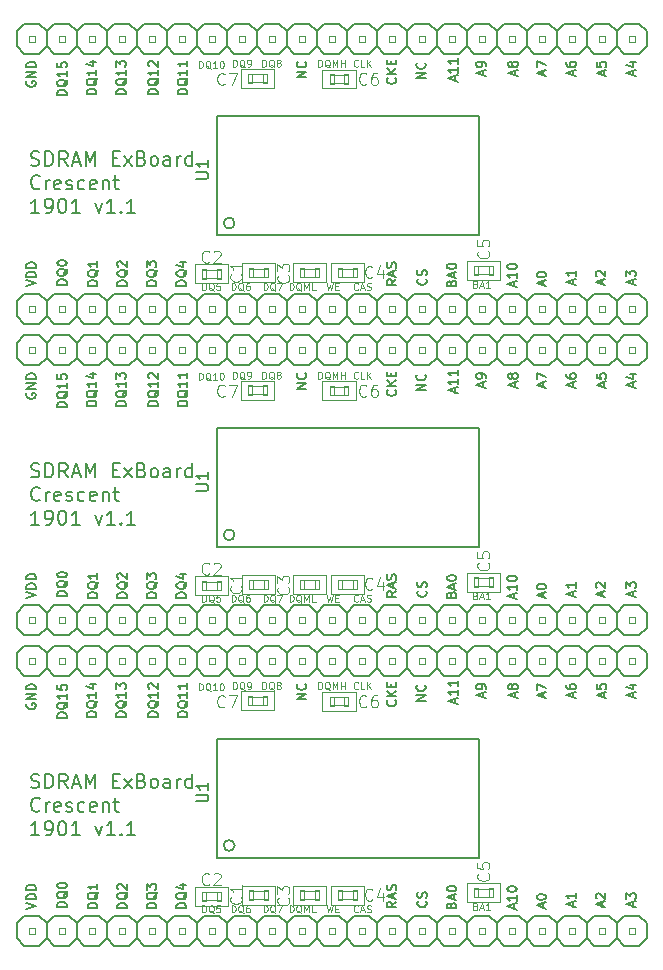
<source format=gto>
G04 #@! TF.GenerationSoftware,KiCad,Pcbnew,(5.0.2)-1*
G04 #@! TF.CreationDate,2019-01-04T01:54:45+09:00*
G04 #@! TF.ProjectId,sdram-pane,73647261-6d2d-4706-916e-652e6b696361,v1.0*
G04 #@! TF.SameCoordinates,Original*
G04 #@! TF.FileFunction,Legend,Top*
G04 #@! TF.FilePolarity,Positive*
%FSLAX46Y46*%
G04 Gerber Fmt 4.6, Leading zero omitted, Abs format (unit mm)*
G04 Created by KiCad (PCBNEW (5.0.2)-1) date 2019/01/04 1:54:45*
%MOMM*%
%LPD*%
G01*
G04 APERTURE LIST*
%ADD10C,0.100000*%
%ADD11C,0.200000*%
%ADD12C,0.066040*%
%ADD13C,0.152400*%
%ADD14C,0.101600*%
%ADD15C,0.150000*%
%ADD16C,0.076200*%
G04 APERTURE END LIST*
D10*
X145742857Y-32814285D02*
X145714285Y-32842857D01*
X145628571Y-32871428D01*
X145571428Y-32871428D01*
X145485714Y-32842857D01*
X145428571Y-32785714D01*
X145400000Y-32728571D01*
X145371428Y-32614285D01*
X145371428Y-32528571D01*
X145400000Y-32414285D01*
X145428571Y-32357142D01*
X145485714Y-32300000D01*
X145571428Y-32271428D01*
X145628571Y-32271428D01*
X145714285Y-32300000D01*
X145742857Y-32328571D01*
X146285714Y-32871428D02*
X146000000Y-32871428D01*
X146000000Y-32271428D01*
X146485714Y-32871428D02*
X146485714Y-32271428D01*
X146828571Y-32871428D02*
X146571428Y-32528571D01*
X146828571Y-32271428D02*
X146485714Y-32614285D01*
X142371428Y-32871428D02*
X142371428Y-32271428D01*
X142514285Y-32271428D01*
X142600000Y-32300000D01*
X142657142Y-32357142D01*
X142685714Y-32414285D01*
X142714285Y-32528571D01*
X142714285Y-32614285D01*
X142685714Y-32728571D01*
X142657142Y-32785714D01*
X142600000Y-32842857D01*
X142514285Y-32871428D01*
X142371428Y-32871428D01*
X143371428Y-32928571D02*
X143314285Y-32900000D01*
X143257142Y-32842857D01*
X143171428Y-32757142D01*
X143114285Y-32728571D01*
X143057142Y-32728571D01*
X143085714Y-32871428D02*
X143028571Y-32842857D01*
X142971428Y-32785714D01*
X142942857Y-32671428D01*
X142942857Y-32471428D01*
X142971428Y-32357142D01*
X143028571Y-32300000D01*
X143085714Y-32271428D01*
X143200000Y-32271428D01*
X143257142Y-32300000D01*
X143314285Y-32357142D01*
X143342857Y-32471428D01*
X143342857Y-32671428D01*
X143314285Y-32785714D01*
X143257142Y-32842857D01*
X143200000Y-32871428D01*
X143085714Y-32871428D01*
X143600000Y-32871428D02*
X143600000Y-32271428D01*
X143800000Y-32700000D01*
X144000000Y-32271428D01*
X144000000Y-32871428D01*
X144285714Y-32871428D02*
X144285714Y-32271428D01*
X144285714Y-32557142D02*
X144628571Y-32557142D01*
X144628571Y-32871428D02*
X144628571Y-32271428D01*
D11*
X141361904Y-33728571D02*
X140561904Y-33728571D01*
X141361904Y-33271428D01*
X140561904Y-33271428D01*
X141285714Y-32433333D02*
X141323809Y-32471428D01*
X141361904Y-32585714D01*
X141361904Y-32661904D01*
X141323809Y-32776190D01*
X141247619Y-32852380D01*
X141171428Y-32890476D01*
X141019047Y-32928571D01*
X140904761Y-32928571D01*
X140752380Y-32890476D01*
X140676190Y-32852380D01*
X140600000Y-32776190D01*
X140561904Y-32661904D01*
X140561904Y-32585714D01*
X140600000Y-32471428D01*
X140638095Y-32433333D01*
D10*
X137642857Y-32871428D02*
X137642857Y-32271428D01*
X137785714Y-32271428D01*
X137871428Y-32300000D01*
X137928571Y-32357142D01*
X137957142Y-32414285D01*
X137985714Y-32528571D01*
X137985714Y-32614285D01*
X137957142Y-32728571D01*
X137928571Y-32785714D01*
X137871428Y-32842857D01*
X137785714Y-32871428D01*
X137642857Y-32871428D01*
X138642857Y-32928571D02*
X138585714Y-32900000D01*
X138528571Y-32842857D01*
X138442857Y-32757142D01*
X138385714Y-32728571D01*
X138328571Y-32728571D01*
X138357142Y-32871428D02*
X138300000Y-32842857D01*
X138242857Y-32785714D01*
X138214285Y-32671428D01*
X138214285Y-32471428D01*
X138242857Y-32357142D01*
X138300000Y-32300000D01*
X138357142Y-32271428D01*
X138471428Y-32271428D01*
X138528571Y-32300000D01*
X138585714Y-32357142D01*
X138614285Y-32471428D01*
X138614285Y-32671428D01*
X138585714Y-32785714D01*
X138528571Y-32842857D01*
X138471428Y-32871428D01*
X138357142Y-32871428D01*
X138957142Y-32528571D02*
X138900000Y-32500000D01*
X138871428Y-32471428D01*
X138842857Y-32414285D01*
X138842857Y-32385714D01*
X138871428Y-32328571D01*
X138900000Y-32300000D01*
X138957142Y-32271428D01*
X139071428Y-32271428D01*
X139128571Y-32300000D01*
X139157142Y-32328571D01*
X139185714Y-32385714D01*
X139185714Y-32414285D01*
X139157142Y-32471428D01*
X139128571Y-32500000D01*
X139071428Y-32528571D01*
X138957142Y-32528571D01*
X138900000Y-32557142D01*
X138871428Y-32585714D01*
X138842857Y-32642857D01*
X138842857Y-32757142D01*
X138871428Y-32814285D01*
X138900000Y-32842857D01*
X138957142Y-32871428D01*
X139071428Y-32871428D01*
X139128571Y-32842857D01*
X139157142Y-32814285D01*
X139185714Y-32757142D01*
X139185714Y-32642857D01*
X139157142Y-32585714D01*
X139128571Y-32557142D01*
X139071428Y-32528571D01*
X135142857Y-32871428D02*
X135142857Y-32271428D01*
X135285714Y-32271428D01*
X135371428Y-32300000D01*
X135428571Y-32357142D01*
X135457142Y-32414285D01*
X135485714Y-32528571D01*
X135485714Y-32614285D01*
X135457142Y-32728571D01*
X135428571Y-32785714D01*
X135371428Y-32842857D01*
X135285714Y-32871428D01*
X135142857Y-32871428D01*
X136142857Y-32928571D02*
X136085714Y-32900000D01*
X136028571Y-32842857D01*
X135942857Y-32757142D01*
X135885714Y-32728571D01*
X135828571Y-32728571D01*
X135857142Y-32871428D02*
X135800000Y-32842857D01*
X135742857Y-32785714D01*
X135714285Y-32671428D01*
X135714285Y-32471428D01*
X135742857Y-32357142D01*
X135800000Y-32300000D01*
X135857142Y-32271428D01*
X135971428Y-32271428D01*
X136028571Y-32300000D01*
X136085714Y-32357142D01*
X136114285Y-32471428D01*
X136114285Y-32671428D01*
X136085714Y-32785714D01*
X136028571Y-32842857D01*
X135971428Y-32871428D01*
X135857142Y-32871428D01*
X136400000Y-32871428D02*
X136514285Y-32871428D01*
X136571428Y-32842857D01*
X136600000Y-32814285D01*
X136657142Y-32728571D01*
X136685714Y-32614285D01*
X136685714Y-32385714D01*
X136657142Y-32328571D01*
X136628571Y-32300000D01*
X136571428Y-32271428D01*
X136457142Y-32271428D01*
X136400000Y-32300000D01*
X136371428Y-32328571D01*
X136342857Y-32385714D01*
X136342857Y-32528571D01*
X136371428Y-32585714D01*
X136400000Y-32614285D01*
X136457142Y-32642857D01*
X136571428Y-32642857D01*
X136628571Y-32614285D01*
X136657142Y-32585714D01*
X136685714Y-32528571D01*
X132257142Y-32971428D02*
X132257142Y-32371428D01*
X132400000Y-32371428D01*
X132485714Y-32400000D01*
X132542857Y-32457142D01*
X132571428Y-32514285D01*
X132600000Y-32628571D01*
X132600000Y-32714285D01*
X132571428Y-32828571D01*
X132542857Y-32885714D01*
X132485714Y-32942857D01*
X132400000Y-32971428D01*
X132257142Y-32971428D01*
X133257142Y-33028571D02*
X133200000Y-33000000D01*
X133142857Y-32942857D01*
X133057142Y-32857142D01*
X133000000Y-32828571D01*
X132942857Y-32828571D01*
X132971428Y-32971428D02*
X132914285Y-32942857D01*
X132857142Y-32885714D01*
X132828571Y-32771428D01*
X132828571Y-32571428D01*
X132857142Y-32457142D01*
X132914285Y-32400000D01*
X132971428Y-32371428D01*
X133085714Y-32371428D01*
X133142857Y-32400000D01*
X133200000Y-32457142D01*
X133228571Y-32571428D01*
X133228571Y-32771428D01*
X133200000Y-32885714D01*
X133142857Y-32942857D01*
X133085714Y-32971428D01*
X132971428Y-32971428D01*
X133800000Y-32971428D02*
X133457142Y-32971428D01*
X133628571Y-32971428D02*
X133628571Y-32371428D01*
X133571428Y-32457142D01*
X133514285Y-32514285D01*
X133457142Y-32542857D01*
X134171428Y-32371428D02*
X134228571Y-32371428D01*
X134285714Y-32400000D01*
X134314285Y-32428571D01*
X134342857Y-32485714D01*
X134371428Y-32600000D01*
X134371428Y-32742857D01*
X134342857Y-32857142D01*
X134314285Y-32914285D01*
X134285714Y-32942857D01*
X134228571Y-32971428D01*
X134171428Y-32971428D01*
X134114285Y-32942857D01*
X134085714Y-32914285D01*
X134057142Y-32857142D01*
X134028571Y-32742857D01*
X134028571Y-32600000D01*
X134057142Y-32485714D01*
X134085714Y-32428571D01*
X134114285Y-32400000D01*
X134171428Y-32371428D01*
D11*
X131261904Y-35190476D02*
X130461904Y-35190476D01*
X130461904Y-35000000D01*
X130500000Y-34885714D01*
X130576190Y-34809523D01*
X130652380Y-34771428D01*
X130804761Y-34733333D01*
X130919047Y-34733333D01*
X131071428Y-34771428D01*
X131147619Y-34809523D01*
X131223809Y-34885714D01*
X131261904Y-35000000D01*
X131261904Y-35190476D01*
X131338095Y-33857142D02*
X131300000Y-33933333D01*
X131223809Y-34009523D01*
X131109523Y-34123809D01*
X131071428Y-34200000D01*
X131071428Y-34276190D01*
X131261904Y-34238095D02*
X131223809Y-34314285D01*
X131147619Y-34390476D01*
X130995238Y-34428571D01*
X130728571Y-34428571D01*
X130576190Y-34390476D01*
X130500000Y-34314285D01*
X130461904Y-34238095D01*
X130461904Y-34085714D01*
X130500000Y-34009523D01*
X130576190Y-33933333D01*
X130728571Y-33895238D01*
X130995238Y-33895238D01*
X131147619Y-33933333D01*
X131223809Y-34009523D01*
X131261904Y-34085714D01*
X131261904Y-34238095D01*
X131261904Y-33133333D02*
X131261904Y-33590476D01*
X131261904Y-33361904D02*
X130461904Y-33361904D01*
X130576190Y-33438095D01*
X130652380Y-33514285D01*
X130690476Y-33590476D01*
X131261904Y-32371428D02*
X131261904Y-32828571D01*
X131261904Y-32600000D02*
X130461904Y-32600000D01*
X130576190Y-32676190D01*
X130652380Y-32752380D01*
X130690476Y-32828571D01*
X128761904Y-35190476D02*
X127961904Y-35190476D01*
X127961904Y-35000000D01*
X128000000Y-34885714D01*
X128076190Y-34809523D01*
X128152380Y-34771428D01*
X128304761Y-34733333D01*
X128419047Y-34733333D01*
X128571428Y-34771428D01*
X128647619Y-34809523D01*
X128723809Y-34885714D01*
X128761904Y-35000000D01*
X128761904Y-35190476D01*
X128838095Y-33857142D02*
X128800000Y-33933333D01*
X128723809Y-34009523D01*
X128609523Y-34123809D01*
X128571428Y-34200000D01*
X128571428Y-34276190D01*
X128761904Y-34238095D02*
X128723809Y-34314285D01*
X128647619Y-34390476D01*
X128495238Y-34428571D01*
X128228571Y-34428571D01*
X128076190Y-34390476D01*
X128000000Y-34314285D01*
X127961904Y-34238095D01*
X127961904Y-34085714D01*
X128000000Y-34009523D01*
X128076190Y-33933333D01*
X128228571Y-33895238D01*
X128495238Y-33895238D01*
X128647619Y-33933333D01*
X128723809Y-34009523D01*
X128761904Y-34085714D01*
X128761904Y-34238095D01*
X128761904Y-33133333D02*
X128761904Y-33590476D01*
X128761904Y-33361904D02*
X127961904Y-33361904D01*
X128076190Y-33438095D01*
X128152380Y-33514285D01*
X128190476Y-33590476D01*
X128038095Y-32828571D02*
X128000000Y-32790476D01*
X127961904Y-32714285D01*
X127961904Y-32523809D01*
X128000000Y-32447619D01*
X128038095Y-32409523D01*
X128114285Y-32371428D01*
X128190476Y-32371428D01*
X128304761Y-32409523D01*
X128761904Y-32866666D01*
X128761904Y-32371428D01*
X126061904Y-35190476D02*
X125261904Y-35190476D01*
X125261904Y-35000000D01*
X125300000Y-34885714D01*
X125376190Y-34809523D01*
X125452380Y-34771428D01*
X125604761Y-34733333D01*
X125719047Y-34733333D01*
X125871428Y-34771428D01*
X125947619Y-34809523D01*
X126023809Y-34885714D01*
X126061904Y-35000000D01*
X126061904Y-35190476D01*
X126138095Y-33857142D02*
X126100000Y-33933333D01*
X126023809Y-34009523D01*
X125909523Y-34123809D01*
X125871428Y-34200000D01*
X125871428Y-34276190D01*
X126061904Y-34238095D02*
X126023809Y-34314285D01*
X125947619Y-34390476D01*
X125795238Y-34428571D01*
X125528571Y-34428571D01*
X125376190Y-34390476D01*
X125300000Y-34314285D01*
X125261904Y-34238095D01*
X125261904Y-34085714D01*
X125300000Y-34009523D01*
X125376190Y-33933333D01*
X125528571Y-33895238D01*
X125795238Y-33895238D01*
X125947619Y-33933333D01*
X126023809Y-34009523D01*
X126061904Y-34085714D01*
X126061904Y-34238095D01*
X126061904Y-33133333D02*
X126061904Y-33590476D01*
X126061904Y-33361904D02*
X125261904Y-33361904D01*
X125376190Y-33438095D01*
X125452380Y-33514285D01*
X125490476Y-33590476D01*
X125261904Y-32866666D02*
X125261904Y-32371428D01*
X125566666Y-32638095D01*
X125566666Y-32523809D01*
X125604761Y-32447619D01*
X125642857Y-32409523D01*
X125719047Y-32371428D01*
X125909523Y-32371428D01*
X125985714Y-32409523D01*
X126023809Y-32447619D01*
X126061904Y-32523809D01*
X126061904Y-32752380D01*
X126023809Y-32828571D01*
X125985714Y-32866666D01*
X123561904Y-35190476D02*
X122761904Y-35190476D01*
X122761904Y-35000000D01*
X122800000Y-34885714D01*
X122876190Y-34809523D01*
X122952380Y-34771428D01*
X123104761Y-34733333D01*
X123219047Y-34733333D01*
X123371428Y-34771428D01*
X123447619Y-34809523D01*
X123523809Y-34885714D01*
X123561904Y-35000000D01*
X123561904Y-35190476D01*
X123638095Y-33857142D02*
X123600000Y-33933333D01*
X123523809Y-34009523D01*
X123409523Y-34123809D01*
X123371428Y-34200000D01*
X123371428Y-34276190D01*
X123561904Y-34238095D02*
X123523809Y-34314285D01*
X123447619Y-34390476D01*
X123295238Y-34428571D01*
X123028571Y-34428571D01*
X122876190Y-34390476D01*
X122800000Y-34314285D01*
X122761904Y-34238095D01*
X122761904Y-34085714D01*
X122800000Y-34009523D01*
X122876190Y-33933333D01*
X123028571Y-33895238D01*
X123295238Y-33895238D01*
X123447619Y-33933333D01*
X123523809Y-34009523D01*
X123561904Y-34085714D01*
X123561904Y-34238095D01*
X123561904Y-33133333D02*
X123561904Y-33590476D01*
X123561904Y-33361904D02*
X122761904Y-33361904D01*
X122876190Y-33438095D01*
X122952380Y-33514285D01*
X122990476Y-33590476D01*
X123028571Y-32447619D02*
X123561904Y-32447619D01*
X122723809Y-32638095D02*
X123295238Y-32828571D01*
X123295238Y-32333333D01*
X121061904Y-35290476D02*
X120261904Y-35290476D01*
X120261904Y-35100000D01*
X120300000Y-34985714D01*
X120376190Y-34909523D01*
X120452380Y-34871428D01*
X120604761Y-34833333D01*
X120719047Y-34833333D01*
X120871428Y-34871428D01*
X120947619Y-34909523D01*
X121023809Y-34985714D01*
X121061904Y-35100000D01*
X121061904Y-35290476D01*
X121138095Y-33957142D02*
X121100000Y-34033333D01*
X121023809Y-34109523D01*
X120909523Y-34223809D01*
X120871428Y-34300000D01*
X120871428Y-34376190D01*
X121061904Y-34338095D02*
X121023809Y-34414285D01*
X120947619Y-34490476D01*
X120795238Y-34528571D01*
X120528571Y-34528571D01*
X120376190Y-34490476D01*
X120300000Y-34414285D01*
X120261904Y-34338095D01*
X120261904Y-34185714D01*
X120300000Y-34109523D01*
X120376190Y-34033333D01*
X120528571Y-33995238D01*
X120795238Y-33995238D01*
X120947619Y-34033333D01*
X121023809Y-34109523D01*
X121061904Y-34185714D01*
X121061904Y-34338095D01*
X121061904Y-33233333D02*
X121061904Y-33690476D01*
X121061904Y-33461904D02*
X120261904Y-33461904D01*
X120376190Y-33538095D01*
X120452380Y-33614285D01*
X120490476Y-33690476D01*
X120261904Y-32509523D02*
X120261904Y-32890476D01*
X120642857Y-32928571D01*
X120604761Y-32890476D01*
X120566666Y-32814285D01*
X120566666Y-32623809D01*
X120604761Y-32547619D01*
X120642857Y-32509523D01*
X120719047Y-32471428D01*
X120909523Y-32471428D01*
X120985714Y-32509523D01*
X121023809Y-32547619D01*
X121061904Y-32623809D01*
X121061904Y-32814285D01*
X121023809Y-32890476D01*
X120985714Y-32928571D01*
X117700000Y-34109523D02*
X117661904Y-34185714D01*
X117661904Y-34300000D01*
X117700000Y-34414285D01*
X117776190Y-34490476D01*
X117852380Y-34528571D01*
X118004761Y-34566666D01*
X118119047Y-34566666D01*
X118271428Y-34528571D01*
X118347619Y-34490476D01*
X118423809Y-34414285D01*
X118461904Y-34300000D01*
X118461904Y-34223809D01*
X118423809Y-34109523D01*
X118385714Y-34071428D01*
X118119047Y-34071428D01*
X118119047Y-34223809D01*
X118461904Y-33728571D02*
X117661904Y-33728571D01*
X118461904Y-33271428D01*
X117661904Y-33271428D01*
X118461904Y-32890476D02*
X117661904Y-32890476D01*
X117661904Y-32700000D01*
X117700000Y-32585714D01*
X117776190Y-32509523D01*
X117852380Y-32471428D01*
X118004761Y-32433333D01*
X118119047Y-32433333D01*
X118271428Y-32471428D01*
X118347619Y-32509523D01*
X118423809Y-32585714D01*
X118461904Y-32700000D01*
X118461904Y-32890476D01*
X148885714Y-33814285D02*
X148923809Y-33852380D01*
X148961904Y-33966666D01*
X148961904Y-34042857D01*
X148923809Y-34157142D01*
X148847619Y-34233333D01*
X148771428Y-34271428D01*
X148619047Y-34309523D01*
X148504761Y-34309523D01*
X148352380Y-34271428D01*
X148276190Y-34233333D01*
X148200000Y-34157142D01*
X148161904Y-34042857D01*
X148161904Y-33966666D01*
X148200000Y-33852380D01*
X148238095Y-33814285D01*
X148961904Y-33471428D02*
X148161904Y-33471428D01*
X148961904Y-33014285D02*
X148504761Y-33357142D01*
X148161904Y-33014285D02*
X148619047Y-33471428D01*
X148542857Y-32671428D02*
X148542857Y-32404761D01*
X148961904Y-32290476D02*
X148961904Y-32671428D01*
X148161904Y-32671428D01*
X148161904Y-32290476D01*
X151461904Y-33828571D02*
X150661904Y-33828571D01*
X151461904Y-33371428D01*
X150661904Y-33371428D01*
X151385714Y-32533333D02*
X151423809Y-32571428D01*
X151461904Y-32685714D01*
X151461904Y-32761904D01*
X151423809Y-32876190D01*
X151347619Y-32952380D01*
X151271428Y-32990476D01*
X151119047Y-33028571D01*
X151004761Y-33028571D01*
X150852380Y-32990476D01*
X150776190Y-32952380D01*
X150700000Y-32876190D01*
X150661904Y-32761904D01*
X150661904Y-32685714D01*
X150700000Y-32571428D01*
X150738095Y-32533333D01*
X153933333Y-34052380D02*
X153933333Y-33671428D01*
X154161904Y-34128571D02*
X153361904Y-33861904D01*
X154161904Y-33595238D01*
X154161904Y-32909523D02*
X154161904Y-33366666D01*
X154161904Y-33138095D02*
X153361904Y-33138095D01*
X153476190Y-33214285D01*
X153552380Y-33290476D01*
X153590476Y-33366666D01*
X154161904Y-32147619D02*
X154161904Y-32604761D01*
X154161904Y-32376190D02*
X153361904Y-32376190D01*
X153476190Y-32452380D01*
X153552380Y-32528571D01*
X153590476Y-32604761D01*
X156333333Y-33571428D02*
X156333333Y-33190476D01*
X156561904Y-33647619D02*
X155761904Y-33380952D01*
X156561904Y-33114285D01*
X156561904Y-32809523D02*
X156561904Y-32657142D01*
X156523809Y-32580952D01*
X156485714Y-32542857D01*
X156371428Y-32466666D01*
X156219047Y-32428571D01*
X155914285Y-32428571D01*
X155838095Y-32466666D01*
X155800000Y-32504761D01*
X155761904Y-32580952D01*
X155761904Y-32733333D01*
X155800000Y-32809523D01*
X155838095Y-32847619D01*
X155914285Y-32885714D01*
X156104761Y-32885714D01*
X156180952Y-32847619D01*
X156219047Y-32809523D01*
X156257142Y-32733333D01*
X156257142Y-32580952D01*
X156219047Y-32504761D01*
X156180952Y-32466666D01*
X156104761Y-32428571D01*
X159033333Y-33571428D02*
X159033333Y-33190476D01*
X159261904Y-33647619D02*
X158461904Y-33380952D01*
X159261904Y-33114285D01*
X158804761Y-32733333D02*
X158766666Y-32809523D01*
X158728571Y-32847619D01*
X158652380Y-32885714D01*
X158614285Y-32885714D01*
X158538095Y-32847619D01*
X158500000Y-32809523D01*
X158461904Y-32733333D01*
X158461904Y-32580952D01*
X158500000Y-32504761D01*
X158538095Y-32466666D01*
X158614285Y-32428571D01*
X158652380Y-32428571D01*
X158728571Y-32466666D01*
X158766666Y-32504761D01*
X158804761Y-32580952D01*
X158804761Y-32733333D01*
X158842857Y-32809523D01*
X158880952Y-32847619D01*
X158957142Y-32885714D01*
X159109523Y-32885714D01*
X159185714Y-32847619D01*
X159223809Y-32809523D01*
X159261904Y-32733333D01*
X159261904Y-32580952D01*
X159223809Y-32504761D01*
X159185714Y-32466666D01*
X159109523Y-32428571D01*
X158957142Y-32428571D01*
X158880952Y-32466666D01*
X158842857Y-32504761D01*
X158804761Y-32580952D01*
X161433333Y-33571428D02*
X161433333Y-33190476D01*
X161661904Y-33647619D02*
X160861904Y-33380952D01*
X161661904Y-33114285D01*
X160861904Y-32923809D02*
X160861904Y-32390476D01*
X161661904Y-32733333D01*
X163933333Y-33571428D02*
X163933333Y-33190476D01*
X164161904Y-33647619D02*
X163361904Y-33380952D01*
X164161904Y-33114285D01*
X163361904Y-32504761D02*
X163361904Y-32657142D01*
X163400000Y-32733333D01*
X163438095Y-32771428D01*
X163552380Y-32847619D01*
X163704761Y-32885714D01*
X164009523Y-32885714D01*
X164085714Y-32847619D01*
X164123809Y-32809523D01*
X164161904Y-32733333D01*
X164161904Y-32580952D01*
X164123809Y-32504761D01*
X164085714Y-32466666D01*
X164009523Y-32428571D01*
X163819047Y-32428571D01*
X163742857Y-32466666D01*
X163704761Y-32504761D01*
X163666666Y-32580952D01*
X163666666Y-32733333D01*
X163704761Y-32809523D01*
X163742857Y-32847619D01*
X163819047Y-32885714D01*
X166533333Y-33571428D02*
X166533333Y-33190476D01*
X166761904Y-33647619D02*
X165961904Y-33380952D01*
X166761904Y-33114285D01*
X165961904Y-32466666D02*
X165961904Y-32847619D01*
X166342857Y-32885714D01*
X166304761Y-32847619D01*
X166266666Y-32771428D01*
X166266666Y-32580952D01*
X166304761Y-32504761D01*
X166342857Y-32466666D01*
X166419047Y-32428571D01*
X166609523Y-32428571D01*
X166685714Y-32466666D01*
X166723809Y-32504761D01*
X166761904Y-32580952D01*
X166761904Y-32771428D01*
X166723809Y-32847619D01*
X166685714Y-32885714D01*
X169033333Y-33571428D02*
X169033333Y-33190476D01*
X169261904Y-33647619D02*
X168461904Y-33380952D01*
X169261904Y-33114285D01*
X168728571Y-32504761D02*
X169261904Y-32504761D01*
X168423809Y-32695238D02*
X168995238Y-32885714D01*
X168995238Y-32390476D01*
X169033333Y-51271428D02*
X169033333Y-50890476D01*
X169261904Y-51347619D02*
X168461904Y-51080952D01*
X169261904Y-50814285D01*
X168461904Y-50623809D02*
X168461904Y-50128571D01*
X168766666Y-50395238D01*
X168766666Y-50280952D01*
X168804761Y-50204761D01*
X168842857Y-50166666D01*
X168919047Y-50128571D01*
X169109523Y-50128571D01*
X169185714Y-50166666D01*
X169223809Y-50204761D01*
X169261904Y-50280952D01*
X169261904Y-50509523D01*
X169223809Y-50585714D01*
X169185714Y-50623809D01*
X166433333Y-51271428D02*
X166433333Y-50890476D01*
X166661904Y-51347619D02*
X165861904Y-51080952D01*
X166661904Y-50814285D01*
X165938095Y-50585714D02*
X165900000Y-50547619D01*
X165861904Y-50471428D01*
X165861904Y-50280952D01*
X165900000Y-50204761D01*
X165938095Y-50166666D01*
X166014285Y-50128571D01*
X166090476Y-50128571D01*
X166204761Y-50166666D01*
X166661904Y-50623809D01*
X166661904Y-50128571D01*
X163933333Y-51271428D02*
X163933333Y-50890476D01*
X164161904Y-51347619D02*
X163361904Y-51080952D01*
X164161904Y-50814285D01*
X164161904Y-50128571D02*
X164161904Y-50585714D01*
X164161904Y-50357142D02*
X163361904Y-50357142D01*
X163476190Y-50433333D01*
X163552380Y-50509523D01*
X163590476Y-50585714D01*
X161433333Y-51371428D02*
X161433333Y-50990476D01*
X161661904Y-51447619D02*
X160861904Y-51180952D01*
X161661904Y-50914285D01*
X160861904Y-50495238D02*
X160861904Y-50419047D01*
X160900000Y-50342857D01*
X160938095Y-50304761D01*
X161014285Y-50266666D01*
X161166666Y-50228571D01*
X161357142Y-50228571D01*
X161509523Y-50266666D01*
X161585714Y-50304761D01*
X161623809Y-50342857D01*
X161661904Y-50419047D01*
X161661904Y-50495238D01*
X161623809Y-50571428D01*
X161585714Y-50609523D01*
X161509523Y-50647619D01*
X161357142Y-50685714D01*
X161166666Y-50685714D01*
X161014285Y-50647619D01*
X160938095Y-50609523D01*
X160900000Y-50571428D01*
X160861904Y-50495238D01*
X158933333Y-51452380D02*
X158933333Y-51071428D01*
X159161904Y-51528571D02*
X158361904Y-51261904D01*
X159161904Y-50995238D01*
X159161904Y-50309523D02*
X159161904Y-50766666D01*
X159161904Y-50538095D02*
X158361904Y-50538095D01*
X158476190Y-50614285D01*
X158552380Y-50690476D01*
X158590476Y-50766666D01*
X158361904Y-49814285D02*
X158361904Y-49738095D01*
X158400000Y-49661904D01*
X158438095Y-49623809D01*
X158514285Y-49585714D01*
X158666666Y-49547619D01*
X158857142Y-49547619D01*
X159009523Y-49585714D01*
X159085714Y-49623809D01*
X159123809Y-49661904D01*
X159161904Y-49738095D01*
X159161904Y-49814285D01*
X159123809Y-49890476D01*
X159085714Y-49928571D01*
X159009523Y-49966666D01*
X158857142Y-50004761D01*
X158666666Y-50004761D01*
X158514285Y-49966666D01*
X158438095Y-49928571D01*
X158400000Y-49890476D01*
X158361904Y-49814285D01*
D10*
X155700000Y-51257142D02*
X155785714Y-51285714D01*
X155814285Y-51314285D01*
X155842857Y-51371428D01*
X155842857Y-51457142D01*
X155814285Y-51514285D01*
X155785714Y-51542857D01*
X155728571Y-51571428D01*
X155500000Y-51571428D01*
X155500000Y-50971428D01*
X155700000Y-50971428D01*
X155757142Y-51000000D01*
X155785714Y-51028571D01*
X155814285Y-51085714D01*
X155814285Y-51142857D01*
X155785714Y-51200000D01*
X155757142Y-51228571D01*
X155700000Y-51257142D01*
X155500000Y-51257142D01*
X156071428Y-51400000D02*
X156357142Y-51400000D01*
X156014285Y-51571428D02*
X156214285Y-50971428D01*
X156414285Y-51571428D01*
X156928571Y-51571428D02*
X156585714Y-51571428D01*
X156757142Y-51571428D02*
X156757142Y-50971428D01*
X156700000Y-51057142D01*
X156642857Y-51114285D01*
X156585714Y-51142857D01*
D11*
X153642857Y-51166666D02*
X153680952Y-51052380D01*
X153719047Y-51014285D01*
X153795238Y-50976190D01*
X153909523Y-50976190D01*
X153985714Y-51014285D01*
X154023809Y-51052380D01*
X154061904Y-51128571D01*
X154061904Y-51433333D01*
X153261904Y-51433333D01*
X153261904Y-51166666D01*
X153300000Y-51090476D01*
X153338095Y-51052380D01*
X153414285Y-51014285D01*
X153490476Y-51014285D01*
X153566666Y-51052380D01*
X153604761Y-51090476D01*
X153642857Y-51166666D01*
X153642857Y-51433333D01*
X153833333Y-50671428D02*
X153833333Y-50290476D01*
X154061904Y-50747619D02*
X153261904Y-50480952D01*
X154061904Y-50214285D01*
X153261904Y-49795238D02*
X153261904Y-49719047D01*
X153300000Y-49642857D01*
X153338095Y-49604761D01*
X153414285Y-49566666D01*
X153566666Y-49528571D01*
X153757142Y-49528571D01*
X153909523Y-49566666D01*
X153985714Y-49604761D01*
X154023809Y-49642857D01*
X154061904Y-49719047D01*
X154061904Y-49795238D01*
X154023809Y-49871428D01*
X153985714Y-49909523D01*
X153909523Y-49947619D01*
X153757142Y-49985714D01*
X153566666Y-49985714D01*
X153414285Y-49947619D01*
X153338095Y-49909523D01*
X153300000Y-49871428D01*
X153261904Y-49795238D01*
X151485714Y-50833333D02*
X151523809Y-50871428D01*
X151561904Y-50985714D01*
X151561904Y-51061904D01*
X151523809Y-51176190D01*
X151447619Y-51252380D01*
X151371428Y-51290476D01*
X151219047Y-51328571D01*
X151104761Y-51328571D01*
X150952380Y-51290476D01*
X150876190Y-51252380D01*
X150800000Y-51176190D01*
X150761904Y-51061904D01*
X150761904Y-50985714D01*
X150800000Y-50871428D01*
X150838095Y-50833333D01*
X151523809Y-50528571D02*
X151561904Y-50414285D01*
X151561904Y-50223809D01*
X151523809Y-50147619D01*
X151485714Y-50109523D01*
X151409523Y-50071428D01*
X151333333Y-50071428D01*
X151257142Y-50109523D01*
X151219047Y-50147619D01*
X151180952Y-50223809D01*
X151142857Y-50376190D01*
X151104761Y-50452380D01*
X151066666Y-50490476D01*
X150990476Y-50528571D01*
X150914285Y-50528571D01*
X150838095Y-50490476D01*
X150800000Y-50452380D01*
X150761904Y-50376190D01*
X150761904Y-50185714D01*
X150800000Y-50071428D01*
X148961904Y-50876190D02*
X148580952Y-51142857D01*
X148961904Y-51333333D02*
X148161904Y-51333333D01*
X148161904Y-51028571D01*
X148200000Y-50952380D01*
X148238095Y-50914285D01*
X148314285Y-50876190D01*
X148428571Y-50876190D01*
X148504761Y-50914285D01*
X148542857Y-50952380D01*
X148580952Y-51028571D01*
X148580952Y-51333333D01*
X148733333Y-50571428D02*
X148733333Y-50190476D01*
X148961904Y-50647619D02*
X148161904Y-50380952D01*
X148961904Y-50114285D01*
X148923809Y-49885714D02*
X148961904Y-49771428D01*
X148961904Y-49580952D01*
X148923809Y-49504761D01*
X148885714Y-49466666D01*
X148809523Y-49428571D01*
X148733333Y-49428571D01*
X148657142Y-49466666D01*
X148619047Y-49504761D01*
X148580952Y-49580952D01*
X148542857Y-49733333D01*
X148504761Y-49809523D01*
X148466666Y-49847619D01*
X148390476Y-49885714D01*
X148314285Y-49885714D01*
X148238095Y-49847619D01*
X148200000Y-49809523D01*
X148161904Y-49733333D01*
X148161904Y-49542857D01*
X148200000Y-49428571D01*
D10*
X145742857Y-51714285D02*
X145714285Y-51742857D01*
X145628571Y-51771428D01*
X145571428Y-51771428D01*
X145485714Y-51742857D01*
X145428571Y-51685714D01*
X145400000Y-51628571D01*
X145371428Y-51514285D01*
X145371428Y-51428571D01*
X145400000Y-51314285D01*
X145428571Y-51257142D01*
X145485714Y-51200000D01*
X145571428Y-51171428D01*
X145628571Y-51171428D01*
X145714285Y-51200000D01*
X145742857Y-51228571D01*
X145971428Y-51600000D02*
X146257142Y-51600000D01*
X145914285Y-51771428D02*
X146114285Y-51171428D01*
X146314285Y-51771428D01*
X146485714Y-51742857D02*
X146571428Y-51771428D01*
X146714285Y-51771428D01*
X146771428Y-51742857D01*
X146800000Y-51714285D01*
X146828571Y-51657142D01*
X146828571Y-51600000D01*
X146800000Y-51542857D01*
X146771428Y-51514285D01*
X146714285Y-51485714D01*
X146600000Y-51457142D01*
X146542857Y-51428571D01*
X146514285Y-51400000D01*
X146485714Y-51342857D01*
X146485714Y-51285714D01*
X146514285Y-51228571D01*
X146542857Y-51200000D01*
X146600000Y-51171428D01*
X146742857Y-51171428D01*
X146828571Y-51200000D01*
X143071428Y-51171428D02*
X143214285Y-51771428D01*
X143328571Y-51342857D01*
X143442857Y-51771428D01*
X143585714Y-51171428D01*
X143814285Y-51457142D02*
X144014285Y-51457142D01*
X144100000Y-51771428D02*
X143814285Y-51771428D01*
X143814285Y-51171428D01*
X144100000Y-51171428D01*
X139942857Y-51771428D02*
X139942857Y-51171428D01*
X140085714Y-51171428D01*
X140171428Y-51200000D01*
X140228571Y-51257142D01*
X140257142Y-51314285D01*
X140285714Y-51428571D01*
X140285714Y-51514285D01*
X140257142Y-51628571D01*
X140228571Y-51685714D01*
X140171428Y-51742857D01*
X140085714Y-51771428D01*
X139942857Y-51771428D01*
X140942857Y-51828571D02*
X140885714Y-51800000D01*
X140828571Y-51742857D01*
X140742857Y-51657142D01*
X140685714Y-51628571D01*
X140628571Y-51628571D01*
X140657142Y-51771428D02*
X140600000Y-51742857D01*
X140542857Y-51685714D01*
X140514285Y-51571428D01*
X140514285Y-51371428D01*
X140542857Y-51257142D01*
X140600000Y-51200000D01*
X140657142Y-51171428D01*
X140771428Y-51171428D01*
X140828571Y-51200000D01*
X140885714Y-51257142D01*
X140914285Y-51371428D01*
X140914285Y-51571428D01*
X140885714Y-51685714D01*
X140828571Y-51742857D01*
X140771428Y-51771428D01*
X140657142Y-51771428D01*
X141171428Y-51771428D02*
X141171428Y-51171428D01*
X141371428Y-51600000D01*
X141571428Y-51171428D01*
X141571428Y-51771428D01*
X142142857Y-51771428D02*
X141857142Y-51771428D01*
X141857142Y-51171428D01*
X137742857Y-51771428D02*
X137742857Y-51171428D01*
X137885714Y-51171428D01*
X137971428Y-51200000D01*
X138028571Y-51257142D01*
X138057142Y-51314285D01*
X138085714Y-51428571D01*
X138085714Y-51514285D01*
X138057142Y-51628571D01*
X138028571Y-51685714D01*
X137971428Y-51742857D01*
X137885714Y-51771428D01*
X137742857Y-51771428D01*
X138742857Y-51828571D02*
X138685714Y-51800000D01*
X138628571Y-51742857D01*
X138542857Y-51657142D01*
X138485714Y-51628571D01*
X138428571Y-51628571D01*
X138457142Y-51771428D02*
X138400000Y-51742857D01*
X138342857Y-51685714D01*
X138314285Y-51571428D01*
X138314285Y-51371428D01*
X138342857Y-51257142D01*
X138400000Y-51200000D01*
X138457142Y-51171428D01*
X138571428Y-51171428D01*
X138628571Y-51200000D01*
X138685714Y-51257142D01*
X138714285Y-51371428D01*
X138714285Y-51571428D01*
X138685714Y-51685714D01*
X138628571Y-51742857D01*
X138571428Y-51771428D01*
X138457142Y-51771428D01*
X138914285Y-51171428D02*
X139314285Y-51171428D01*
X139057142Y-51771428D01*
X135042857Y-51771428D02*
X135042857Y-51171428D01*
X135185714Y-51171428D01*
X135271428Y-51200000D01*
X135328571Y-51257142D01*
X135357142Y-51314285D01*
X135385714Y-51428571D01*
X135385714Y-51514285D01*
X135357142Y-51628571D01*
X135328571Y-51685714D01*
X135271428Y-51742857D01*
X135185714Y-51771428D01*
X135042857Y-51771428D01*
X136042857Y-51828571D02*
X135985714Y-51800000D01*
X135928571Y-51742857D01*
X135842857Y-51657142D01*
X135785714Y-51628571D01*
X135728571Y-51628571D01*
X135757142Y-51771428D02*
X135700000Y-51742857D01*
X135642857Y-51685714D01*
X135614285Y-51571428D01*
X135614285Y-51371428D01*
X135642857Y-51257142D01*
X135700000Y-51200000D01*
X135757142Y-51171428D01*
X135871428Y-51171428D01*
X135928571Y-51200000D01*
X135985714Y-51257142D01*
X136014285Y-51371428D01*
X136014285Y-51571428D01*
X135985714Y-51685714D01*
X135928571Y-51742857D01*
X135871428Y-51771428D01*
X135757142Y-51771428D01*
X136528571Y-51171428D02*
X136414285Y-51171428D01*
X136357142Y-51200000D01*
X136328571Y-51228571D01*
X136271428Y-51314285D01*
X136242857Y-51428571D01*
X136242857Y-51657142D01*
X136271428Y-51714285D01*
X136300000Y-51742857D01*
X136357142Y-51771428D01*
X136471428Y-51771428D01*
X136528571Y-51742857D01*
X136557142Y-51714285D01*
X136585714Y-51657142D01*
X136585714Y-51514285D01*
X136557142Y-51457142D01*
X136528571Y-51428571D01*
X136471428Y-51400000D01*
X136357142Y-51400000D01*
X136300000Y-51428571D01*
X136271428Y-51457142D01*
X136242857Y-51514285D01*
X132542857Y-51771428D02*
X132542857Y-51171428D01*
X132685714Y-51171428D01*
X132771428Y-51200000D01*
X132828571Y-51257142D01*
X132857142Y-51314285D01*
X132885714Y-51428571D01*
X132885714Y-51514285D01*
X132857142Y-51628571D01*
X132828571Y-51685714D01*
X132771428Y-51742857D01*
X132685714Y-51771428D01*
X132542857Y-51771428D01*
X133542857Y-51828571D02*
X133485714Y-51800000D01*
X133428571Y-51742857D01*
X133342857Y-51657142D01*
X133285714Y-51628571D01*
X133228571Y-51628571D01*
X133257142Y-51771428D02*
X133200000Y-51742857D01*
X133142857Y-51685714D01*
X133114285Y-51571428D01*
X133114285Y-51371428D01*
X133142857Y-51257142D01*
X133200000Y-51200000D01*
X133257142Y-51171428D01*
X133371428Y-51171428D01*
X133428571Y-51200000D01*
X133485714Y-51257142D01*
X133514285Y-51371428D01*
X133514285Y-51571428D01*
X133485714Y-51685714D01*
X133428571Y-51742857D01*
X133371428Y-51771428D01*
X133257142Y-51771428D01*
X134057142Y-51171428D02*
X133771428Y-51171428D01*
X133742857Y-51457142D01*
X133771428Y-51428571D01*
X133828571Y-51400000D01*
X133971428Y-51400000D01*
X134028571Y-51428571D01*
X134057142Y-51457142D01*
X134085714Y-51514285D01*
X134085714Y-51657142D01*
X134057142Y-51714285D01*
X134028571Y-51742857D01*
X133971428Y-51771428D01*
X133828571Y-51771428D01*
X133771428Y-51742857D01*
X133742857Y-51714285D01*
D11*
X131161904Y-51409523D02*
X130361904Y-51409523D01*
X130361904Y-51219047D01*
X130400000Y-51104761D01*
X130476190Y-51028571D01*
X130552380Y-50990476D01*
X130704761Y-50952380D01*
X130819047Y-50952380D01*
X130971428Y-50990476D01*
X131047619Y-51028571D01*
X131123809Y-51104761D01*
X131161904Y-51219047D01*
X131161904Y-51409523D01*
X131238095Y-50076190D02*
X131200000Y-50152380D01*
X131123809Y-50228571D01*
X131009523Y-50342857D01*
X130971428Y-50419047D01*
X130971428Y-50495238D01*
X131161904Y-50457142D02*
X131123809Y-50533333D01*
X131047619Y-50609523D01*
X130895238Y-50647619D01*
X130628571Y-50647619D01*
X130476190Y-50609523D01*
X130400000Y-50533333D01*
X130361904Y-50457142D01*
X130361904Y-50304761D01*
X130400000Y-50228571D01*
X130476190Y-50152380D01*
X130628571Y-50114285D01*
X130895238Y-50114285D01*
X131047619Y-50152380D01*
X131123809Y-50228571D01*
X131161904Y-50304761D01*
X131161904Y-50457142D01*
X130628571Y-49428571D02*
X131161904Y-49428571D01*
X130323809Y-49619047D02*
X130895238Y-49809523D01*
X130895238Y-49314285D01*
X128661904Y-51409523D02*
X127861904Y-51409523D01*
X127861904Y-51219047D01*
X127900000Y-51104761D01*
X127976190Y-51028571D01*
X128052380Y-50990476D01*
X128204761Y-50952380D01*
X128319047Y-50952380D01*
X128471428Y-50990476D01*
X128547619Y-51028571D01*
X128623809Y-51104761D01*
X128661904Y-51219047D01*
X128661904Y-51409523D01*
X128738095Y-50076190D02*
X128700000Y-50152380D01*
X128623809Y-50228571D01*
X128509523Y-50342857D01*
X128471428Y-50419047D01*
X128471428Y-50495238D01*
X128661904Y-50457142D02*
X128623809Y-50533333D01*
X128547619Y-50609523D01*
X128395238Y-50647619D01*
X128128571Y-50647619D01*
X127976190Y-50609523D01*
X127900000Y-50533333D01*
X127861904Y-50457142D01*
X127861904Y-50304761D01*
X127900000Y-50228571D01*
X127976190Y-50152380D01*
X128128571Y-50114285D01*
X128395238Y-50114285D01*
X128547619Y-50152380D01*
X128623809Y-50228571D01*
X128661904Y-50304761D01*
X128661904Y-50457142D01*
X127861904Y-49847619D02*
X127861904Y-49352380D01*
X128166666Y-49619047D01*
X128166666Y-49504761D01*
X128204761Y-49428571D01*
X128242857Y-49390476D01*
X128319047Y-49352380D01*
X128509523Y-49352380D01*
X128585714Y-49390476D01*
X128623809Y-49428571D01*
X128661904Y-49504761D01*
X128661904Y-49733333D01*
X128623809Y-49809523D01*
X128585714Y-49847619D01*
X126161904Y-51409523D02*
X125361904Y-51409523D01*
X125361904Y-51219047D01*
X125400000Y-51104761D01*
X125476190Y-51028571D01*
X125552380Y-50990476D01*
X125704761Y-50952380D01*
X125819047Y-50952380D01*
X125971428Y-50990476D01*
X126047619Y-51028571D01*
X126123809Y-51104761D01*
X126161904Y-51219047D01*
X126161904Y-51409523D01*
X126238095Y-50076190D02*
X126200000Y-50152380D01*
X126123809Y-50228571D01*
X126009523Y-50342857D01*
X125971428Y-50419047D01*
X125971428Y-50495238D01*
X126161904Y-50457142D02*
X126123809Y-50533333D01*
X126047619Y-50609523D01*
X125895238Y-50647619D01*
X125628571Y-50647619D01*
X125476190Y-50609523D01*
X125400000Y-50533333D01*
X125361904Y-50457142D01*
X125361904Y-50304761D01*
X125400000Y-50228571D01*
X125476190Y-50152380D01*
X125628571Y-50114285D01*
X125895238Y-50114285D01*
X126047619Y-50152380D01*
X126123809Y-50228571D01*
X126161904Y-50304761D01*
X126161904Y-50457142D01*
X125438095Y-49809523D02*
X125400000Y-49771428D01*
X125361904Y-49695238D01*
X125361904Y-49504761D01*
X125400000Y-49428571D01*
X125438095Y-49390476D01*
X125514285Y-49352380D01*
X125590476Y-49352380D01*
X125704761Y-49390476D01*
X126161904Y-49847619D01*
X126161904Y-49352380D01*
X123661904Y-51409523D02*
X122861904Y-51409523D01*
X122861904Y-51219047D01*
X122900000Y-51104761D01*
X122976190Y-51028571D01*
X123052380Y-50990476D01*
X123204761Y-50952380D01*
X123319047Y-50952380D01*
X123471428Y-50990476D01*
X123547619Y-51028571D01*
X123623809Y-51104761D01*
X123661904Y-51219047D01*
X123661904Y-51409523D01*
X123738095Y-50076190D02*
X123700000Y-50152380D01*
X123623809Y-50228571D01*
X123509523Y-50342857D01*
X123471428Y-50419047D01*
X123471428Y-50495238D01*
X123661904Y-50457142D02*
X123623809Y-50533333D01*
X123547619Y-50609523D01*
X123395238Y-50647619D01*
X123128571Y-50647619D01*
X122976190Y-50609523D01*
X122900000Y-50533333D01*
X122861904Y-50457142D01*
X122861904Y-50304761D01*
X122900000Y-50228571D01*
X122976190Y-50152380D01*
X123128571Y-50114285D01*
X123395238Y-50114285D01*
X123547619Y-50152380D01*
X123623809Y-50228571D01*
X123661904Y-50304761D01*
X123661904Y-50457142D01*
X123661904Y-49352380D02*
X123661904Y-49809523D01*
X123661904Y-49580952D02*
X122861904Y-49580952D01*
X122976190Y-49657142D01*
X123052380Y-49733333D01*
X123090476Y-49809523D01*
X121061904Y-51309523D02*
X120261904Y-51309523D01*
X120261904Y-51119047D01*
X120300000Y-51004761D01*
X120376190Y-50928571D01*
X120452380Y-50890476D01*
X120604761Y-50852380D01*
X120719047Y-50852380D01*
X120871428Y-50890476D01*
X120947619Y-50928571D01*
X121023809Y-51004761D01*
X121061904Y-51119047D01*
X121061904Y-51309523D01*
X121138095Y-49976190D02*
X121100000Y-50052380D01*
X121023809Y-50128571D01*
X120909523Y-50242857D01*
X120871428Y-50319047D01*
X120871428Y-50395238D01*
X121061904Y-50357142D02*
X121023809Y-50433333D01*
X120947619Y-50509523D01*
X120795238Y-50547619D01*
X120528571Y-50547619D01*
X120376190Y-50509523D01*
X120300000Y-50433333D01*
X120261904Y-50357142D01*
X120261904Y-50204761D01*
X120300000Y-50128571D01*
X120376190Y-50052380D01*
X120528571Y-50014285D01*
X120795238Y-50014285D01*
X120947619Y-50052380D01*
X121023809Y-50128571D01*
X121061904Y-50204761D01*
X121061904Y-50357142D01*
X120261904Y-49519047D02*
X120261904Y-49442857D01*
X120300000Y-49366666D01*
X120338095Y-49328571D01*
X120414285Y-49290476D01*
X120566666Y-49252380D01*
X120757142Y-49252380D01*
X120909523Y-49290476D01*
X120985714Y-49328571D01*
X121023809Y-49366666D01*
X121061904Y-49442857D01*
X121061904Y-49519047D01*
X121023809Y-49595238D01*
X120985714Y-49633333D01*
X120909523Y-49671428D01*
X120757142Y-49709523D01*
X120566666Y-49709523D01*
X120414285Y-49671428D01*
X120338095Y-49633333D01*
X120300000Y-49595238D01*
X120261904Y-49519047D01*
X117661904Y-51466666D02*
X118461904Y-51200000D01*
X117661904Y-50933333D01*
X118461904Y-50666666D02*
X117661904Y-50666666D01*
X117661904Y-50476190D01*
X117700000Y-50361904D01*
X117776190Y-50285714D01*
X117852380Y-50247619D01*
X118004761Y-50209523D01*
X118119047Y-50209523D01*
X118271428Y-50247619D01*
X118347619Y-50285714D01*
X118423809Y-50361904D01*
X118461904Y-50476190D01*
X118461904Y-50666666D01*
X118461904Y-49866666D02*
X117661904Y-49866666D01*
X117661904Y-49676190D01*
X117700000Y-49561904D01*
X117776190Y-49485714D01*
X117852380Y-49447619D01*
X118004761Y-49409523D01*
X118119047Y-49409523D01*
X118271428Y-49447619D01*
X118347619Y-49485714D01*
X118423809Y-49561904D01*
X118461904Y-49676190D01*
X118461904Y-49866666D01*
X118058571Y-41185714D02*
X118230000Y-41242857D01*
X118515714Y-41242857D01*
X118630000Y-41185714D01*
X118687142Y-41128571D01*
X118744285Y-41014285D01*
X118744285Y-40900000D01*
X118687142Y-40785714D01*
X118630000Y-40728571D01*
X118515714Y-40671428D01*
X118287142Y-40614285D01*
X118172857Y-40557142D01*
X118115714Y-40500000D01*
X118058571Y-40385714D01*
X118058571Y-40271428D01*
X118115714Y-40157142D01*
X118172857Y-40100000D01*
X118287142Y-40042857D01*
X118572857Y-40042857D01*
X118744285Y-40100000D01*
X119258571Y-41242857D02*
X119258571Y-40042857D01*
X119544285Y-40042857D01*
X119715714Y-40100000D01*
X119830000Y-40214285D01*
X119887142Y-40328571D01*
X119944285Y-40557142D01*
X119944285Y-40728571D01*
X119887142Y-40957142D01*
X119830000Y-41071428D01*
X119715714Y-41185714D01*
X119544285Y-41242857D01*
X119258571Y-41242857D01*
X121144285Y-41242857D02*
X120744285Y-40671428D01*
X120458571Y-41242857D02*
X120458571Y-40042857D01*
X120915714Y-40042857D01*
X121030000Y-40100000D01*
X121087142Y-40157142D01*
X121144285Y-40271428D01*
X121144285Y-40442857D01*
X121087142Y-40557142D01*
X121030000Y-40614285D01*
X120915714Y-40671428D01*
X120458571Y-40671428D01*
X121601428Y-40900000D02*
X122172857Y-40900000D01*
X121487142Y-41242857D02*
X121887142Y-40042857D01*
X122287142Y-41242857D01*
X122687142Y-41242857D02*
X122687142Y-40042857D01*
X123087142Y-40900000D01*
X123487142Y-40042857D01*
X123487142Y-41242857D01*
X124972857Y-40614285D02*
X125372857Y-40614285D01*
X125544285Y-41242857D02*
X124972857Y-41242857D01*
X124972857Y-40042857D01*
X125544285Y-40042857D01*
X125944285Y-41242857D02*
X126572857Y-40442857D01*
X125944285Y-40442857D02*
X126572857Y-41242857D01*
X127430000Y-40614285D02*
X127601428Y-40671428D01*
X127658571Y-40728571D01*
X127715714Y-40842857D01*
X127715714Y-41014285D01*
X127658571Y-41128571D01*
X127601428Y-41185714D01*
X127487142Y-41242857D01*
X127030000Y-41242857D01*
X127030000Y-40042857D01*
X127430000Y-40042857D01*
X127544285Y-40100000D01*
X127601428Y-40157142D01*
X127658571Y-40271428D01*
X127658571Y-40385714D01*
X127601428Y-40500000D01*
X127544285Y-40557142D01*
X127430000Y-40614285D01*
X127030000Y-40614285D01*
X128401428Y-41242857D02*
X128287142Y-41185714D01*
X128230000Y-41128571D01*
X128172857Y-41014285D01*
X128172857Y-40671428D01*
X128230000Y-40557142D01*
X128287142Y-40500000D01*
X128401428Y-40442857D01*
X128572857Y-40442857D01*
X128687142Y-40500000D01*
X128744285Y-40557142D01*
X128801428Y-40671428D01*
X128801428Y-41014285D01*
X128744285Y-41128571D01*
X128687142Y-41185714D01*
X128572857Y-41242857D01*
X128401428Y-41242857D01*
X129830000Y-41242857D02*
X129830000Y-40614285D01*
X129772857Y-40500000D01*
X129658571Y-40442857D01*
X129430000Y-40442857D01*
X129315714Y-40500000D01*
X129830000Y-41185714D02*
X129715714Y-41242857D01*
X129430000Y-41242857D01*
X129315714Y-41185714D01*
X129258571Y-41071428D01*
X129258571Y-40957142D01*
X129315714Y-40842857D01*
X129430000Y-40785714D01*
X129715714Y-40785714D01*
X129830000Y-40728571D01*
X130401428Y-41242857D02*
X130401428Y-40442857D01*
X130401428Y-40671428D02*
X130458571Y-40557142D01*
X130515714Y-40500000D01*
X130630000Y-40442857D01*
X130744285Y-40442857D01*
X131658571Y-41242857D02*
X131658571Y-40042857D01*
X131658571Y-41185714D02*
X131544285Y-41242857D01*
X131315714Y-41242857D01*
X131201428Y-41185714D01*
X131144285Y-41128571D01*
X131087142Y-41014285D01*
X131087142Y-40671428D01*
X131144285Y-40557142D01*
X131201428Y-40500000D01*
X131315714Y-40442857D01*
X131544285Y-40442857D01*
X131658571Y-40500000D01*
X118801428Y-43128571D02*
X118744285Y-43185714D01*
X118572857Y-43242857D01*
X118458571Y-43242857D01*
X118287142Y-43185714D01*
X118172857Y-43071428D01*
X118115714Y-42957142D01*
X118058571Y-42728571D01*
X118058571Y-42557142D01*
X118115714Y-42328571D01*
X118172857Y-42214285D01*
X118287142Y-42100000D01*
X118458571Y-42042857D01*
X118572857Y-42042857D01*
X118744285Y-42100000D01*
X118801428Y-42157142D01*
X119315714Y-43242857D02*
X119315714Y-42442857D01*
X119315714Y-42671428D02*
X119372857Y-42557142D01*
X119430000Y-42500000D01*
X119544285Y-42442857D01*
X119658571Y-42442857D01*
X120515714Y-43185714D02*
X120401428Y-43242857D01*
X120172857Y-43242857D01*
X120058571Y-43185714D01*
X120001428Y-43071428D01*
X120001428Y-42614285D01*
X120058571Y-42500000D01*
X120172857Y-42442857D01*
X120401428Y-42442857D01*
X120515714Y-42500000D01*
X120572857Y-42614285D01*
X120572857Y-42728571D01*
X120001428Y-42842857D01*
X121030000Y-43185714D02*
X121144285Y-43242857D01*
X121372857Y-43242857D01*
X121487142Y-43185714D01*
X121544285Y-43071428D01*
X121544285Y-43014285D01*
X121487142Y-42900000D01*
X121372857Y-42842857D01*
X121201428Y-42842857D01*
X121087142Y-42785714D01*
X121030000Y-42671428D01*
X121030000Y-42614285D01*
X121087142Y-42500000D01*
X121201428Y-42442857D01*
X121372857Y-42442857D01*
X121487142Y-42500000D01*
X122572857Y-43185714D02*
X122458571Y-43242857D01*
X122230000Y-43242857D01*
X122115714Y-43185714D01*
X122058571Y-43128571D01*
X122001428Y-43014285D01*
X122001428Y-42671428D01*
X122058571Y-42557142D01*
X122115714Y-42500000D01*
X122230000Y-42442857D01*
X122458571Y-42442857D01*
X122572857Y-42500000D01*
X123544285Y-43185714D02*
X123430000Y-43242857D01*
X123201428Y-43242857D01*
X123087142Y-43185714D01*
X123030000Y-43071428D01*
X123030000Y-42614285D01*
X123087142Y-42500000D01*
X123201428Y-42442857D01*
X123430000Y-42442857D01*
X123544285Y-42500000D01*
X123601428Y-42614285D01*
X123601428Y-42728571D01*
X123030000Y-42842857D01*
X124115714Y-42442857D02*
X124115714Y-43242857D01*
X124115714Y-42557142D02*
X124172857Y-42500000D01*
X124287142Y-42442857D01*
X124458571Y-42442857D01*
X124572857Y-42500000D01*
X124630000Y-42614285D01*
X124630000Y-43242857D01*
X125030000Y-42442857D02*
X125487142Y-42442857D01*
X125201428Y-42042857D02*
X125201428Y-43071428D01*
X125258571Y-43185714D01*
X125372857Y-43242857D01*
X125487142Y-43242857D01*
X118744285Y-45242857D02*
X118058571Y-45242857D01*
X118401428Y-45242857D02*
X118401428Y-44042857D01*
X118287142Y-44214285D01*
X118172857Y-44328571D01*
X118058571Y-44385714D01*
X119315714Y-45242857D02*
X119544285Y-45242857D01*
X119658571Y-45185714D01*
X119715714Y-45128571D01*
X119830000Y-44957142D01*
X119887142Y-44728571D01*
X119887142Y-44271428D01*
X119830000Y-44157142D01*
X119772857Y-44100000D01*
X119658571Y-44042857D01*
X119430000Y-44042857D01*
X119315714Y-44100000D01*
X119258571Y-44157142D01*
X119201428Y-44271428D01*
X119201428Y-44557142D01*
X119258571Y-44671428D01*
X119315714Y-44728571D01*
X119430000Y-44785714D01*
X119658571Y-44785714D01*
X119772857Y-44728571D01*
X119830000Y-44671428D01*
X119887142Y-44557142D01*
X120630000Y-44042857D02*
X120744285Y-44042857D01*
X120858571Y-44100000D01*
X120915714Y-44157142D01*
X120972857Y-44271428D01*
X121030000Y-44500000D01*
X121030000Y-44785714D01*
X120972857Y-45014285D01*
X120915714Y-45128571D01*
X120858571Y-45185714D01*
X120744285Y-45242857D01*
X120630000Y-45242857D01*
X120515714Y-45185714D01*
X120458571Y-45128571D01*
X120401428Y-45014285D01*
X120344285Y-44785714D01*
X120344285Y-44500000D01*
X120401428Y-44271428D01*
X120458571Y-44157142D01*
X120515714Y-44100000D01*
X120630000Y-44042857D01*
X122172857Y-45242857D02*
X121487142Y-45242857D01*
X121830000Y-45242857D02*
X121830000Y-44042857D01*
X121715714Y-44214285D01*
X121601428Y-44328571D01*
X121487142Y-44385714D01*
X123487142Y-44442857D02*
X123772857Y-45242857D01*
X124058571Y-44442857D01*
X125144285Y-45242857D02*
X124458571Y-45242857D01*
X124801428Y-45242857D02*
X124801428Y-44042857D01*
X124687142Y-44214285D01*
X124572857Y-44328571D01*
X124458571Y-44385714D01*
X125658571Y-45128571D02*
X125715714Y-45185714D01*
X125658571Y-45242857D01*
X125601428Y-45185714D01*
X125658571Y-45128571D01*
X125658571Y-45242857D01*
X126858571Y-45242857D02*
X126172857Y-45242857D01*
X126515714Y-45242857D02*
X126515714Y-44042857D01*
X126401428Y-44214285D01*
X126287142Y-44328571D01*
X126172857Y-44385714D01*
D10*
X145742857Y-59214285D02*
X145714285Y-59242857D01*
X145628571Y-59271428D01*
X145571428Y-59271428D01*
X145485714Y-59242857D01*
X145428571Y-59185714D01*
X145400000Y-59128571D01*
X145371428Y-59014285D01*
X145371428Y-58928571D01*
X145400000Y-58814285D01*
X145428571Y-58757142D01*
X145485714Y-58700000D01*
X145571428Y-58671428D01*
X145628571Y-58671428D01*
X145714285Y-58700000D01*
X145742857Y-58728571D01*
X146285714Y-59271428D02*
X146000000Y-59271428D01*
X146000000Y-58671428D01*
X146485714Y-59271428D02*
X146485714Y-58671428D01*
X146828571Y-59271428D02*
X146571428Y-58928571D01*
X146828571Y-58671428D02*
X146485714Y-59014285D01*
X142371428Y-59271428D02*
X142371428Y-58671428D01*
X142514285Y-58671428D01*
X142600000Y-58700000D01*
X142657142Y-58757142D01*
X142685714Y-58814285D01*
X142714285Y-58928571D01*
X142714285Y-59014285D01*
X142685714Y-59128571D01*
X142657142Y-59185714D01*
X142600000Y-59242857D01*
X142514285Y-59271428D01*
X142371428Y-59271428D01*
X143371428Y-59328571D02*
X143314285Y-59300000D01*
X143257142Y-59242857D01*
X143171428Y-59157142D01*
X143114285Y-59128571D01*
X143057142Y-59128571D01*
X143085714Y-59271428D02*
X143028571Y-59242857D01*
X142971428Y-59185714D01*
X142942857Y-59071428D01*
X142942857Y-58871428D01*
X142971428Y-58757142D01*
X143028571Y-58700000D01*
X143085714Y-58671428D01*
X143200000Y-58671428D01*
X143257142Y-58700000D01*
X143314285Y-58757142D01*
X143342857Y-58871428D01*
X143342857Y-59071428D01*
X143314285Y-59185714D01*
X143257142Y-59242857D01*
X143200000Y-59271428D01*
X143085714Y-59271428D01*
X143600000Y-59271428D02*
X143600000Y-58671428D01*
X143800000Y-59100000D01*
X144000000Y-58671428D01*
X144000000Y-59271428D01*
X144285714Y-59271428D02*
X144285714Y-58671428D01*
X144285714Y-58957142D02*
X144628571Y-58957142D01*
X144628571Y-59271428D02*
X144628571Y-58671428D01*
D11*
X141361904Y-60128571D02*
X140561904Y-60128571D01*
X141361904Y-59671428D01*
X140561904Y-59671428D01*
X141285714Y-58833333D02*
X141323809Y-58871428D01*
X141361904Y-58985714D01*
X141361904Y-59061904D01*
X141323809Y-59176190D01*
X141247619Y-59252380D01*
X141171428Y-59290476D01*
X141019047Y-59328571D01*
X140904761Y-59328571D01*
X140752380Y-59290476D01*
X140676190Y-59252380D01*
X140600000Y-59176190D01*
X140561904Y-59061904D01*
X140561904Y-58985714D01*
X140600000Y-58871428D01*
X140638095Y-58833333D01*
D10*
X137642857Y-59271428D02*
X137642857Y-58671428D01*
X137785714Y-58671428D01*
X137871428Y-58700000D01*
X137928571Y-58757142D01*
X137957142Y-58814285D01*
X137985714Y-58928571D01*
X137985714Y-59014285D01*
X137957142Y-59128571D01*
X137928571Y-59185714D01*
X137871428Y-59242857D01*
X137785714Y-59271428D01*
X137642857Y-59271428D01*
X138642857Y-59328571D02*
X138585714Y-59300000D01*
X138528571Y-59242857D01*
X138442857Y-59157142D01*
X138385714Y-59128571D01*
X138328571Y-59128571D01*
X138357142Y-59271428D02*
X138300000Y-59242857D01*
X138242857Y-59185714D01*
X138214285Y-59071428D01*
X138214285Y-58871428D01*
X138242857Y-58757142D01*
X138300000Y-58700000D01*
X138357142Y-58671428D01*
X138471428Y-58671428D01*
X138528571Y-58700000D01*
X138585714Y-58757142D01*
X138614285Y-58871428D01*
X138614285Y-59071428D01*
X138585714Y-59185714D01*
X138528571Y-59242857D01*
X138471428Y-59271428D01*
X138357142Y-59271428D01*
X138957142Y-58928571D02*
X138900000Y-58900000D01*
X138871428Y-58871428D01*
X138842857Y-58814285D01*
X138842857Y-58785714D01*
X138871428Y-58728571D01*
X138900000Y-58700000D01*
X138957142Y-58671428D01*
X139071428Y-58671428D01*
X139128571Y-58700000D01*
X139157142Y-58728571D01*
X139185714Y-58785714D01*
X139185714Y-58814285D01*
X139157142Y-58871428D01*
X139128571Y-58900000D01*
X139071428Y-58928571D01*
X138957142Y-58928571D01*
X138900000Y-58957142D01*
X138871428Y-58985714D01*
X138842857Y-59042857D01*
X138842857Y-59157142D01*
X138871428Y-59214285D01*
X138900000Y-59242857D01*
X138957142Y-59271428D01*
X139071428Y-59271428D01*
X139128571Y-59242857D01*
X139157142Y-59214285D01*
X139185714Y-59157142D01*
X139185714Y-59042857D01*
X139157142Y-58985714D01*
X139128571Y-58957142D01*
X139071428Y-58928571D01*
X135142857Y-59271428D02*
X135142857Y-58671428D01*
X135285714Y-58671428D01*
X135371428Y-58700000D01*
X135428571Y-58757142D01*
X135457142Y-58814285D01*
X135485714Y-58928571D01*
X135485714Y-59014285D01*
X135457142Y-59128571D01*
X135428571Y-59185714D01*
X135371428Y-59242857D01*
X135285714Y-59271428D01*
X135142857Y-59271428D01*
X136142857Y-59328571D02*
X136085714Y-59300000D01*
X136028571Y-59242857D01*
X135942857Y-59157142D01*
X135885714Y-59128571D01*
X135828571Y-59128571D01*
X135857142Y-59271428D02*
X135800000Y-59242857D01*
X135742857Y-59185714D01*
X135714285Y-59071428D01*
X135714285Y-58871428D01*
X135742857Y-58757142D01*
X135800000Y-58700000D01*
X135857142Y-58671428D01*
X135971428Y-58671428D01*
X136028571Y-58700000D01*
X136085714Y-58757142D01*
X136114285Y-58871428D01*
X136114285Y-59071428D01*
X136085714Y-59185714D01*
X136028571Y-59242857D01*
X135971428Y-59271428D01*
X135857142Y-59271428D01*
X136400000Y-59271428D02*
X136514285Y-59271428D01*
X136571428Y-59242857D01*
X136600000Y-59214285D01*
X136657142Y-59128571D01*
X136685714Y-59014285D01*
X136685714Y-58785714D01*
X136657142Y-58728571D01*
X136628571Y-58700000D01*
X136571428Y-58671428D01*
X136457142Y-58671428D01*
X136400000Y-58700000D01*
X136371428Y-58728571D01*
X136342857Y-58785714D01*
X136342857Y-58928571D01*
X136371428Y-58985714D01*
X136400000Y-59014285D01*
X136457142Y-59042857D01*
X136571428Y-59042857D01*
X136628571Y-59014285D01*
X136657142Y-58985714D01*
X136685714Y-58928571D01*
X132257142Y-59371428D02*
X132257142Y-58771428D01*
X132400000Y-58771428D01*
X132485714Y-58800000D01*
X132542857Y-58857142D01*
X132571428Y-58914285D01*
X132600000Y-59028571D01*
X132600000Y-59114285D01*
X132571428Y-59228571D01*
X132542857Y-59285714D01*
X132485714Y-59342857D01*
X132400000Y-59371428D01*
X132257142Y-59371428D01*
X133257142Y-59428571D02*
X133200000Y-59400000D01*
X133142857Y-59342857D01*
X133057142Y-59257142D01*
X133000000Y-59228571D01*
X132942857Y-59228571D01*
X132971428Y-59371428D02*
X132914285Y-59342857D01*
X132857142Y-59285714D01*
X132828571Y-59171428D01*
X132828571Y-58971428D01*
X132857142Y-58857142D01*
X132914285Y-58800000D01*
X132971428Y-58771428D01*
X133085714Y-58771428D01*
X133142857Y-58800000D01*
X133200000Y-58857142D01*
X133228571Y-58971428D01*
X133228571Y-59171428D01*
X133200000Y-59285714D01*
X133142857Y-59342857D01*
X133085714Y-59371428D01*
X132971428Y-59371428D01*
X133800000Y-59371428D02*
X133457142Y-59371428D01*
X133628571Y-59371428D02*
X133628571Y-58771428D01*
X133571428Y-58857142D01*
X133514285Y-58914285D01*
X133457142Y-58942857D01*
X134171428Y-58771428D02*
X134228571Y-58771428D01*
X134285714Y-58800000D01*
X134314285Y-58828571D01*
X134342857Y-58885714D01*
X134371428Y-59000000D01*
X134371428Y-59142857D01*
X134342857Y-59257142D01*
X134314285Y-59314285D01*
X134285714Y-59342857D01*
X134228571Y-59371428D01*
X134171428Y-59371428D01*
X134114285Y-59342857D01*
X134085714Y-59314285D01*
X134057142Y-59257142D01*
X134028571Y-59142857D01*
X134028571Y-59000000D01*
X134057142Y-58885714D01*
X134085714Y-58828571D01*
X134114285Y-58800000D01*
X134171428Y-58771428D01*
D11*
X131261904Y-61590476D02*
X130461904Y-61590476D01*
X130461904Y-61400000D01*
X130500000Y-61285714D01*
X130576190Y-61209523D01*
X130652380Y-61171428D01*
X130804761Y-61133333D01*
X130919047Y-61133333D01*
X131071428Y-61171428D01*
X131147619Y-61209523D01*
X131223809Y-61285714D01*
X131261904Y-61400000D01*
X131261904Y-61590476D01*
X131338095Y-60257142D02*
X131300000Y-60333333D01*
X131223809Y-60409523D01*
X131109523Y-60523809D01*
X131071428Y-60600000D01*
X131071428Y-60676190D01*
X131261904Y-60638095D02*
X131223809Y-60714285D01*
X131147619Y-60790476D01*
X130995238Y-60828571D01*
X130728571Y-60828571D01*
X130576190Y-60790476D01*
X130500000Y-60714285D01*
X130461904Y-60638095D01*
X130461904Y-60485714D01*
X130500000Y-60409523D01*
X130576190Y-60333333D01*
X130728571Y-60295238D01*
X130995238Y-60295238D01*
X131147619Y-60333333D01*
X131223809Y-60409523D01*
X131261904Y-60485714D01*
X131261904Y-60638095D01*
X131261904Y-59533333D02*
X131261904Y-59990476D01*
X131261904Y-59761904D02*
X130461904Y-59761904D01*
X130576190Y-59838095D01*
X130652380Y-59914285D01*
X130690476Y-59990476D01*
X131261904Y-58771428D02*
X131261904Y-59228571D01*
X131261904Y-59000000D02*
X130461904Y-59000000D01*
X130576190Y-59076190D01*
X130652380Y-59152380D01*
X130690476Y-59228571D01*
X128761904Y-61590476D02*
X127961904Y-61590476D01*
X127961904Y-61400000D01*
X128000000Y-61285714D01*
X128076190Y-61209523D01*
X128152380Y-61171428D01*
X128304761Y-61133333D01*
X128419047Y-61133333D01*
X128571428Y-61171428D01*
X128647619Y-61209523D01*
X128723809Y-61285714D01*
X128761904Y-61400000D01*
X128761904Y-61590476D01*
X128838095Y-60257142D02*
X128800000Y-60333333D01*
X128723809Y-60409523D01*
X128609523Y-60523809D01*
X128571428Y-60600000D01*
X128571428Y-60676190D01*
X128761904Y-60638095D02*
X128723809Y-60714285D01*
X128647619Y-60790476D01*
X128495238Y-60828571D01*
X128228571Y-60828571D01*
X128076190Y-60790476D01*
X128000000Y-60714285D01*
X127961904Y-60638095D01*
X127961904Y-60485714D01*
X128000000Y-60409523D01*
X128076190Y-60333333D01*
X128228571Y-60295238D01*
X128495238Y-60295238D01*
X128647619Y-60333333D01*
X128723809Y-60409523D01*
X128761904Y-60485714D01*
X128761904Y-60638095D01*
X128761904Y-59533333D02*
X128761904Y-59990476D01*
X128761904Y-59761904D02*
X127961904Y-59761904D01*
X128076190Y-59838095D01*
X128152380Y-59914285D01*
X128190476Y-59990476D01*
X128038095Y-59228571D02*
X128000000Y-59190476D01*
X127961904Y-59114285D01*
X127961904Y-58923809D01*
X128000000Y-58847619D01*
X128038095Y-58809523D01*
X128114285Y-58771428D01*
X128190476Y-58771428D01*
X128304761Y-58809523D01*
X128761904Y-59266666D01*
X128761904Y-58771428D01*
X126061904Y-61590476D02*
X125261904Y-61590476D01*
X125261904Y-61400000D01*
X125300000Y-61285714D01*
X125376190Y-61209523D01*
X125452380Y-61171428D01*
X125604761Y-61133333D01*
X125719047Y-61133333D01*
X125871428Y-61171428D01*
X125947619Y-61209523D01*
X126023809Y-61285714D01*
X126061904Y-61400000D01*
X126061904Y-61590476D01*
X126138095Y-60257142D02*
X126100000Y-60333333D01*
X126023809Y-60409523D01*
X125909523Y-60523809D01*
X125871428Y-60600000D01*
X125871428Y-60676190D01*
X126061904Y-60638095D02*
X126023809Y-60714285D01*
X125947619Y-60790476D01*
X125795238Y-60828571D01*
X125528571Y-60828571D01*
X125376190Y-60790476D01*
X125300000Y-60714285D01*
X125261904Y-60638095D01*
X125261904Y-60485714D01*
X125300000Y-60409523D01*
X125376190Y-60333333D01*
X125528571Y-60295238D01*
X125795238Y-60295238D01*
X125947619Y-60333333D01*
X126023809Y-60409523D01*
X126061904Y-60485714D01*
X126061904Y-60638095D01*
X126061904Y-59533333D02*
X126061904Y-59990476D01*
X126061904Y-59761904D02*
X125261904Y-59761904D01*
X125376190Y-59838095D01*
X125452380Y-59914285D01*
X125490476Y-59990476D01*
X125261904Y-59266666D02*
X125261904Y-58771428D01*
X125566666Y-59038095D01*
X125566666Y-58923809D01*
X125604761Y-58847619D01*
X125642857Y-58809523D01*
X125719047Y-58771428D01*
X125909523Y-58771428D01*
X125985714Y-58809523D01*
X126023809Y-58847619D01*
X126061904Y-58923809D01*
X126061904Y-59152380D01*
X126023809Y-59228571D01*
X125985714Y-59266666D01*
X123561904Y-61590476D02*
X122761904Y-61590476D01*
X122761904Y-61400000D01*
X122800000Y-61285714D01*
X122876190Y-61209523D01*
X122952380Y-61171428D01*
X123104761Y-61133333D01*
X123219047Y-61133333D01*
X123371428Y-61171428D01*
X123447619Y-61209523D01*
X123523809Y-61285714D01*
X123561904Y-61400000D01*
X123561904Y-61590476D01*
X123638095Y-60257142D02*
X123600000Y-60333333D01*
X123523809Y-60409523D01*
X123409523Y-60523809D01*
X123371428Y-60600000D01*
X123371428Y-60676190D01*
X123561904Y-60638095D02*
X123523809Y-60714285D01*
X123447619Y-60790476D01*
X123295238Y-60828571D01*
X123028571Y-60828571D01*
X122876190Y-60790476D01*
X122800000Y-60714285D01*
X122761904Y-60638095D01*
X122761904Y-60485714D01*
X122800000Y-60409523D01*
X122876190Y-60333333D01*
X123028571Y-60295238D01*
X123295238Y-60295238D01*
X123447619Y-60333333D01*
X123523809Y-60409523D01*
X123561904Y-60485714D01*
X123561904Y-60638095D01*
X123561904Y-59533333D02*
X123561904Y-59990476D01*
X123561904Y-59761904D02*
X122761904Y-59761904D01*
X122876190Y-59838095D01*
X122952380Y-59914285D01*
X122990476Y-59990476D01*
X123028571Y-58847619D02*
X123561904Y-58847619D01*
X122723809Y-59038095D02*
X123295238Y-59228571D01*
X123295238Y-58733333D01*
X121061904Y-61690476D02*
X120261904Y-61690476D01*
X120261904Y-61500000D01*
X120300000Y-61385714D01*
X120376190Y-61309523D01*
X120452380Y-61271428D01*
X120604761Y-61233333D01*
X120719047Y-61233333D01*
X120871428Y-61271428D01*
X120947619Y-61309523D01*
X121023809Y-61385714D01*
X121061904Y-61500000D01*
X121061904Y-61690476D01*
X121138095Y-60357142D02*
X121100000Y-60433333D01*
X121023809Y-60509523D01*
X120909523Y-60623809D01*
X120871428Y-60700000D01*
X120871428Y-60776190D01*
X121061904Y-60738095D02*
X121023809Y-60814285D01*
X120947619Y-60890476D01*
X120795238Y-60928571D01*
X120528571Y-60928571D01*
X120376190Y-60890476D01*
X120300000Y-60814285D01*
X120261904Y-60738095D01*
X120261904Y-60585714D01*
X120300000Y-60509523D01*
X120376190Y-60433333D01*
X120528571Y-60395238D01*
X120795238Y-60395238D01*
X120947619Y-60433333D01*
X121023809Y-60509523D01*
X121061904Y-60585714D01*
X121061904Y-60738095D01*
X121061904Y-59633333D02*
X121061904Y-60090476D01*
X121061904Y-59861904D02*
X120261904Y-59861904D01*
X120376190Y-59938095D01*
X120452380Y-60014285D01*
X120490476Y-60090476D01*
X120261904Y-58909523D02*
X120261904Y-59290476D01*
X120642857Y-59328571D01*
X120604761Y-59290476D01*
X120566666Y-59214285D01*
X120566666Y-59023809D01*
X120604761Y-58947619D01*
X120642857Y-58909523D01*
X120719047Y-58871428D01*
X120909523Y-58871428D01*
X120985714Y-58909523D01*
X121023809Y-58947619D01*
X121061904Y-59023809D01*
X121061904Y-59214285D01*
X121023809Y-59290476D01*
X120985714Y-59328571D01*
X117700000Y-60509523D02*
X117661904Y-60585714D01*
X117661904Y-60700000D01*
X117700000Y-60814285D01*
X117776190Y-60890476D01*
X117852380Y-60928571D01*
X118004761Y-60966666D01*
X118119047Y-60966666D01*
X118271428Y-60928571D01*
X118347619Y-60890476D01*
X118423809Y-60814285D01*
X118461904Y-60700000D01*
X118461904Y-60623809D01*
X118423809Y-60509523D01*
X118385714Y-60471428D01*
X118119047Y-60471428D01*
X118119047Y-60623809D01*
X118461904Y-60128571D02*
X117661904Y-60128571D01*
X118461904Y-59671428D01*
X117661904Y-59671428D01*
X118461904Y-59290476D02*
X117661904Y-59290476D01*
X117661904Y-59100000D01*
X117700000Y-58985714D01*
X117776190Y-58909523D01*
X117852380Y-58871428D01*
X118004761Y-58833333D01*
X118119047Y-58833333D01*
X118271428Y-58871428D01*
X118347619Y-58909523D01*
X118423809Y-58985714D01*
X118461904Y-59100000D01*
X118461904Y-59290476D01*
X148885714Y-60214285D02*
X148923809Y-60252380D01*
X148961904Y-60366666D01*
X148961904Y-60442857D01*
X148923809Y-60557142D01*
X148847619Y-60633333D01*
X148771428Y-60671428D01*
X148619047Y-60709523D01*
X148504761Y-60709523D01*
X148352380Y-60671428D01*
X148276190Y-60633333D01*
X148200000Y-60557142D01*
X148161904Y-60442857D01*
X148161904Y-60366666D01*
X148200000Y-60252380D01*
X148238095Y-60214285D01*
X148961904Y-59871428D02*
X148161904Y-59871428D01*
X148961904Y-59414285D02*
X148504761Y-59757142D01*
X148161904Y-59414285D02*
X148619047Y-59871428D01*
X148542857Y-59071428D02*
X148542857Y-58804761D01*
X148961904Y-58690476D02*
X148961904Y-59071428D01*
X148161904Y-59071428D01*
X148161904Y-58690476D01*
X151461904Y-60228571D02*
X150661904Y-60228571D01*
X151461904Y-59771428D01*
X150661904Y-59771428D01*
X151385714Y-58933333D02*
X151423809Y-58971428D01*
X151461904Y-59085714D01*
X151461904Y-59161904D01*
X151423809Y-59276190D01*
X151347619Y-59352380D01*
X151271428Y-59390476D01*
X151119047Y-59428571D01*
X151004761Y-59428571D01*
X150852380Y-59390476D01*
X150776190Y-59352380D01*
X150700000Y-59276190D01*
X150661904Y-59161904D01*
X150661904Y-59085714D01*
X150700000Y-58971428D01*
X150738095Y-58933333D01*
X153933333Y-60452380D02*
X153933333Y-60071428D01*
X154161904Y-60528571D02*
X153361904Y-60261904D01*
X154161904Y-59995238D01*
X154161904Y-59309523D02*
X154161904Y-59766666D01*
X154161904Y-59538095D02*
X153361904Y-59538095D01*
X153476190Y-59614285D01*
X153552380Y-59690476D01*
X153590476Y-59766666D01*
X154161904Y-58547619D02*
X154161904Y-59004761D01*
X154161904Y-58776190D02*
X153361904Y-58776190D01*
X153476190Y-58852380D01*
X153552380Y-58928571D01*
X153590476Y-59004761D01*
X156333333Y-59971428D02*
X156333333Y-59590476D01*
X156561904Y-60047619D02*
X155761904Y-59780952D01*
X156561904Y-59514285D01*
X156561904Y-59209523D02*
X156561904Y-59057142D01*
X156523809Y-58980952D01*
X156485714Y-58942857D01*
X156371428Y-58866666D01*
X156219047Y-58828571D01*
X155914285Y-58828571D01*
X155838095Y-58866666D01*
X155800000Y-58904761D01*
X155761904Y-58980952D01*
X155761904Y-59133333D01*
X155800000Y-59209523D01*
X155838095Y-59247619D01*
X155914285Y-59285714D01*
X156104761Y-59285714D01*
X156180952Y-59247619D01*
X156219047Y-59209523D01*
X156257142Y-59133333D01*
X156257142Y-58980952D01*
X156219047Y-58904761D01*
X156180952Y-58866666D01*
X156104761Y-58828571D01*
X159033333Y-59971428D02*
X159033333Y-59590476D01*
X159261904Y-60047619D02*
X158461904Y-59780952D01*
X159261904Y-59514285D01*
X158804761Y-59133333D02*
X158766666Y-59209523D01*
X158728571Y-59247619D01*
X158652380Y-59285714D01*
X158614285Y-59285714D01*
X158538095Y-59247619D01*
X158500000Y-59209523D01*
X158461904Y-59133333D01*
X158461904Y-58980952D01*
X158500000Y-58904761D01*
X158538095Y-58866666D01*
X158614285Y-58828571D01*
X158652380Y-58828571D01*
X158728571Y-58866666D01*
X158766666Y-58904761D01*
X158804761Y-58980952D01*
X158804761Y-59133333D01*
X158842857Y-59209523D01*
X158880952Y-59247619D01*
X158957142Y-59285714D01*
X159109523Y-59285714D01*
X159185714Y-59247619D01*
X159223809Y-59209523D01*
X159261904Y-59133333D01*
X159261904Y-58980952D01*
X159223809Y-58904761D01*
X159185714Y-58866666D01*
X159109523Y-58828571D01*
X158957142Y-58828571D01*
X158880952Y-58866666D01*
X158842857Y-58904761D01*
X158804761Y-58980952D01*
X161433333Y-59971428D02*
X161433333Y-59590476D01*
X161661904Y-60047619D02*
X160861904Y-59780952D01*
X161661904Y-59514285D01*
X160861904Y-59323809D02*
X160861904Y-58790476D01*
X161661904Y-59133333D01*
X163933333Y-59971428D02*
X163933333Y-59590476D01*
X164161904Y-60047619D02*
X163361904Y-59780952D01*
X164161904Y-59514285D01*
X163361904Y-58904761D02*
X163361904Y-59057142D01*
X163400000Y-59133333D01*
X163438095Y-59171428D01*
X163552380Y-59247619D01*
X163704761Y-59285714D01*
X164009523Y-59285714D01*
X164085714Y-59247619D01*
X164123809Y-59209523D01*
X164161904Y-59133333D01*
X164161904Y-58980952D01*
X164123809Y-58904761D01*
X164085714Y-58866666D01*
X164009523Y-58828571D01*
X163819047Y-58828571D01*
X163742857Y-58866666D01*
X163704761Y-58904761D01*
X163666666Y-58980952D01*
X163666666Y-59133333D01*
X163704761Y-59209523D01*
X163742857Y-59247619D01*
X163819047Y-59285714D01*
X166533333Y-59971428D02*
X166533333Y-59590476D01*
X166761904Y-60047619D02*
X165961904Y-59780952D01*
X166761904Y-59514285D01*
X165961904Y-58866666D02*
X165961904Y-59247619D01*
X166342857Y-59285714D01*
X166304761Y-59247619D01*
X166266666Y-59171428D01*
X166266666Y-58980952D01*
X166304761Y-58904761D01*
X166342857Y-58866666D01*
X166419047Y-58828571D01*
X166609523Y-58828571D01*
X166685714Y-58866666D01*
X166723809Y-58904761D01*
X166761904Y-58980952D01*
X166761904Y-59171428D01*
X166723809Y-59247619D01*
X166685714Y-59285714D01*
X169033333Y-59971428D02*
X169033333Y-59590476D01*
X169261904Y-60047619D02*
X168461904Y-59780952D01*
X169261904Y-59514285D01*
X168728571Y-58904761D02*
X169261904Y-58904761D01*
X168423809Y-59095238D02*
X168995238Y-59285714D01*
X168995238Y-58790476D01*
X169033333Y-77671428D02*
X169033333Y-77290476D01*
X169261904Y-77747619D02*
X168461904Y-77480952D01*
X169261904Y-77214285D01*
X168461904Y-77023809D02*
X168461904Y-76528571D01*
X168766666Y-76795238D01*
X168766666Y-76680952D01*
X168804761Y-76604761D01*
X168842857Y-76566666D01*
X168919047Y-76528571D01*
X169109523Y-76528571D01*
X169185714Y-76566666D01*
X169223809Y-76604761D01*
X169261904Y-76680952D01*
X169261904Y-76909523D01*
X169223809Y-76985714D01*
X169185714Y-77023809D01*
X166433333Y-77671428D02*
X166433333Y-77290476D01*
X166661904Y-77747619D02*
X165861904Y-77480952D01*
X166661904Y-77214285D01*
X165938095Y-76985714D02*
X165900000Y-76947619D01*
X165861904Y-76871428D01*
X165861904Y-76680952D01*
X165900000Y-76604761D01*
X165938095Y-76566666D01*
X166014285Y-76528571D01*
X166090476Y-76528571D01*
X166204761Y-76566666D01*
X166661904Y-77023809D01*
X166661904Y-76528571D01*
X163933333Y-77671428D02*
X163933333Y-77290476D01*
X164161904Y-77747619D02*
X163361904Y-77480952D01*
X164161904Y-77214285D01*
X164161904Y-76528571D02*
X164161904Y-76985714D01*
X164161904Y-76757142D02*
X163361904Y-76757142D01*
X163476190Y-76833333D01*
X163552380Y-76909523D01*
X163590476Y-76985714D01*
X161433333Y-77771428D02*
X161433333Y-77390476D01*
X161661904Y-77847619D02*
X160861904Y-77580952D01*
X161661904Y-77314285D01*
X160861904Y-76895238D02*
X160861904Y-76819047D01*
X160900000Y-76742857D01*
X160938095Y-76704761D01*
X161014285Y-76666666D01*
X161166666Y-76628571D01*
X161357142Y-76628571D01*
X161509523Y-76666666D01*
X161585714Y-76704761D01*
X161623809Y-76742857D01*
X161661904Y-76819047D01*
X161661904Y-76895238D01*
X161623809Y-76971428D01*
X161585714Y-77009523D01*
X161509523Y-77047619D01*
X161357142Y-77085714D01*
X161166666Y-77085714D01*
X161014285Y-77047619D01*
X160938095Y-77009523D01*
X160900000Y-76971428D01*
X160861904Y-76895238D01*
X158933333Y-77852380D02*
X158933333Y-77471428D01*
X159161904Y-77928571D02*
X158361904Y-77661904D01*
X159161904Y-77395238D01*
X159161904Y-76709523D02*
X159161904Y-77166666D01*
X159161904Y-76938095D02*
X158361904Y-76938095D01*
X158476190Y-77014285D01*
X158552380Y-77090476D01*
X158590476Y-77166666D01*
X158361904Y-76214285D02*
X158361904Y-76138095D01*
X158400000Y-76061904D01*
X158438095Y-76023809D01*
X158514285Y-75985714D01*
X158666666Y-75947619D01*
X158857142Y-75947619D01*
X159009523Y-75985714D01*
X159085714Y-76023809D01*
X159123809Y-76061904D01*
X159161904Y-76138095D01*
X159161904Y-76214285D01*
X159123809Y-76290476D01*
X159085714Y-76328571D01*
X159009523Y-76366666D01*
X158857142Y-76404761D01*
X158666666Y-76404761D01*
X158514285Y-76366666D01*
X158438095Y-76328571D01*
X158400000Y-76290476D01*
X158361904Y-76214285D01*
D10*
X155700000Y-77657142D02*
X155785714Y-77685714D01*
X155814285Y-77714285D01*
X155842857Y-77771428D01*
X155842857Y-77857142D01*
X155814285Y-77914285D01*
X155785714Y-77942857D01*
X155728571Y-77971428D01*
X155500000Y-77971428D01*
X155500000Y-77371428D01*
X155700000Y-77371428D01*
X155757142Y-77400000D01*
X155785714Y-77428571D01*
X155814285Y-77485714D01*
X155814285Y-77542857D01*
X155785714Y-77600000D01*
X155757142Y-77628571D01*
X155700000Y-77657142D01*
X155500000Y-77657142D01*
X156071428Y-77800000D02*
X156357142Y-77800000D01*
X156014285Y-77971428D02*
X156214285Y-77371428D01*
X156414285Y-77971428D01*
X156928571Y-77971428D02*
X156585714Y-77971428D01*
X156757142Y-77971428D02*
X156757142Y-77371428D01*
X156700000Y-77457142D01*
X156642857Y-77514285D01*
X156585714Y-77542857D01*
D11*
X153642857Y-77566666D02*
X153680952Y-77452380D01*
X153719047Y-77414285D01*
X153795238Y-77376190D01*
X153909523Y-77376190D01*
X153985714Y-77414285D01*
X154023809Y-77452380D01*
X154061904Y-77528571D01*
X154061904Y-77833333D01*
X153261904Y-77833333D01*
X153261904Y-77566666D01*
X153300000Y-77490476D01*
X153338095Y-77452380D01*
X153414285Y-77414285D01*
X153490476Y-77414285D01*
X153566666Y-77452380D01*
X153604761Y-77490476D01*
X153642857Y-77566666D01*
X153642857Y-77833333D01*
X153833333Y-77071428D02*
X153833333Y-76690476D01*
X154061904Y-77147619D02*
X153261904Y-76880952D01*
X154061904Y-76614285D01*
X153261904Y-76195238D02*
X153261904Y-76119047D01*
X153300000Y-76042857D01*
X153338095Y-76004761D01*
X153414285Y-75966666D01*
X153566666Y-75928571D01*
X153757142Y-75928571D01*
X153909523Y-75966666D01*
X153985714Y-76004761D01*
X154023809Y-76042857D01*
X154061904Y-76119047D01*
X154061904Y-76195238D01*
X154023809Y-76271428D01*
X153985714Y-76309523D01*
X153909523Y-76347619D01*
X153757142Y-76385714D01*
X153566666Y-76385714D01*
X153414285Y-76347619D01*
X153338095Y-76309523D01*
X153300000Y-76271428D01*
X153261904Y-76195238D01*
X151485714Y-77233333D02*
X151523809Y-77271428D01*
X151561904Y-77385714D01*
X151561904Y-77461904D01*
X151523809Y-77576190D01*
X151447619Y-77652380D01*
X151371428Y-77690476D01*
X151219047Y-77728571D01*
X151104761Y-77728571D01*
X150952380Y-77690476D01*
X150876190Y-77652380D01*
X150800000Y-77576190D01*
X150761904Y-77461904D01*
X150761904Y-77385714D01*
X150800000Y-77271428D01*
X150838095Y-77233333D01*
X151523809Y-76928571D02*
X151561904Y-76814285D01*
X151561904Y-76623809D01*
X151523809Y-76547619D01*
X151485714Y-76509523D01*
X151409523Y-76471428D01*
X151333333Y-76471428D01*
X151257142Y-76509523D01*
X151219047Y-76547619D01*
X151180952Y-76623809D01*
X151142857Y-76776190D01*
X151104761Y-76852380D01*
X151066666Y-76890476D01*
X150990476Y-76928571D01*
X150914285Y-76928571D01*
X150838095Y-76890476D01*
X150800000Y-76852380D01*
X150761904Y-76776190D01*
X150761904Y-76585714D01*
X150800000Y-76471428D01*
X148961904Y-77276190D02*
X148580952Y-77542857D01*
X148961904Y-77733333D02*
X148161904Y-77733333D01*
X148161904Y-77428571D01*
X148200000Y-77352380D01*
X148238095Y-77314285D01*
X148314285Y-77276190D01*
X148428571Y-77276190D01*
X148504761Y-77314285D01*
X148542857Y-77352380D01*
X148580952Y-77428571D01*
X148580952Y-77733333D01*
X148733333Y-76971428D02*
X148733333Y-76590476D01*
X148961904Y-77047619D02*
X148161904Y-76780952D01*
X148961904Y-76514285D01*
X148923809Y-76285714D02*
X148961904Y-76171428D01*
X148961904Y-75980952D01*
X148923809Y-75904761D01*
X148885714Y-75866666D01*
X148809523Y-75828571D01*
X148733333Y-75828571D01*
X148657142Y-75866666D01*
X148619047Y-75904761D01*
X148580952Y-75980952D01*
X148542857Y-76133333D01*
X148504761Y-76209523D01*
X148466666Y-76247619D01*
X148390476Y-76285714D01*
X148314285Y-76285714D01*
X148238095Y-76247619D01*
X148200000Y-76209523D01*
X148161904Y-76133333D01*
X148161904Y-75942857D01*
X148200000Y-75828571D01*
D10*
X145742857Y-78114285D02*
X145714285Y-78142857D01*
X145628571Y-78171428D01*
X145571428Y-78171428D01*
X145485714Y-78142857D01*
X145428571Y-78085714D01*
X145400000Y-78028571D01*
X145371428Y-77914285D01*
X145371428Y-77828571D01*
X145400000Y-77714285D01*
X145428571Y-77657142D01*
X145485714Y-77600000D01*
X145571428Y-77571428D01*
X145628571Y-77571428D01*
X145714285Y-77600000D01*
X145742857Y-77628571D01*
X145971428Y-78000000D02*
X146257142Y-78000000D01*
X145914285Y-78171428D02*
X146114285Y-77571428D01*
X146314285Y-78171428D01*
X146485714Y-78142857D02*
X146571428Y-78171428D01*
X146714285Y-78171428D01*
X146771428Y-78142857D01*
X146800000Y-78114285D01*
X146828571Y-78057142D01*
X146828571Y-78000000D01*
X146800000Y-77942857D01*
X146771428Y-77914285D01*
X146714285Y-77885714D01*
X146600000Y-77857142D01*
X146542857Y-77828571D01*
X146514285Y-77800000D01*
X146485714Y-77742857D01*
X146485714Y-77685714D01*
X146514285Y-77628571D01*
X146542857Y-77600000D01*
X146600000Y-77571428D01*
X146742857Y-77571428D01*
X146828571Y-77600000D01*
X143071428Y-77571428D02*
X143214285Y-78171428D01*
X143328571Y-77742857D01*
X143442857Y-78171428D01*
X143585714Y-77571428D01*
X143814285Y-77857142D02*
X144014285Y-77857142D01*
X144100000Y-78171428D02*
X143814285Y-78171428D01*
X143814285Y-77571428D01*
X144100000Y-77571428D01*
X139942857Y-78171428D02*
X139942857Y-77571428D01*
X140085714Y-77571428D01*
X140171428Y-77600000D01*
X140228571Y-77657142D01*
X140257142Y-77714285D01*
X140285714Y-77828571D01*
X140285714Y-77914285D01*
X140257142Y-78028571D01*
X140228571Y-78085714D01*
X140171428Y-78142857D01*
X140085714Y-78171428D01*
X139942857Y-78171428D01*
X140942857Y-78228571D02*
X140885714Y-78200000D01*
X140828571Y-78142857D01*
X140742857Y-78057142D01*
X140685714Y-78028571D01*
X140628571Y-78028571D01*
X140657142Y-78171428D02*
X140600000Y-78142857D01*
X140542857Y-78085714D01*
X140514285Y-77971428D01*
X140514285Y-77771428D01*
X140542857Y-77657142D01*
X140600000Y-77600000D01*
X140657142Y-77571428D01*
X140771428Y-77571428D01*
X140828571Y-77600000D01*
X140885714Y-77657142D01*
X140914285Y-77771428D01*
X140914285Y-77971428D01*
X140885714Y-78085714D01*
X140828571Y-78142857D01*
X140771428Y-78171428D01*
X140657142Y-78171428D01*
X141171428Y-78171428D02*
X141171428Y-77571428D01*
X141371428Y-78000000D01*
X141571428Y-77571428D01*
X141571428Y-78171428D01*
X142142857Y-78171428D02*
X141857142Y-78171428D01*
X141857142Y-77571428D01*
X137742857Y-78171428D02*
X137742857Y-77571428D01*
X137885714Y-77571428D01*
X137971428Y-77600000D01*
X138028571Y-77657142D01*
X138057142Y-77714285D01*
X138085714Y-77828571D01*
X138085714Y-77914285D01*
X138057142Y-78028571D01*
X138028571Y-78085714D01*
X137971428Y-78142857D01*
X137885714Y-78171428D01*
X137742857Y-78171428D01*
X138742857Y-78228571D02*
X138685714Y-78200000D01*
X138628571Y-78142857D01*
X138542857Y-78057142D01*
X138485714Y-78028571D01*
X138428571Y-78028571D01*
X138457142Y-78171428D02*
X138400000Y-78142857D01*
X138342857Y-78085714D01*
X138314285Y-77971428D01*
X138314285Y-77771428D01*
X138342857Y-77657142D01*
X138400000Y-77600000D01*
X138457142Y-77571428D01*
X138571428Y-77571428D01*
X138628571Y-77600000D01*
X138685714Y-77657142D01*
X138714285Y-77771428D01*
X138714285Y-77971428D01*
X138685714Y-78085714D01*
X138628571Y-78142857D01*
X138571428Y-78171428D01*
X138457142Y-78171428D01*
X138914285Y-77571428D02*
X139314285Y-77571428D01*
X139057142Y-78171428D01*
X135042857Y-78171428D02*
X135042857Y-77571428D01*
X135185714Y-77571428D01*
X135271428Y-77600000D01*
X135328571Y-77657142D01*
X135357142Y-77714285D01*
X135385714Y-77828571D01*
X135385714Y-77914285D01*
X135357142Y-78028571D01*
X135328571Y-78085714D01*
X135271428Y-78142857D01*
X135185714Y-78171428D01*
X135042857Y-78171428D01*
X136042857Y-78228571D02*
X135985714Y-78200000D01*
X135928571Y-78142857D01*
X135842857Y-78057142D01*
X135785714Y-78028571D01*
X135728571Y-78028571D01*
X135757142Y-78171428D02*
X135700000Y-78142857D01*
X135642857Y-78085714D01*
X135614285Y-77971428D01*
X135614285Y-77771428D01*
X135642857Y-77657142D01*
X135700000Y-77600000D01*
X135757142Y-77571428D01*
X135871428Y-77571428D01*
X135928571Y-77600000D01*
X135985714Y-77657142D01*
X136014285Y-77771428D01*
X136014285Y-77971428D01*
X135985714Y-78085714D01*
X135928571Y-78142857D01*
X135871428Y-78171428D01*
X135757142Y-78171428D01*
X136528571Y-77571428D02*
X136414285Y-77571428D01*
X136357142Y-77600000D01*
X136328571Y-77628571D01*
X136271428Y-77714285D01*
X136242857Y-77828571D01*
X136242857Y-78057142D01*
X136271428Y-78114285D01*
X136300000Y-78142857D01*
X136357142Y-78171428D01*
X136471428Y-78171428D01*
X136528571Y-78142857D01*
X136557142Y-78114285D01*
X136585714Y-78057142D01*
X136585714Y-77914285D01*
X136557142Y-77857142D01*
X136528571Y-77828571D01*
X136471428Y-77800000D01*
X136357142Y-77800000D01*
X136300000Y-77828571D01*
X136271428Y-77857142D01*
X136242857Y-77914285D01*
X132542857Y-78171428D02*
X132542857Y-77571428D01*
X132685714Y-77571428D01*
X132771428Y-77600000D01*
X132828571Y-77657142D01*
X132857142Y-77714285D01*
X132885714Y-77828571D01*
X132885714Y-77914285D01*
X132857142Y-78028571D01*
X132828571Y-78085714D01*
X132771428Y-78142857D01*
X132685714Y-78171428D01*
X132542857Y-78171428D01*
X133542857Y-78228571D02*
X133485714Y-78200000D01*
X133428571Y-78142857D01*
X133342857Y-78057142D01*
X133285714Y-78028571D01*
X133228571Y-78028571D01*
X133257142Y-78171428D02*
X133200000Y-78142857D01*
X133142857Y-78085714D01*
X133114285Y-77971428D01*
X133114285Y-77771428D01*
X133142857Y-77657142D01*
X133200000Y-77600000D01*
X133257142Y-77571428D01*
X133371428Y-77571428D01*
X133428571Y-77600000D01*
X133485714Y-77657142D01*
X133514285Y-77771428D01*
X133514285Y-77971428D01*
X133485714Y-78085714D01*
X133428571Y-78142857D01*
X133371428Y-78171428D01*
X133257142Y-78171428D01*
X134057142Y-77571428D02*
X133771428Y-77571428D01*
X133742857Y-77857142D01*
X133771428Y-77828571D01*
X133828571Y-77800000D01*
X133971428Y-77800000D01*
X134028571Y-77828571D01*
X134057142Y-77857142D01*
X134085714Y-77914285D01*
X134085714Y-78057142D01*
X134057142Y-78114285D01*
X134028571Y-78142857D01*
X133971428Y-78171428D01*
X133828571Y-78171428D01*
X133771428Y-78142857D01*
X133742857Y-78114285D01*
D11*
X131161904Y-77809523D02*
X130361904Y-77809523D01*
X130361904Y-77619047D01*
X130400000Y-77504761D01*
X130476190Y-77428571D01*
X130552380Y-77390476D01*
X130704761Y-77352380D01*
X130819047Y-77352380D01*
X130971428Y-77390476D01*
X131047619Y-77428571D01*
X131123809Y-77504761D01*
X131161904Y-77619047D01*
X131161904Y-77809523D01*
X131238095Y-76476190D02*
X131200000Y-76552380D01*
X131123809Y-76628571D01*
X131009523Y-76742857D01*
X130971428Y-76819047D01*
X130971428Y-76895238D01*
X131161904Y-76857142D02*
X131123809Y-76933333D01*
X131047619Y-77009523D01*
X130895238Y-77047619D01*
X130628571Y-77047619D01*
X130476190Y-77009523D01*
X130400000Y-76933333D01*
X130361904Y-76857142D01*
X130361904Y-76704761D01*
X130400000Y-76628571D01*
X130476190Y-76552380D01*
X130628571Y-76514285D01*
X130895238Y-76514285D01*
X131047619Y-76552380D01*
X131123809Y-76628571D01*
X131161904Y-76704761D01*
X131161904Y-76857142D01*
X130628571Y-75828571D02*
X131161904Y-75828571D01*
X130323809Y-76019047D02*
X130895238Y-76209523D01*
X130895238Y-75714285D01*
X128661904Y-77809523D02*
X127861904Y-77809523D01*
X127861904Y-77619047D01*
X127900000Y-77504761D01*
X127976190Y-77428571D01*
X128052380Y-77390476D01*
X128204761Y-77352380D01*
X128319047Y-77352380D01*
X128471428Y-77390476D01*
X128547619Y-77428571D01*
X128623809Y-77504761D01*
X128661904Y-77619047D01*
X128661904Y-77809523D01*
X128738095Y-76476190D02*
X128700000Y-76552380D01*
X128623809Y-76628571D01*
X128509523Y-76742857D01*
X128471428Y-76819047D01*
X128471428Y-76895238D01*
X128661904Y-76857142D02*
X128623809Y-76933333D01*
X128547619Y-77009523D01*
X128395238Y-77047619D01*
X128128571Y-77047619D01*
X127976190Y-77009523D01*
X127900000Y-76933333D01*
X127861904Y-76857142D01*
X127861904Y-76704761D01*
X127900000Y-76628571D01*
X127976190Y-76552380D01*
X128128571Y-76514285D01*
X128395238Y-76514285D01*
X128547619Y-76552380D01*
X128623809Y-76628571D01*
X128661904Y-76704761D01*
X128661904Y-76857142D01*
X127861904Y-76247619D02*
X127861904Y-75752380D01*
X128166666Y-76019047D01*
X128166666Y-75904761D01*
X128204761Y-75828571D01*
X128242857Y-75790476D01*
X128319047Y-75752380D01*
X128509523Y-75752380D01*
X128585714Y-75790476D01*
X128623809Y-75828571D01*
X128661904Y-75904761D01*
X128661904Y-76133333D01*
X128623809Y-76209523D01*
X128585714Y-76247619D01*
X126161904Y-77809523D02*
X125361904Y-77809523D01*
X125361904Y-77619047D01*
X125400000Y-77504761D01*
X125476190Y-77428571D01*
X125552380Y-77390476D01*
X125704761Y-77352380D01*
X125819047Y-77352380D01*
X125971428Y-77390476D01*
X126047619Y-77428571D01*
X126123809Y-77504761D01*
X126161904Y-77619047D01*
X126161904Y-77809523D01*
X126238095Y-76476190D02*
X126200000Y-76552380D01*
X126123809Y-76628571D01*
X126009523Y-76742857D01*
X125971428Y-76819047D01*
X125971428Y-76895238D01*
X126161904Y-76857142D02*
X126123809Y-76933333D01*
X126047619Y-77009523D01*
X125895238Y-77047619D01*
X125628571Y-77047619D01*
X125476190Y-77009523D01*
X125400000Y-76933333D01*
X125361904Y-76857142D01*
X125361904Y-76704761D01*
X125400000Y-76628571D01*
X125476190Y-76552380D01*
X125628571Y-76514285D01*
X125895238Y-76514285D01*
X126047619Y-76552380D01*
X126123809Y-76628571D01*
X126161904Y-76704761D01*
X126161904Y-76857142D01*
X125438095Y-76209523D02*
X125400000Y-76171428D01*
X125361904Y-76095238D01*
X125361904Y-75904761D01*
X125400000Y-75828571D01*
X125438095Y-75790476D01*
X125514285Y-75752380D01*
X125590476Y-75752380D01*
X125704761Y-75790476D01*
X126161904Y-76247619D01*
X126161904Y-75752380D01*
X123661904Y-77809523D02*
X122861904Y-77809523D01*
X122861904Y-77619047D01*
X122900000Y-77504761D01*
X122976190Y-77428571D01*
X123052380Y-77390476D01*
X123204761Y-77352380D01*
X123319047Y-77352380D01*
X123471428Y-77390476D01*
X123547619Y-77428571D01*
X123623809Y-77504761D01*
X123661904Y-77619047D01*
X123661904Y-77809523D01*
X123738095Y-76476190D02*
X123700000Y-76552380D01*
X123623809Y-76628571D01*
X123509523Y-76742857D01*
X123471428Y-76819047D01*
X123471428Y-76895238D01*
X123661904Y-76857142D02*
X123623809Y-76933333D01*
X123547619Y-77009523D01*
X123395238Y-77047619D01*
X123128571Y-77047619D01*
X122976190Y-77009523D01*
X122900000Y-76933333D01*
X122861904Y-76857142D01*
X122861904Y-76704761D01*
X122900000Y-76628571D01*
X122976190Y-76552380D01*
X123128571Y-76514285D01*
X123395238Y-76514285D01*
X123547619Y-76552380D01*
X123623809Y-76628571D01*
X123661904Y-76704761D01*
X123661904Y-76857142D01*
X123661904Y-75752380D02*
X123661904Y-76209523D01*
X123661904Y-75980952D02*
X122861904Y-75980952D01*
X122976190Y-76057142D01*
X123052380Y-76133333D01*
X123090476Y-76209523D01*
X121061904Y-77709523D02*
X120261904Y-77709523D01*
X120261904Y-77519047D01*
X120300000Y-77404761D01*
X120376190Y-77328571D01*
X120452380Y-77290476D01*
X120604761Y-77252380D01*
X120719047Y-77252380D01*
X120871428Y-77290476D01*
X120947619Y-77328571D01*
X121023809Y-77404761D01*
X121061904Y-77519047D01*
X121061904Y-77709523D01*
X121138095Y-76376190D02*
X121100000Y-76452380D01*
X121023809Y-76528571D01*
X120909523Y-76642857D01*
X120871428Y-76719047D01*
X120871428Y-76795238D01*
X121061904Y-76757142D02*
X121023809Y-76833333D01*
X120947619Y-76909523D01*
X120795238Y-76947619D01*
X120528571Y-76947619D01*
X120376190Y-76909523D01*
X120300000Y-76833333D01*
X120261904Y-76757142D01*
X120261904Y-76604761D01*
X120300000Y-76528571D01*
X120376190Y-76452380D01*
X120528571Y-76414285D01*
X120795238Y-76414285D01*
X120947619Y-76452380D01*
X121023809Y-76528571D01*
X121061904Y-76604761D01*
X121061904Y-76757142D01*
X120261904Y-75919047D02*
X120261904Y-75842857D01*
X120300000Y-75766666D01*
X120338095Y-75728571D01*
X120414285Y-75690476D01*
X120566666Y-75652380D01*
X120757142Y-75652380D01*
X120909523Y-75690476D01*
X120985714Y-75728571D01*
X121023809Y-75766666D01*
X121061904Y-75842857D01*
X121061904Y-75919047D01*
X121023809Y-75995238D01*
X120985714Y-76033333D01*
X120909523Y-76071428D01*
X120757142Y-76109523D01*
X120566666Y-76109523D01*
X120414285Y-76071428D01*
X120338095Y-76033333D01*
X120300000Y-75995238D01*
X120261904Y-75919047D01*
X117661904Y-77866666D02*
X118461904Y-77600000D01*
X117661904Y-77333333D01*
X118461904Y-77066666D02*
X117661904Y-77066666D01*
X117661904Y-76876190D01*
X117700000Y-76761904D01*
X117776190Y-76685714D01*
X117852380Y-76647619D01*
X118004761Y-76609523D01*
X118119047Y-76609523D01*
X118271428Y-76647619D01*
X118347619Y-76685714D01*
X118423809Y-76761904D01*
X118461904Y-76876190D01*
X118461904Y-77066666D01*
X118461904Y-76266666D02*
X117661904Y-76266666D01*
X117661904Y-76076190D01*
X117700000Y-75961904D01*
X117776190Y-75885714D01*
X117852380Y-75847619D01*
X118004761Y-75809523D01*
X118119047Y-75809523D01*
X118271428Y-75847619D01*
X118347619Y-75885714D01*
X118423809Y-75961904D01*
X118461904Y-76076190D01*
X118461904Y-76266666D01*
X118058571Y-67585714D02*
X118230000Y-67642857D01*
X118515714Y-67642857D01*
X118630000Y-67585714D01*
X118687142Y-67528571D01*
X118744285Y-67414285D01*
X118744285Y-67300000D01*
X118687142Y-67185714D01*
X118630000Y-67128571D01*
X118515714Y-67071428D01*
X118287142Y-67014285D01*
X118172857Y-66957142D01*
X118115714Y-66900000D01*
X118058571Y-66785714D01*
X118058571Y-66671428D01*
X118115714Y-66557142D01*
X118172857Y-66500000D01*
X118287142Y-66442857D01*
X118572857Y-66442857D01*
X118744285Y-66500000D01*
X119258571Y-67642857D02*
X119258571Y-66442857D01*
X119544285Y-66442857D01*
X119715714Y-66500000D01*
X119830000Y-66614285D01*
X119887142Y-66728571D01*
X119944285Y-66957142D01*
X119944285Y-67128571D01*
X119887142Y-67357142D01*
X119830000Y-67471428D01*
X119715714Y-67585714D01*
X119544285Y-67642857D01*
X119258571Y-67642857D01*
X121144285Y-67642857D02*
X120744285Y-67071428D01*
X120458571Y-67642857D02*
X120458571Y-66442857D01*
X120915714Y-66442857D01*
X121030000Y-66500000D01*
X121087142Y-66557142D01*
X121144285Y-66671428D01*
X121144285Y-66842857D01*
X121087142Y-66957142D01*
X121030000Y-67014285D01*
X120915714Y-67071428D01*
X120458571Y-67071428D01*
X121601428Y-67300000D02*
X122172857Y-67300000D01*
X121487142Y-67642857D02*
X121887142Y-66442857D01*
X122287142Y-67642857D01*
X122687142Y-67642857D02*
X122687142Y-66442857D01*
X123087142Y-67300000D01*
X123487142Y-66442857D01*
X123487142Y-67642857D01*
X124972857Y-67014285D02*
X125372857Y-67014285D01*
X125544285Y-67642857D02*
X124972857Y-67642857D01*
X124972857Y-66442857D01*
X125544285Y-66442857D01*
X125944285Y-67642857D02*
X126572857Y-66842857D01*
X125944285Y-66842857D02*
X126572857Y-67642857D01*
X127430000Y-67014285D02*
X127601428Y-67071428D01*
X127658571Y-67128571D01*
X127715714Y-67242857D01*
X127715714Y-67414285D01*
X127658571Y-67528571D01*
X127601428Y-67585714D01*
X127487142Y-67642857D01*
X127030000Y-67642857D01*
X127030000Y-66442857D01*
X127430000Y-66442857D01*
X127544285Y-66500000D01*
X127601428Y-66557142D01*
X127658571Y-66671428D01*
X127658571Y-66785714D01*
X127601428Y-66900000D01*
X127544285Y-66957142D01*
X127430000Y-67014285D01*
X127030000Y-67014285D01*
X128401428Y-67642857D02*
X128287142Y-67585714D01*
X128230000Y-67528571D01*
X128172857Y-67414285D01*
X128172857Y-67071428D01*
X128230000Y-66957142D01*
X128287142Y-66900000D01*
X128401428Y-66842857D01*
X128572857Y-66842857D01*
X128687142Y-66900000D01*
X128744285Y-66957142D01*
X128801428Y-67071428D01*
X128801428Y-67414285D01*
X128744285Y-67528571D01*
X128687142Y-67585714D01*
X128572857Y-67642857D01*
X128401428Y-67642857D01*
X129830000Y-67642857D02*
X129830000Y-67014285D01*
X129772857Y-66900000D01*
X129658571Y-66842857D01*
X129430000Y-66842857D01*
X129315714Y-66900000D01*
X129830000Y-67585714D02*
X129715714Y-67642857D01*
X129430000Y-67642857D01*
X129315714Y-67585714D01*
X129258571Y-67471428D01*
X129258571Y-67357142D01*
X129315714Y-67242857D01*
X129430000Y-67185714D01*
X129715714Y-67185714D01*
X129830000Y-67128571D01*
X130401428Y-67642857D02*
X130401428Y-66842857D01*
X130401428Y-67071428D02*
X130458571Y-66957142D01*
X130515714Y-66900000D01*
X130630000Y-66842857D01*
X130744285Y-66842857D01*
X131658571Y-67642857D02*
X131658571Y-66442857D01*
X131658571Y-67585714D02*
X131544285Y-67642857D01*
X131315714Y-67642857D01*
X131201428Y-67585714D01*
X131144285Y-67528571D01*
X131087142Y-67414285D01*
X131087142Y-67071428D01*
X131144285Y-66957142D01*
X131201428Y-66900000D01*
X131315714Y-66842857D01*
X131544285Y-66842857D01*
X131658571Y-66900000D01*
X118801428Y-69528571D02*
X118744285Y-69585714D01*
X118572857Y-69642857D01*
X118458571Y-69642857D01*
X118287142Y-69585714D01*
X118172857Y-69471428D01*
X118115714Y-69357142D01*
X118058571Y-69128571D01*
X118058571Y-68957142D01*
X118115714Y-68728571D01*
X118172857Y-68614285D01*
X118287142Y-68500000D01*
X118458571Y-68442857D01*
X118572857Y-68442857D01*
X118744285Y-68500000D01*
X118801428Y-68557142D01*
X119315714Y-69642857D02*
X119315714Y-68842857D01*
X119315714Y-69071428D02*
X119372857Y-68957142D01*
X119430000Y-68900000D01*
X119544285Y-68842857D01*
X119658571Y-68842857D01*
X120515714Y-69585714D02*
X120401428Y-69642857D01*
X120172857Y-69642857D01*
X120058571Y-69585714D01*
X120001428Y-69471428D01*
X120001428Y-69014285D01*
X120058571Y-68900000D01*
X120172857Y-68842857D01*
X120401428Y-68842857D01*
X120515714Y-68900000D01*
X120572857Y-69014285D01*
X120572857Y-69128571D01*
X120001428Y-69242857D01*
X121030000Y-69585714D02*
X121144285Y-69642857D01*
X121372857Y-69642857D01*
X121487142Y-69585714D01*
X121544285Y-69471428D01*
X121544285Y-69414285D01*
X121487142Y-69300000D01*
X121372857Y-69242857D01*
X121201428Y-69242857D01*
X121087142Y-69185714D01*
X121030000Y-69071428D01*
X121030000Y-69014285D01*
X121087142Y-68900000D01*
X121201428Y-68842857D01*
X121372857Y-68842857D01*
X121487142Y-68900000D01*
X122572857Y-69585714D02*
X122458571Y-69642857D01*
X122230000Y-69642857D01*
X122115714Y-69585714D01*
X122058571Y-69528571D01*
X122001428Y-69414285D01*
X122001428Y-69071428D01*
X122058571Y-68957142D01*
X122115714Y-68900000D01*
X122230000Y-68842857D01*
X122458571Y-68842857D01*
X122572857Y-68900000D01*
X123544285Y-69585714D02*
X123430000Y-69642857D01*
X123201428Y-69642857D01*
X123087142Y-69585714D01*
X123030000Y-69471428D01*
X123030000Y-69014285D01*
X123087142Y-68900000D01*
X123201428Y-68842857D01*
X123430000Y-68842857D01*
X123544285Y-68900000D01*
X123601428Y-69014285D01*
X123601428Y-69128571D01*
X123030000Y-69242857D01*
X124115714Y-68842857D02*
X124115714Y-69642857D01*
X124115714Y-68957142D02*
X124172857Y-68900000D01*
X124287142Y-68842857D01*
X124458571Y-68842857D01*
X124572857Y-68900000D01*
X124630000Y-69014285D01*
X124630000Y-69642857D01*
X125030000Y-68842857D02*
X125487142Y-68842857D01*
X125201428Y-68442857D02*
X125201428Y-69471428D01*
X125258571Y-69585714D01*
X125372857Y-69642857D01*
X125487142Y-69642857D01*
X118744285Y-71642857D02*
X118058571Y-71642857D01*
X118401428Y-71642857D02*
X118401428Y-70442857D01*
X118287142Y-70614285D01*
X118172857Y-70728571D01*
X118058571Y-70785714D01*
X119315714Y-71642857D02*
X119544285Y-71642857D01*
X119658571Y-71585714D01*
X119715714Y-71528571D01*
X119830000Y-71357142D01*
X119887142Y-71128571D01*
X119887142Y-70671428D01*
X119830000Y-70557142D01*
X119772857Y-70500000D01*
X119658571Y-70442857D01*
X119430000Y-70442857D01*
X119315714Y-70500000D01*
X119258571Y-70557142D01*
X119201428Y-70671428D01*
X119201428Y-70957142D01*
X119258571Y-71071428D01*
X119315714Y-71128571D01*
X119430000Y-71185714D01*
X119658571Y-71185714D01*
X119772857Y-71128571D01*
X119830000Y-71071428D01*
X119887142Y-70957142D01*
X120630000Y-70442857D02*
X120744285Y-70442857D01*
X120858571Y-70500000D01*
X120915714Y-70557142D01*
X120972857Y-70671428D01*
X121030000Y-70900000D01*
X121030000Y-71185714D01*
X120972857Y-71414285D01*
X120915714Y-71528571D01*
X120858571Y-71585714D01*
X120744285Y-71642857D01*
X120630000Y-71642857D01*
X120515714Y-71585714D01*
X120458571Y-71528571D01*
X120401428Y-71414285D01*
X120344285Y-71185714D01*
X120344285Y-70900000D01*
X120401428Y-70671428D01*
X120458571Y-70557142D01*
X120515714Y-70500000D01*
X120630000Y-70442857D01*
X122172857Y-71642857D02*
X121487142Y-71642857D01*
X121830000Y-71642857D02*
X121830000Y-70442857D01*
X121715714Y-70614285D01*
X121601428Y-70728571D01*
X121487142Y-70785714D01*
X123487142Y-70842857D02*
X123772857Y-71642857D01*
X124058571Y-70842857D01*
X125144285Y-71642857D02*
X124458571Y-71642857D01*
X124801428Y-71642857D02*
X124801428Y-70442857D01*
X124687142Y-70614285D01*
X124572857Y-70728571D01*
X124458571Y-70785714D01*
X125658571Y-71528571D02*
X125715714Y-71585714D01*
X125658571Y-71642857D01*
X125601428Y-71585714D01*
X125658571Y-71528571D01*
X125658571Y-71642857D01*
X126858571Y-71642857D02*
X126172857Y-71642857D01*
X126515714Y-71642857D02*
X126515714Y-70442857D01*
X126401428Y-70614285D01*
X126287142Y-70728571D01*
X126172857Y-70785714D01*
D10*
X145742857Y-85514285D02*
X145714285Y-85542857D01*
X145628571Y-85571428D01*
X145571428Y-85571428D01*
X145485714Y-85542857D01*
X145428571Y-85485714D01*
X145400000Y-85428571D01*
X145371428Y-85314285D01*
X145371428Y-85228571D01*
X145400000Y-85114285D01*
X145428571Y-85057142D01*
X145485714Y-85000000D01*
X145571428Y-84971428D01*
X145628571Y-84971428D01*
X145714285Y-85000000D01*
X145742857Y-85028571D01*
X146285714Y-85571428D02*
X146000000Y-85571428D01*
X146000000Y-84971428D01*
X146485714Y-85571428D02*
X146485714Y-84971428D01*
X146828571Y-85571428D02*
X146571428Y-85228571D01*
X146828571Y-84971428D02*
X146485714Y-85314285D01*
X142371428Y-85571428D02*
X142371428Y-84971428D01*
X142514285Y-84971428D01*
X142600000Y-85000000D01*
X142657142Y-85057142D01*
X142685714Y-85114285D01*
X142714285Y-85228571D01*
X142714285Y-85314285D01*
X142685714Y-85428571D01*
X142657142Y-85485714D01*
X142600000Y-85542857D01*
X142514285Y-85571428D01*
X142371428Y-85571428D01*
X143371428Y-85628571D02*
X143314285Y-85600000D01*
X143257142Y-85542857D01*
X143171428Y-85457142D01*
X143114285Y-85428571D01*
X143057142Y-85428571D01*
X143085714Y-85571428D02*
X143028571Y-85542857D01*
X142971428Y-85485714D01*
X142942857Y-85371428D01*
X142942857Y-85171428D01*
X142971428Y-85057142D01*
X143028571Y-85000000D01*
X143085714Y-84971428D01*
X143200000Y-84971428D01*
X143257142Y-85000000D01*
X143314285Y-85057142D01*
X143342857Y-85171428D01*
X143342857Y-85371428D01*
X143314285Y-85485714D01*
X143257142Y-85542857D01*
X143200000Y-85571428D01*
X143085714Y-85571428D01*
X143600000Y-85571428D02*
X143600000Y-84971428D01*
X143800000Y-85400000D01*
X144000000Y-84971428D01*
X144000000Y-85571428D01*
X144285714Y-85571428D02*
X144285714Y-84971428D01*
X144285714Y-85257142D02*
X144628571Y-85257142D01*
X144628571Y-85571428D02*
X144628571Y-84971428D01*
D11*
X141361904Y-86428571D02*
X140561904Y-86428571D01*
X141361904Y-85971428D01*
X140561904Y-85971428D01*
X141285714Y-85133333D02*
X141323809Y-85171428D01*
X141361904Y-85285714D01*
X141361904Y-85361904D01*
X141323809Y-85476190D01*
X141247619Y-85552380D01*
X141171428Y-85590476D01*
X141019047Y-85628571D01*
X140904761Y-85628571D01*
X140752380Y-85590476D01*
X140676190Y-85552380D01*
X140600000Y-85476190D01*
X140561904Y-85361904D01*
X140561904Y-85285714D01*
X140600000Y-85171428D01*
X140638095Y-85133333D01*
D10*
X137642857Y-85571428D02*
X137642857Y-84971428D01*
X137785714Y-84971428D01*
X137871428Y-85000000D01*
X137928571Y-85057142D01*
X137957142Y-85114285D01*
X137985714Y-85228571D01*
X137985714Y-85314285D01*
X137957142Y-85428571D01*
X137928571Y-85485714D01*
X137871428Y-85542857D01*
X137785714Y-85571428D01*
X137642857Y-85571428D01*
X138642857Y-85628571D02*
X138585714Y-85600000D01*
X138528571Y-85542857D01*
X138442857Y-85457142D01*
X138385714Y-85428571D01*
X138328571Y-85428571D01*
X138357142Y-85571428D02*
X138300000Y-85542857D01*
X138242857Y-85485714D01*
X138214285Y-85371428D01*
X138214285Y-85171428D01*
X138242857Y-85057142D01*
X138300000Y-85000000D01*
X138357142Y-84971428D01*
X138471428Y-84971428D01*
X138528571Y-85000000D01*
X138585714Y-85057142D01*
X138614285Y-85171428D01*
X138614285Y-85371428D01*
X138585714Y-85485714D01*
X138528571Y-85542857D01*
X138471428Y-85571428D01*
X138357142Y-85571428D01*
X138957142Y-85228571D02*
X138900000Y-85200000D01*
X138871428Y-85171428D01*
X138842857Y-85114285D01*
X138842857Y-85085714D01*
X138871428Y-85028571D01*
X138900000Y-85000000D01*
X138957142Y-84971428D01*
X139071428Y-84971428D01*
X139128571Y-85000000D01*
X139157142Y-85028571D01*
X139185714Y-85085714D01*
X139185714Y-85114285D01*
X139157142Y-85171428D01*
X139128571Y-85200000D01*
X139071428Y-85228571D01*
X138957142Y-85228571D01*
X138900000Y-85257142D01*
X138871428Y-85285714D01*
X138842857Y-85342857D01*
X138842857Y-85457142D01*
X138871428Y-85514285D01*
X138900000Y-85542857D01*
X138957142Y-85571428D01*
X139071428Y-85571428D01*
X139128571Y-85542857D01*
X139157142Y-85514285D01*
X139185714Y-85457142D01*
X139185714Y-85342857D01*
X139157142Y-85285714D01*
X139128571Y-85257142D01*
X139071428Y-85228571D01*
X135142857Y-85571428D02*
X135142857Y-84971428D01*
X135285714Y-84971428D01*
X135371428Y-85000000D01*
X135428571Y-85057142D01*
X135457142Y-85114285D01*
X135485714Y-85228571D01*
X135485714Y-85314285D01*
X135457142Y-85428571D01*
X135428571Y-85485714D01*
X135371428Y-85542857D01*
X135285714Y-85571428D01*
X135142857Y-85571428D01*
X136142857Y-85628571D02*
X136085714Y-85600000D01*
X136028571Y-85542857D01*
X135942857Y-85457142D01*
X135885714Y-85428571D01*
X135828571Y-85428571D01*
X135857142Y-85571428D02*
X135800000Y-85542857D01*
X135742857Y-85485714D01*
X135714285Y-85371428D01*
X135714285Y-85171428D01*
X135742857Y-85057142D01*
X135800000Y-85000000D01*
X135857142Y-84971428D01*
X135971428Y-84971428D01*
X136028571Y-85000000D01*
X136085714Y-85057142D01*
X136114285Y-85171428D01*
X136114285Y-85371428D01*
X136085714Y-85485714D01*
X136028571Y-85542857D01*
X135971428Y-85571428D01*
X135857142Y-85571428D01*
X136400000Y-85571428D02*
X136514285Y-85571428D01*
X136571428Y-85542857D01*
X136600000Y-85514285D01*
X136657142Y-85428571D01*
X136685714Y-85314285D01*
X136685714Y-85085714D01*
X136657142Y-85028571D01*
X136628571Y-85000000D01*
X136571428Y-84971428D01*
X136457142Y-84971428D01*
X136400000Y-85000000D01*
X136371428Y-85028571D01*
X136342857Y-85085714D01*
X136342857Y-85228571D01*
X136371428Y-85285714D01*
X136400000Y-85314285D01*
X136457142Y-85342857D01*
X136571428Y-85342857D01*
X136628571Y-85314285D01*
X136657142Y-85285714D01*
X136685714Y-85228571D01*
X132257142Y-85671428D02*
X132257142Y-85071428D01*
X132400000Y-85071428D01*
X132485714Y-85100000D01*
X132542857Y-85157142D01*
X132571428Y-85214285D01*
X132600000Y-85328571D01*
X132600000Y-85414285D01*
X132571428Y-85528571D01*
X132542857Y-85585714D01*
X132485714Y-85642857D01*
X132400000Y-85671428D01*
X132257142Y-85671428D01*
X133257142Y-85728571D02*
X133200000Y-85700000D01*
X133142857Y-85642857D01*
X133057142Y-85557142D01*
X133000000Y-85528571D01*
X132942857Y-85528571D01*
X132971428Y-85671428D02*
X132914285Y-85642857D01*
X132857142Y-85585714D01*
X132828571Y-85471428D01*
X132828571Y-85271428D01*
X132857142Y-85157142D01*
X132914285Y-85100000D01*
X132971428Y-85071428D01*
X133085714Y-85071428D01*
X133142857Y-85100000D01*
X133200000Y-85157142D01*
X133228571Y-85271428D01*
X133228571Y-85471428D01*
X133200000Y-85585714D01*
X133142857Y-85642857D01*
X133085714Y-85671428D01*
X132971428Y-85671428D01*
X133800000Y-85671428D02*
X133457142Y-85671428D01*
X133628571Y-85671428D02*
X133628571Y-85071428D01*
X133571428Y-85157142D01*
X133514285Y-85214285D01*
X133457142Y-85242857D01*
X134171428Y-85071428D02*
X134228571Y-85071428D01*
X134285714Y-85100000D01*
X134314285Y-85128571D01*
X134342857Y-85185714D01*
X134371428Y-85300000D01*
X134371428Y-85442857D01*
X134342857Y-85557142D01*
X134314285Y-85614285D01*
X134285714Y-85642857D01*
X134228571Y-85671428D01*
X134171428Y-85671428D01*
X134114285Y-85642857D01*
X134085714Y-85614285D01*
X134057142Y-85557142D01*
X134028571Y-85442857D01*
X134028571Y-85300000D01*
X134057142Y-85185714D01*
X134085714Y-85128571D01*
X134114285Y-85100000D01*
X134171428Y-85071428D01*
D11*
X131261904Y-87890476D02*
X130461904Y-87890476D01*
X130461904Y-87700000D01*
X130500000Y-87585714D01*
X130576190Y-87509523D01*
X130652380Y-87471428D01*
X130804761Y-87433333D01*
X130919047Y-87433333D01*
X131071428Y-87471428D01*
X131147619Y-87509523D01*
X131223809Y-87585714D01*
X131261904Y-87700000D01*
X131261904Y-87890476D01*
X131338095Y-86557142D02*
X131300000Y-86633333D01*
X131223809Y-86709523D01*
X131109523Y-86823809D01*
X131071428Y-86900000D01*
X131071428Y-86976190D01*
X131261904Y-86938095D02*
X131223809Y-87014285D01*
X131147619Y-87090476D01*
X130995238Y-87128571D01*
X130728571Y-87128571D01*
X130576190Y-87090476D01*
X130500000Y-87014285D01*
X130461904Y-86938095D01*
X130461904Y-86785714D01*
X130500000Y-86709523D01*
X130576190Y-86633333D01*
X130728571Y-86595238D01*
X130995238Y-86595238D01*
X131147619Y-86633333D01*
X131223809Y-86709523D01*
X131261904Y-86785714D01*
X131261904Y-86938095D01*
X131261904Y-85833333D02*
X131261904Y-86290476D01*
X131261904Y-86061904D02*
X130461904Y-86061904D01*
X130576190Y-86138095D01*
X130652380Y-86214285D01*
X130690476Y-86290476D01*
X131261904Y-85071428D02*
X131261904Y-85528571D01*
X131261904Y-85300000D02*
X130461904Y-85300000D01*
X130576190Y-85376190D01*
X130652380Y-85452380D01*
X130690476Y-85528571D01*
X128761904Y-87890476D02*
X127961904Y-87890476D01*
X127961904Y-87700000D01*
X128000000Y-87585714D01*
X128076190Y-87509523D01*
X128152380Y-87471428D01*
X128304761Y-87433333D01*
X128419047Y-87433333D01*
X128571428Y-87471428D01*
X128647619Y-87509523D01*
X128723809Y-87585714D01*
X128761904Y-87700000D01*
X128761904Y-87890476D01*
X128838095Y-86557142D02*
X128800000Y-86633333D01*
X128723809Y-86709523D01*
X128609523Y-86823809D01*
X128571428Y-86900000D01*
X128571428Y-86976190D01*
X128761904Y-86938095D02*
X128723809Y-87014285D01*
X128647619Y-87090476D01*
X128495238Y-87128571D01*
X128228571Y-87128571D01*
X128076190Y-87090476D01*
X128000000Y-87014285D01*
X127961904Y-86938095D01*
X127961904Y-86785714D01*
X128000000Y-86709523D01*
X128076190Y-86633333D01*
X128228571Y-86595238D01*
X128495238Y-86595238D01*
X128647619Y-86633333D01*
X128723809Y-86709523D01*
X128761904Y-86785714D01*
X128761904Y-86938095D01*
X128761904Y-85833333D02*
X128761904Y-86290476D01*
X128761904Y-86061904D02*
X127961904Y-86061904D01*
X128076190Y-86138095D01*
X128152380Y-86214285D01*
X128190476Y-86290476D01*
X128038095Y-85528571D02*
X128000000Y-85490476D01*
X127961904Y-85414285D01*
X127961904Y-85223809D01*
X128000000Y-85147619D01*
X128038095Y-85109523D01*
X128114285Y-85071428D01*
X128190476Y-85071428D01*
X128304761Y-85109523D01*
X128761904Y-85566666D01*
X128761904Y-85071428D01*
X126061904Y-87890476D02*
X125261904Y-87890476D01*
X125261904Y-87700000D01*
X125300000Y-87585714D01*
X125376190Y-87509523D01*
X125452380Y-87471428D01*
X125604761Y-87433333D01*
X125719047Y-87433333D01*
X125871428Y-87471428D01*
X125947619Y-87509523D01*
X126023809Y-87585714D01*
X126061904Y-87700000D01*
X126061904Y-87890476D01*
X126138095Y-86557142D02*
X126100000Y-86633333D01*
X126023809Y-86709523D01*
X125909523Y-86823809D01*
X125871428Y-86900000D01*
X125871428Y-86976190D01*
X126061904Y-86938095D02*
X126023809Y-87014285D01*
X125947619Y-87090476D01*
X125795238Y-87128571D01*
X125528571Y-87128571D01*
X125376190Y-87090476D01*
X125300000Y-87014285D01*
X125261904Y-86938095D01*
X125261904Y-86785714D01*
X125300000Y-86709523D01*
X125376190Y-86633333D01*
X125528571Y-86595238D01*
X125795238Y-86595238D01*
X125947619Y-86633333D01*
X126023809Y-86709523D01*
X126061904Y-86785714D01*
X126061904Y-86938095D01*
X126061904Y-85833333D02*
X126061904Y-86290476D01*
X126061904Y-86061904D02*
X125261904Y-86061904D01*
X125376190Y-86138095D01*
X125452380Y-86214285D01*
X125490476Y-86290476D01*
X125261904Y-85566666D02*
X125261904Y-85071428D01*
X125566666Y-85338095D01*
X125566666Y-85223809D01*
X125604761Y-85147619D01*
X125642857Y-85109523D01*
X125719047Y-85071428D01*
X125909523Y-85071428D01*
X125985714Y-85109523D01*
X126023809Y-85147619D01*
X126061904Y-85223809D01*
X126061904Y-85452380D01*
X126023809Y-85528571D01*
X125985714Y-85566666D01*
X123561904Y-87890476D02*
X122761904Y-87890476D01*
X122761904Y-87700000D01*
X122800000Y-87585714D01*
X122876190Y-87509523D01*
X122952380Y-87471428D01*
X123104761Y-87433333D01*
X123219047Y-87433333D01*
X123371428Y-87471428D01*
X123447619Y-87509523D01*
X123523809Y-87585714D01*
X123561904Y-87700000D01*
X123561904Y-87890476D01*
X123638095Y-86557142D02*
X123600000Y-86633333D01*
X123523809Y-86709523D01*
X123409523Y-86823809D01*
X123371428Y-86900000D01*
X123371428Y-86976190D01*
X123561904Y-86938095D02*
X123523809Y-87014285D01*
X123447619Y-87090476D01*
X123295238Y-87128571D01*
X123028571Y-87128571D01*
X122876190Y-87090476D01*
X122800000Y-87014285D01*
X122761904Y-86938095D01*
X122761904Y-86785714D01*
X122800000Y-86709523D01*
X122876190Y-86633333D01*
X123028571Y-86595238D01*
X123295238Y-86595238D01*
X123447619Y-86633333D01*
X123523809Y-86709523D01*
X123561904Y-86785714D01*
X123561904Y-86938095D01*
X123561904Y-85833333D02*
X123561904Y-86290476D01*
X123561904Y-86061904D02*
X122761904Y-86061904D01*
X122876190Y-86138095D01*
X122952380Y-86214285D01*
X122990476Y-86290476D01*
X123028571Y-85147619D02*
X123561904Y-85147619D01*
X122723809Y-85338095D02*
X123295238Y-85528571D01*
X123295238Y-85033333D01*
X121061904Y-87990476D02*
X120261904Y-87990476D01*
X120261904Y-87800000D01*
X120300000Y-87685714D01*
X120376190Y-87609523D01*
X120452380Y-87571428D01*
X120604761Y-87533333D01*
X120719047Y-87533333D01*
X120871428Y-87571428D01*
X120947619Y-87609523D01*
X121023809Y-87685714D01*
X121061904Y-87800000D01*
X121061904Y-87990476D01*
X121138095Y-86657142D02*
X121100000Y-86733333D01*
X121023809Y-86809523D01*
X120909523Y-86923809D01*
X120871428Y-87000000D01*
X120871428Y-87076190D01*
X121061904Y-87038095D02*
X121023809Y-87114285D01*
X120947619Y-87190476D01*
X120795238Y-87228571D01*
X120528571Y-87228571D01*
X120376190Y-87190476D01*
X120300000Y-87114285D01*
X120261904Y-87038095D01*
X120261904Y-86885714D01*
X120300000Y-86809523D01*
X120376190Y-86733333D01*
X120528571Y-86695238D01*
X120795238Y-86695238D01*
X120947619Y-86733333D01*
X121023809Y-86809523D01*
X121061904Y-86885714D01*
X121061904Y-87038095D01*
X121061904Y-85933333D02*
X121061904Y-86390476D01*
X121061904Y-86161904D02*
X120261904Y-86161904D01*
X120376190Y-86238095D01*
X120452380Y-86314285D01*
X120490476Y-86390476D01*
X120261904Y-85209523D02*
X120261904Y-85590476D01*
X120642857Y-85628571D01*
X120604761Y-85590476D01*
X120566666Y-85514285D01*
X120566666Y-85323809D01*
X120604761Y-85247619D01*
X120642857Y-85209523D01*
X120719047Y-85171428D01*
X120909523Y-85171428D01*
X120985714Y-85209523D01*
X121023809Y-85247619D01*
X121061904Y-85323809D01*
X121061904Y-85514285D01*
X121023809Y-85590476D01*
X120985714Y-85628571D01*
X117700000Y-86809523D02*
X117661904Y-86885714D01*
X117661904Y-87000000D01*
X117700000Y-87114285D01*
X117776190Y-87190476D01*
X117852380Y-87228571D01*
X118004761Y-87266666D01*
X118119047Y-87266666D01*
X118271428Y-87228571D01*
X118347619Y-87190476D01*
X118423809Y-87114285D01*
X118461904Y-87000000D01*
X118461904Y-86923809D01*
X118423809Y-86809523D01*
X118385714Y-86771428D01*
X118119047Y-86771428D01*
X118119047Y-86923809D01*
X118461904Y-86428571D02*
X117661904Y-86428571D01*
X118461904Y-85971428D01*
X117661904Y-85971428D01*
X118461904Y-85590476D02*
X117661904Y-85590476D01*
X117661904Y-85400000D01*
X117700000Y-85285714D01*
X117776190Y-85209523D01*
X117852380Y-85171428D01*
X118004761Y-85133333D01*
X118119047Y-85133333D01*
X118271428Y-85171428D01*
X118347619Y-85209523D01*
X118423809Y-85285714D01*
X118461904Y-85400000D01*
X118461904Y-85590476D01*
X148885714Y-86514285D02*
X148923809Y-86552380D01*
X148961904Y-86666666D01*
X148961904Y-86742857D01*
X148923809Y-86857142D01*
X148847619Y-86933333D01*
X148771428Y-86971428D01*
X148619047Y-87009523D01*
X148504761Y-87009523D01*
X148352380Y-86971428D01*
X148276190Y-86933333D01*
X148200000Y-86857142D01*
X148161904Y-86742857D01*
X148161904Y-86666666D01*
X148200000Y-86552380D01*
X148238095Y-86514285D01*
X148961904Y-86171428D02*
X148161904Y-86171428D01*
X148961904Y-85714285D02*
X148504761Y-86057142D01*
X148161904Y-85714285D02*
X148619047Y-86171428D01*
X148542857Y-85371428D02*
X148542857Y-85104761D01*
X148961904Y-84990476D02*
X148961904Y-85371428D01*
X148161904Y-85371428D01*
X148161904Y-84990476D01*
X151461904Y-86528571D02*
X150661904Y-86528571D01*
X151461904Y-86071428D01*
X150661904Y-86071428D01*
X151385714Y-85233333D02*
X151423809Y-85271428D01*
X151461904Y-85385714D01*
X151461904Y-85461904D01*
X151423809Y-85576190D01*
X151347619Y-85652380D01*
X151271428Y-85690476D01*
X151119047Y-85728571D01*
X151004761Y-85728571D01*
X150852380Y-85690476D01*
X150776190Y-85652380D01*
X150700000Y-85576190D01*
X150661904Y-85461904D01*
X150661904Y-85385714D01*
X150700000Y-85271428D01*
X150738095Y-85233333D01*
X153933333Y-86752380D02*
X153933333Y-86371428D01*
X154161904Y-86828571D02*
X153361904Y-86561904D01*
X154161904Y-86295238D01*
X154161904Y-85609523D02*
X154161904Y-86066666D01*
X154161904Y-85838095D02*
X153361904Y-85838095D01*
X153476190Y-85914285D01*
X153552380Y-85990476D01*
X153590476Y-86066666D01*
X154161904Y-84847619D02*
X154161904Y-85304761D01*
X154161904Y-85076190D02*
X153361904Y-85076190D01*
X153476190Y-85152380D01*
X153552380Y-85228571D01*
X153590476Y-85304761D01*
X156333333Y-86271428D02*
X156333333Y-85890476D01*
X156561904Y-86347619D02*
X155761904Y-86080952D01*
X156561904Y-85814285D01*
X156561904Y-85509523D02*
X156561904Y-85357142D01*
X156523809Y-85280952D01*
X156485714Y-85242857D01*
X156371428Y-85166666D01*
X156219047Y-85128571D01*
X155914285Y-85128571D01*
X155838095Y-85166666D01*
X155800000Y-85204761D01*
X155761904Y-85280952D01*
X155761904Y-85433333D01*
X155800000Y-85509523D01*
X155838095Y-85547619D01*
X155914285Y-85585714D01*
X156104761Y-85585714D01*
X156180952Y-85547619D01*
X156219047Y-85509523D01*
X156257142Y-85433333D01*
X156257142Y-85280952D01*
X156219047Y-85204761D01*
X156180952Y-85166666D01*
X156104761Y-85128571D01*
X159033333Y-86271428D02*
X159033333Y-85890476D01*
X159261904Y-86347619D02*
X158461904Y-86080952D01*
X159261904Y-85814285D01*
X158804761Y-85433333D02*
X158766666Y-85509523D01*
X158728571Y-85547619D01*
X158652380Y-85585714D01*
X158614285Y-85585714D01*
X158538095Y-85547619D01*
X158500000Y-85509523D01*
X158461904Y-85433333D01*
X158461904Y-85280952D01*
X158500000Y-85204761D01*
X158538095Y-85166666D01*
X158614285Y-85128571D01*
X158652380Y-85128571D01*
X158728571Y-85166666D01*
X158766666Y-85204761D01*
X158804761Y-85280952D01*
X158804761Y-85433333D01*
X158842857Y-85509523D01*
X158880952Y-85547619D01*
X158957142Y-85585714D01*
X159109523Y-85585714D01*
X159185714Y-85547619D01*
X159223809Y-85509523D01*
X159261904Y-85433333D01*
X159261904Y-85280952D01*
X159223809Y-85204761D01*
X159185714Y-85166666D01*
X159109523Y-85128571D01*
X158957142Y-85128571D01*
X158880952Y-85166666D01*
X158842857Y-85204761D01*
X158804761Y-85280952D01*
X161433333Y-86271428D02*
X161433333Y-85890476D01*
X161661904Y-86347619D02*
X160861904Y-86080952D01*
X161661904Y-85814285D01*
X160861904Y-85623809D02*
X160861904Y-85090476D01*
X161661904Y-85433333D01*
X163933333Y-86271428D02*
X163933333Y-85890476D01*
X164161904Y-86347619D02*
X163361904Y-86080952D01*
X164161904Y-85814285D01*
X163361904Y-85204761D02*
X163361904Y-85357142D01*
X163400000Y-85433333D01*
X163438095Y-85471428D01*
X163552380Y-85547619D01*
X163704761Y-85585714D01*
X164009523Y-85585714D01*
X164085714Y-85547619D01*
X164123809Y-85509523D01*
X164161904Y-85433333D01*
X164161904Y-85280952D01*
X164123809Y-85204761D01*
X164085714Y-85166666D01*
X164009523Y-85128571D01*
X163819047Y-85128571D01*
X163742857Y-85166666D01*
X163704761Y-85204761D01*
X163666666Y-85280952D01*
X163666666Y-85433333D01*
X163704761Y-85509523D01*
X163742857Y-85547619D01*
X163819047Y-85585714D01*
X166533333Y-86271428D02*
X166533333Y-85890476D01*
X166761904Y-86347619D02*
X165961904Y-86080952D01*
X166761904Y-85814285D01*
X165961904Y-85166666D02*
X165961904Y-85547619D01*
X166342857Y-85585714D01*
X166304761Y-85547619D01*
X166266666Y-85471428D01*
X166266666Y-85280952D01*
X166304761Y-85204761D01*
X166342857Y-85166666D01*
X166419047Y-85128571D01*
X166609523Y-85128571D01*
X166685714Y-85166666D01*
X166723809Y-85204761D01*
X166761904Y-85280952D01*
X166761904Y-85471428D01*
X166723809Y-85547619D01*
X166685714Y-85585714D01*
X169033333Y-86271428D02*
X169033333Y-85890476D01*
X169261904Y-86347619D02*
X168461904Y-86080952D01*
X169261904Y-85814285D01*
X168728571Y-85204761D02*
X169261904Y-85204761D01*
X168423809Y-85395238D02*
X168995238Y-85585714D01*
X168995238Y-85090476D01*
X169033333Y-103971428D02*
X169033333Y-103590476D01*
X169261904Y-104047619D02*
X168461904Y-103780952D01*
X169261904Y-103514285D01*
X168461904Y-103323809D02*
X168461904Y-102828571D01*
X168766666Y-103095238D01*
X168766666Y-102980952D01*
X168804761Y-102904761D01*
X168842857Y-102866666D01*
X168919047Y-102828571D01*
X169109523Y-102828571D01*
X169185714Y-102866666D01*
X169223809Y-102904761D01*
X169261904Y-102980952D01*
X169261904Y-103209523D01*
X169223809Y-103285714D01*
X169185714Y-103323809D01*
X166433333Y-103971428D02*
X166433333Y-103590476D01*
X166661904Y-104047619D02*
X165861904Y-103780952D01*
X166661904Y-103514285D01*
X165938095Y-103285714D02*
X165900000Y-103247619D01*
X165861904Y-103171428D01*
X165861904Y-102980952D01*
X165900000Y-102904761D01*
X165938095Y-102866666D01*
X166014285Y-102828571D01*
X166090476Y-102828571D01*
X166204761Y-102866666D01*
X166661904Y-103323809D01*
X166661904Y-102828571D01*
X163933333Y-103971428D02*
X163933333Y-103590476D01*
X164161904Y-104047619D02*
X163361904Y-103780952D01*
X164161904Y-103514285D01*
X164161904Y-102828571D02*
X164161904Y-103285714D01*
X164161904Y-103057142D02*
X163361904Y-103057142D01*
X163476190Y-103133333D01*
X163552380Y-103209523D01*
X163590476Y-103285714D01*
X161433333Y-104071428D02*
X161433333Y-103690476D01*
X161661904Y-104147619D02*
X160861904Y-103880952D01*
X161661904Y-103614285D01*
X160861904Y-103195238D02*
X160861904Y-103119047D01*
X160900000Y-103042857D01*
X160938095Y-103004761D01*
X161014285Y-102966666D01*
X161166666Y-102928571D01*
X161357142Y-102928571D01*
X161509523Y-102966666D01*
X161585714Y-103004761D01*
X161623809Y-103042857D01*
X161661904Y-103119047D01*
X161661904Y-103195238D01*
X161623809Y-103271428D01*
X161585714Y-103309523D01*
X161509523Y-103347619D01*
X161357142Y-103385714D01*
X161166666Y-103385714D01*
X161014285Y-103347619D01*
X160938095Y-103309523D01*
X160900000Y-103271428D01*
X160861904Y-103195238D01*
X158933333Y-104152380D02*
X158933333Y-103771428D01*
X159161904Y-104228571D02*
X158361904Y-103961904D01*
X159161904Y-103695238D01*
X159161904Y-103009523D02*
X159161904Y-103466666D01*
X159161904Y-103238095D02*
X158361904Y-103238095D01*
X158476190Y-103314285D01*
X158552380Y-103390476D01*
X158590476Y-103466666D01*
X158361904Y-102514285D02*
X158361904Y-102438095D01*
X158400000Y-102361904D01*
X158438095Y-102323809D01*
X158514285Y-102285714D01*
X158666666Y-102247619D01*
X158857142Y-102247619D01*
X159009523Y-102285714D01*
X159085714Y-102323809D01*
X159123809Y-102361904D01*
X159161904Y-102438095D01*
X159161904Y-102514285D01*
X159123809Y-102590476D01*
X159085714Y-102628571D01*
X159009523Y-102666666D01*
X158857142Y-102704761D01*
X158666666Y-102704761D01*
X158514285Y-102666666D01*
X158438095Y-102628571D01*
X158400000Y-102590476D01*
X158361904Y-102514285D01*
D10*
X155700000Y-103957142D02*
X155785714Y-103985714D01*
X155814285Y-104014285D01*
X155842857Y-104071428D01*
X155842857Y-104157142D01*
X155814285Y-104214285D01*
X155785714Y-104242857D01*
X155728571Y-104271428D01*
X155500000Y-104271428D01*
X155500000Y-103671428D01*
X155700000Y-103671428D01*
X155757142Y-103700000D01*
X155785714Y-103728571D01*
X155814285Y-103785714D01*
X155814285Y-103842857D01*
X155785714Y-103900000D01*
X155757142Y-103928571D01*
X155700000Y-103957142D01*
X155500000Y-103957142D01*
X156071428Y-104100000D02*
X156357142Y-104100000D01*
X156014285Y-104271428D02*
X156214285Y-103671428D01*
X156414285Y-104271428D01*
X156928571Y-104271428D02*
X156585714Y-104271428D01*
X156757142Y-104271428D02*
X156757142Y-103671428D01*
X156700000Y-103757142D01*
X156642857Y-103814285D01*
X156585714Y-103842857D01*
D11*
X153642857Y-103866666D02*
X153680952Y-103752380D01*
X153719047Y-103714285D01*
X153795238Y-103676190D01*
X153909523Y-103676190D01*
X153985714Y-103714285D01*
X154023809Y-103752380D01*
X154061904Y-103828571D01*
X154061904Y-104133333D01*
X153261904Y-104133333D01*
X153261904Y-103866666D01*
X153300000Y-103790476D01*
X153338095Y-103752380D01*
X153414285Y-103714285D01*
X153490476Y-103714285D01*
X153566666Y-103752380D01*
X153604761Y-103790476D01*
X153642857Y-103866666D01*
X153642857Y-104133333D01*
X153833333Y-103371428D02*
X153833333Y-102990476D01*
X154061904Y-103447619D02*
X153261904Y-103180952D01*
X154061904Y-102914285D01*
X153261904Y-102495238D02*
X153261904Y-102419047D01*
X153300000Y-102342857D01*
X153338095Y-102304761D01*
X153414285Y-102266666D01*
X153566666Y-102228571D01*
X153757142Y-102228571D01*
X153909523Y-102266666D01*
X153985714Y-102304761D01*
X154023809Y-102342857D01*
X154061904Y-102419047D01*
X154061904Y-102495238D01*
X154023809Y-102571428D01*
X153985714Y-102609523D01*
X153909523Y-102647619D01*
X153757142Y-102685714D01*
X153566666Y-102685714D01*
X153414285Y-102647619D01*
X153338095Y-102609523D01*
X153300000Y-102571428D01*
X153261904Y-102495238D01*
X151485714Y-103533333D02*
X151523809Y-103571428D01*
X151561904Y-103685714D01*
X151561904Y-103761904D01*
X151523809Y-103876190D01*
X151447619Y-103952380D01*
X151371428Y-103990476D01*
X151219047Y-104028571D01*
X151104761Y-104028571D01*
X150952380Y-103990476D01*
X150876190Y-103952380D01*
X150800000Y-103876190D01*
X150761904Y-103761904D01*
X150761904Y-103685714D01*
X150800000Y-103571428D01*
X150838095Y-103533333D01*
X151523809Y-103228571D02*
X151561904Y-103114285D01*
X151561904Y-102923809D01*
X151523809Y-102847619D01*
X151485714Y-102809523D01*
X151409523Y-102771428D01*
X151333333Y-102771428D01*
X151257142Y-102809523D01*
X151219047Y-102847619D01*
X151180952Y-102923809D01*
X151142857Y-103076190D01*
X151104761Y-103152380D01*
X151066666Y-103190476D01*
X150990476Y-103228571D01*
X150914285Y-103228571D01*
X150838095Y-103190476D01*
X150800000Y-103152380D01*
X150761904Y-103076190D01*
X150761904Y-102885714D01*
X150800000Y-102771428D01*
X148961904Y-103576190D02*
X148580952Y-103842857D01*
X148961904Y-104033333D02*
X148161904Y-104033333D01*
X148161904Y-103728571D01*
X148200000Y-103652380D01*
X148238095Y-103614285D01*
X148314285Y-103576190D01*
X148428571Y-103576190D01*
X148504761Y-103614285D01*
X148542857Y-103652380D01*
X148580952Y-103728571D01*
X148580952Y-104033333D01*
X148733333Y-103271428D02*
X148733333Y-102890476D01*
X148961904Y-103347619D02*
X148161904Y-103080952D01*
X148961904Y-102814285D01*
X148923809Y-102585714D02*
X148961904Y-102471428D01*
X148961904Y-102280952D01*
X148923809Y-102204761D01*
X148885714Y-102166666D01*
X148809523Y-102128571D01*
X148733333Y-102128571D01*
X148657142Y-102166666D01*
X148619047Y-102204761D01*
X148580952Y-102280952D01*
X148542857Y-102433333D01*
X148504761Y-102509523D01*
X148466666Y-102547619D01*
X148390476Y-102585714D01*
X148314285Y-102585714D01*
X148238095Y-102547619D01*
X148200000Y-102509523D01*
X148161904Y-102433333D01*
X148161904Y-102242857D01*
X148200000Y-102128571D01*
D10*
X145742857Y-104414285D02*
X145714285Y-104442857D01*
X145628571Y-104471428D01*
X145571428Y-104471428D01*
X145485714Y-104442857D01*
X145428571Y-104385714D01*
X145400000Y-104328571D01*
X145371428Y-104214285D01*
X145371428Y-104128571D01*
X145400000Y-104014285D01*
X145428571Y-103957142D01*
X145485714Y-103900000D01*
X145571428Y-103871428D01*
X145628571Y-103871428D01*
X145714285Y-103900000D01*
X145742857Y-103928571D01*
X145971428Y-104300000D02*
X146257142Y-104300000D01*
X145914285Y-104471428D02*
X146114285Y-103871428D01*
X146314285Y-104471428D01*
X146485714Y-104442857D02*
X146571428Y-104471428D01*
X146714285Y-104471428D01*
X146771428Y-104442857D01*
X146800000Y-104414285D01*
X146828571Y-104357142D01*
X146828571Y-104300000D01*
X146800000Y-104242857D01*
X146771428Y-104214285D01*
X146714285Y-104185714D01*
X146600000Y-104157142D01*
X146542857Y-104128571D01*
X146514285Y-104100000D01*
X146485714Y-104042857D01*
X146485714Y-103985714D01*
X146514285Y-103928571D01*
X146542857Y-103900000D01*
X146600000Y-103871428D01*
X146742857Y-103871428D01*
X146828571Y-103900000D01*
X143071428Y-103871428D02*
X143214285Y-104471428D01*
X143328571Y-104042857D01*
X143442857Y-104471428D01*
X143585714Y-103871428D01*
X143814285Y-104157142D02*
X144014285Y-104157142D01*
X144100000Y-104471428D02*
X143814285Y-104471428D01*
X143814285Y-103871428D01*
X144100000Y-103871428D01*
X139942857Y-104471428D02*
X139942857Y-103871428D01*
X140085714Y-103871428D01*
X140171428Y-103900000D01*
X140228571Y-103957142D01*
X140257142Y-104014285D01*
X140285714Y-104128571D01*
X140285714Y-104214285D01*
X140257142Y-104328571D01*
X140228571Y-104385714D01*
X140171428Y-104442857D01*
X140085714Y-104471428D01*
X139942857Y-104471428D01*
X140942857Y-104528571D02*
X140885714Y-104500000D01*
X140828571Y-104442857D01*
X140742857Y-104357142D01*
X140685714Y-104328571D01*
X140628571Y-104328571D01*
X140657142Y-104471428D02*
X140600000Y-104442857D01*
X140542857Y-104385714D01*
X140514285Y-104271428D01*
X140514285Y-104071428D01*
X140542857Y-103957142D01*
X140600000Y-103900000D01*
X140657142Y-103871428D01*
X140771428Y-103871428D01*
X140828571Y-103900000D01*
X140885714Y-103957142D01*
X140914285Y-104071428D01*
X140914285Y-104271428D01*
X140885714Y-104385714D01*
X140828571Y-104442857D01*
X140771428Y-104471428D01*
X140657142Y-104471428D01*
X141171428Y-104471428D02*
X141171428Y-103871428D01*
X141371428Y-104300000D01*
X141571428Y-103871428D01*
X141571428Y-104471428D01*
X142142857Y-104471428D02*
X141857142Y-104471428D01*
X141857142Y-103871428D01*
X137742857Y-104471428D02*
X137742857Y-103871428D01*
X137885714Y-103871428D01*
X137971428Y-103900000D01*
X138028571Y-103957142D01*
X138057142Y-104014285D01*
X138085714Y-104128571D01*
X138085714Y-104214285D01*
X138057142Y-104328571D01*
X138028571Y-104385714D01*
X137971428Y-104442857D01*
X137885714Y-104471428D01*
X137742857Y-104471428D01*
X138742857Y-104528571D02*
X138685714Y-104500000D01*
X138628571Y-104442857D01*
X138542857Y-104357142D01*
X138485714Y-104328571D01*
X138428571Y-104328571D01*
X138457142Y-104471428D02*
X138400000Y-104442857D01*
X138342857Y-104385714D01*
X138314285Y-104271428D01*
X138314285Y-104071428D01*
X138342857Y-103957142D01*
X138400000Y-103900000D01*
X138457142Y-103871428D01*
X138571428Y-103871428D01*
X138628571Y-103900000D01*
X138685714Y-103957142D01*
X138714285Y-104071428D01*
X138714285Y-104271428D01*
X138685714Y-104385714D01*
X138628571Y-104442857D01*
X138571428Y-104471428D01*
X138457142Y-104471428D01*
X138914285Y-103871428D02*
X139314285Y-103871428D01*
X139057142Y-104471428D01*
X135042857Y-104471428D02*
X135042857Y-103871428D01*
X135185714Y-103871428D01*
X135271428Y-103900000D01*
X135328571Y-103957142D01*
X135357142Y-104014285D01*
X135385714Y-104128571D01*
X135385714Y-104214285D01*
X135357142Y-104328571D01*
X135328571Y-104385714D01*
X135271428Y-104442857D01*
X135185714Y-104471428D01*
X135042857Y-104471428D01*
X136042857Y-104528571D02*
X135985714Y-104500000D01*
X135928571Y-104442857D01*
X135842857Y-104357142D01*
X135785714Y-104328571D01*
X135728571Y-104328571D01*
X135757142Y-104471428D02*
X135700000Y-104442857D01*
X135642857Y-104385714D01*
X135614285Y-104271428D01*
X135614285Y-104071428D01*
X135642857Y-103957142D01*
X135700000Y-103900000D01*
X135757142Y-103871428D01*
X135871428Y-103871428D01*
X135928571Y-103900000D01*
X135985714Y-103957142D01*
X136014285Y-104071428D01*
X136014285Y-104271428D01*
X135985714Y-104385714D01*
X135928571Y-104442857D01*
X135871428Y-104471428D01*
X135757142Y-104471428D01*
X136528571Y-103871428D02*
X136414285Y-103871428D01*
X136357142Y-103900000D01*
X136328571Y-103928571D01*
X136271428Y-104014285D01*
X136242857Y-104128571D01*
X136242857Y-104357142D01*
X136271428Y-104414285D01*
X136300000Y-104442857D01*
X136357142Y-104471428D01*
X136471428Y-104471428D01*
X136528571Y-104442857D01*
X136557142Y-104414285D01*
X136585714Y-104357142D01*
X136585714Y-104214285D01*
X136557142Y-104157142D01*
X136528571Y-104128571D01*
X136471428Y-104100000D01*
X136357142Y-104100000D01*
X136300000Y-104128571D01*
X136271428Y-104157142D01*
X136242857Y-104214285D01*
X132542857Y-104471428D02*
X132542857Y-103871428D01*
X132685714Y-103871428D01*
X132771428Y-103900000D01*
X132828571Y-103957142D01*
X132857142Y-104014285D01*
X132885714Y-104128571D01*
X132885714Y-104214285D01*
X132857142Y-104328571D01*
X132828571Y-104385714D01*
X132771428Y-104442857D01*
X132685714Y-104471428D01*
X132542857Y-104471428D01*
X133542857Y-104528571D02*
X133485714Y-104500000D01*
X133428571Y-104442857D01*
X133342857Y-104357142D01*
X133285714Y-104328571D01*
X133228571Y-104328571D01*
X133257142Y-104471428D02*
X133200000Y-104442857D01*
X133142857Y-104385714D01*
X133114285Y-104271428D01*
X133114285Y-104071428D01*
X133142857Y-103957142D01*
X133200000Y-103900000D01*
X133257142Y-103871428D01*
X133371428Y-103871428D01*
X133428571Y-103900000D01*
X133485714Y-103957142D01*
X133514285Y-104071428D01*
X133514285Y-104271428D01*
X133485714Y-104385714D01*
X133428571Y-104442857D01*
X133371428Y-104471428D01*
X133257142Y-104471428D01*
X134057142Y-103871428D02*
X133771428Y-103871428D01*
X133742857Y-104157142D01*
X133771428Y-104128571D01*
X133828571Y-104100000D01*
X133971428Y-104100000D01*
X134028571Y-104128571D01*
X134057142Y-104157142D01*
X134085714Y-104214285D01*
X134085714Y-104357142D01*
X134057142Y-104414285D01*
X134028571Y-104442857D01*
X133971428Y-104471428D01*
X133828571Y-104471428D01*
X133771428Y-104442857D01*
X133742857Y-104414285D01*
D11*
X131161904Y-104109523D02*
X130361904Y-104109523D01*
X130361904Y-103919047D01*
X130400000Y-103804761D01*
X130476190Y-103728571D01*
X130552380Y-103690476D01*
X130704761Y-103652380D01*
X130819047Y-103652380D01*
X130971428Y-103690476D01*
X131047619Y-103728571D01*
X131123809Y-103804761D01*
X131161904Y-103919047D01*
X131161904Y-104109523D01*
X131238095Y-102776190D02*
X131200000Y-102852380D01*
X131123809Y-102928571D01*
X131009523Y-103042857D01*
X130971428Y-103119047D01*
X130971428Y-103195238D01*
X131161904Y-103157142D02*
X131123809Y-103233333D01*
X131047619Y-103309523D01*
X130895238Y-103347619D01*
X130628571Y-103347619D01*
X130476190Y-103309523D01*
X130400000Y-103233333D01*
X130361904Y-103157142D01*
X130361904Y-103004761D01*
X130400000Y-102928571D01*
X130476190Y-102852380D01*
X130628571Y-102814285D01*
X130895238Y-102814285D01*
X131047619Y-102852380D01*
X131123809Y-102928571D01*
X131161904Y-103004761D01*
X131161904Y-103157142D01*
X130628571Y-102128571D02*
X131161904Y-102128571D01*
X130323809Y-102319047D02*
X130895238Y-102509523D01*
X130895238Y-102014285D01*
X128661904Y-104109523D02*
X127861904Y-104109523D01*
X127861904Y-103919047D01*
X127900000Y-103804761D01*
X127976190Y-103728571D01*
X128052380Y-103690476D01*
X128204761Y-103652380D01*
X128319047Y-103652380D01*
X128471428Y-103690476D01*
X128547619Y-103728571D01*
X128623809Y-103804761D01*
X128661904Y-103919047D01*
X128661904Y-104109523D01*
X128738095Y-102776190D02*
X128700000Y-102852380D01*
X128623809Y-102928571D01*
X128509523Y-103042857D01*
X128471428Y-103119047D01*
X128471428Y-103195238D01*
X128661904Y-103157142D02*
X128623809Y-103233333D01*
X128547619Y-103309523D01*
X128395238Y-103347619D01*
X128128571Y-103347619D01*
X127976190Y-103309523D01*
X127900000Y-103233333D01*
X127861904Y-103157142D01*
X127861904Y-103004761D01*
X127900000Y-102928571D01*
X127976190Y-102852380D01*
X128128571Y-102814285D01*
X128395238Y-102814285D01*
X128547619Y-102852380D01*
X128623809Y-102928571D01*
X128661904Y-103004761D01*
X128661904Y-103157142D01*
X127861904Y-102547619D02*
X127861904Y-102052380D01*
X128166666Y-102319047D01*
X128166666Y-102204761D01*
X128204761Y-102128571D01*
X128242857Y-102090476D01*
X128319047Y-102052380D01*
X128509523Y-102052380D01*
X128585714Y-102090476D01*
X128623809Y-102128571D01*
X128661904Y-102204761D01*
X128661904Y-102433333D01*
X128623809Y-102509523D01*
X128585714Y-102547619D01*
X126161904Y-104109523D02*
X125361904Y-104109523D01*
X125361904Y-103919047D01*
X125400000Y-103804761D01*
X125476190Y-103728571D01*
X125552380Y-103690476D01*
X125704761Y-103652380D01*
X125819047Y-103652380D01*
X125971428Y-103690476D01*
X126047619Y-103728571D01*
X126123809Y-103804761D01*
X126161904Y-103919047D01*
X126161904Y-104109523D01*
X126238095Y-102776190D02*
X126200000Y-102852380D01*
X126123809Y-102928571D01*
X126009523Y-103042857D01*
X125971428Y-103119047D01*
X125971428Y-103195238D01*
X126161904Y-103157142D02*
X126123809Y-103233333D01*
X126047619Y-103309523D01*
X125895238Y-103347619D01*
X125628571Y-103347619D01*
X125476190Y-103309523D01*
X125400000Y-103233333D01*
X125361904Y-103157142D01*
X125361904Y-103004761D01*
X125400000Y-102928571D01*
X125476190Y-102852380D01*
X125628571Y-102814285D01*
X125895238Y-102814285D01*
X126047619Y-102852380D01*
X126123809Y-102928571D01*
X126161904Y-103004761D01*
X126161904Y-103157142D01*
X125438095Y-102509523D02*
X125400000Y-102471428D01*
X125361904Y-102395238D01*
X125361904Y-102204761D01*
X125400000Y-102128571D01*
X125438095Y-102090476D01*
X125514285Y-102052380D01*
X125590476Y-102052380D01*
X125704761Y-102090476D01*
X126161904Y-102547619D01*
X126161904Y-102052380D01*
X123661904Y-104109523D02*
X122861904Y-104109523D01*
X122861904Y-103919047D01*
X122900000Y-103804761D01*
X122976190Y-103728571D01*
X123052380Y-103690476D01*
X123204761Y-103652380D01*
X123319047Y-103652380D01*
X123471428Y-103690476D01*
X123547619Y-103728571D01*
X123623809Y-103804761D01*
X123661904Y-103919047D01*
X123661904Y-104109523D01*
X123738095Y-102776190D02*
X123700000Y-102852380D01*
X123623809Y-102928571D01*
X123509523Y-103042857D01*
X123471428Y-103119047D01*
X123471428Y-103195238D01*
X123661904Y-103157142D02*
X123623809Y-103233333D01*
X123547619Y-103309523D01*
X123395238Y-103347619D01*
X123128571Y-103347619D01*
X122976190Y-103309523D01*
X122900000Y-103233333D01*
X122861904Y-103157142D01*
X122861904Y-103004761D01*
X122900000Y-102928571D01*
X122976190Y-102852380D01*
X123128571Y-102814285D01*
X123395238Y-102814285D01*
X123547619Y-102852380D01*
X123623809Y-102928571D01*
X123661904Y-103004761D01*
X123661904Y-103157142D01*
X123661904Y-102052380D02*
X123661904Y-102509523D01*
X123661904Y-102280952D02*
X122861904Y-102280952D01*
X122976190Y-102357142D01*
X123052380Y-102433333D01*
X123090476Y-102509523D01*
X121061904Y-104009523D02*
X120261904Y-104009523D01*
X120261904Y-103819047D01*
X120300000Y-103704761D01*
X120376190Y-103628571D01*
X120452380Y-103590476D01*
X120604761Y-103552380D01*
X120719047Y-103552380D01*
X120871428Y-103590476D01*
X120947619Y-103628571D01*
X121023809Y-103704761D01*
X121061904Y-103819047D01*
X121061904Y-104009523D01*
X121138095Y-102676190D02*
X121100000Y-102752380D01*
X121023809Y-102828571D01*
X120909523Y-102942857D01*
X120871428Y-103019047D01*
X120871428Y-103095238D01*
X121061904Y-103057142D02*
X121023809Y-103133333D01*
X120947619Y-103209523D01*
X120795238Y-103247619D01*
X120528571Y-103247619D01*
X120376190Y-103209523D01*
X120300000Y-103133333D01*
X120261904Y-103057142D01*
X120261904Y-102904761D01*
X120300000Y-102828571D01*
X120376190Y-102752380D01*
X120528571Y-102714285D01*
X120795238Y-102714285D01*
X120947619Y-102752380D01*
X121023809Y-102828571D01*
X121061904Y-102904761D01*
X121061904Y-103057142D01*
X120261904Y-102219047D02*
X120261904Y-102142857D01*
X120300000Y-102066666D01*
X120338095Y-102028571D01*
X120414285Y-101990476D01*
X120566666Y-101952380D01*
X120757142Y-101952380D01*
X120909523Y-101990476D01*
X120985714Y-102028571D01*
X121023809Y-102066666D01*
X121061904Y-102142857D01*
X121061904Y-102219047D01*
X121023809Y-102295238D01*
X120985714Y-102333333D01*
X120909523Y-102371428D01*
X120757142Y-102409523D01*
X120566666Y-102409523D01*
X120414285Y-102371428D01*
X120338095Y-102333333D01*
X120300000Y-102295238D01*
X120261904Y-102219047D01*
X117661904Y-104166666D02*
X118461904Y-103900000D01*
X117661904Y-103633333D01*
X118461904Y-103366666D02*
X117661904Y-103366666D01*
X117661904Y-103176190D01*
X117700000Y-103061904D01*
X117776190Y-102985714D01*
X117852380Y-102947619D01*
X118004761Y-102909523D01*
X118119047Y-102909523D01*
X118271428Y-102947619D01*
X118347619Y-102985714D01*
X118423809Y-103061904D01*
X118461904Y-103176190D01*
X118461904Y-103366666D01*
X118461904Y-102566666D02*
X117661904Y-102566666D01*
X117661904Y-102376190D01*
X117700000Y-102261904D01*
X117776190Y-102185714D01*
X117852380Y-102147619D01*
X118004761Y-102109523D01*
X118119047Y-102109523D01*
X118271428Y-102147619D01*
X118347619Y-102185714D01*
X118423809Y-102261904D01*
X118461904Y-102376190D01*
X118461904Y-102566666D01*
X118058571Y-93885714D02*
X118230000Y-93942857D01*
X118515714Y-93942857D01*
X118630000Y-93885714D01*
X118687142Y-93828571D01*
X118744285Y-93714285D01*
X118744285Y-93600000D01*
X118687142Y-93485714D01*
X118630000Y-93428571D01*
X118515714Y-93371428D01*
X118287142Y-93314285D01*
X118172857Y-93257142D01*
X118115714Y-93200000D01*
X118058571Y-93085714D01*
X118058571Y-92971428D01*
X118115714Y-92857142D01*
X118172857Y-92800000D01*
X118287142Y-92742857D01*
X118572857Y-92742857D01*
X118744285Y-92800000D01*
X119258571Y-93942857D02*
X119258571Y-92742857D01*
X119544285Y-92742857D01*
X119715714Y-92800000D01*
X119830000Y-92914285D01*
X119887142Y-93028571D01*
X119944285Y-93257142D01*
X119944285Y-93428571D01*
X119887142Y-93657142D01*
X119830000Y-93771428D01*
X119715714Y-93885714D01*
X119544285Y-93942857D01*
X119258571Y-93942857D01*
X121144285Y-93942857D02*
X120744285Y-93371428D01*
X120458571Y-93942857D02*
X120458571Y-92742857D01*
X120915714Y-92742857D01*
X121030000Y-92800000D01*
X121087142Y-92857142D01*
X121144285Y-92971428D01*
X121144285Y-93142857D01*
X121087142Y-93257142D01*
X121030000Y-93314285D01*
X120915714Y-93371428D01*
X120458571Y-93371428D01*
X121601428Y-93600000D02*
X122172857Y-93600000D01*
X121487142Y-93942857D02*
X121887142Y-92742857D01*
X122287142Y-93942857D01*
X122687142Y-93942857D02*
X122687142Y-92742857D01*
X123087142Y-93600000D01*
X123487142Y-92742857D01*
X123487142Y-93942857D01*
X124972857Y-93314285D02*
X125372857Y-93314285D01*
X125544285Y-93942857D02*
X124972857Y-93942857D01*
X124972857Y-92742857D01*
X125544285Y-92742857D01*
X125944285Y-93942857D02*
X126572857Y-93142857D01*
X125944285Y-93142857D02*
X126572857Y-93942857D01*
X127430000Y-93314285D02*
X127601428Y-93371428D01*
X127658571Y-93428571D01*
X127715714Y-93542857D01*
X127715714Y-93714285D01*
X127658571Y-93828571D01*
X127601428Y-93885714D01*
X127487142Y-93942857D01*
X127030000Y-93942857D01*
X127030000Y-92742857D01*
X127430000Y-92742857D01*
X127544285Y-92800000D01*
X127601428Y-92857142D01*
X127658571Y-92971428D01*
X127658571Y-93085714D01*
X127601428Y-93200000D01*
X127544285Y-93257142D01*
X127430000Y-93314285D01*
X127030000Y-93314285D01*
X128401428Y-93942857D02*
X128287142Y-93885714D01*
X128230000Y-93828571D01*
X128172857Y-93714285D01*
X128172857Y-93371428D01*
X128230000Y-93257142D01*
X128287142Y-93200000D01*
X128401428Y-93142857D01*
X128572857Y-93142857D01*
X128687142Y-93200000D01*
X128744285Y-93257142D01*
X128801428Y-93371428D01*
X128801428Y-93714285D01*
X128744285Y-93828571D01*
X128687142Y-93885714D01*
X128572857Y-93942857D01*
X128401428Y-93942857D01*
X129830000Y-93942857D02*
X129830000Y-93314285D01*
X129772857Y-93200000D01*
X129658571Y-93142857D01*
X129430000Y-93142857D01*
X129315714Y-93200000D01*
X129830000Y-93885714D02*
X129715714Y-93942857D01*
X129430000Y-93942857D01*
X129315714Y-93885714D01*
X129258571Y-93771428D01*
X129258571Y-93657142D01*
X129315714Y-93542857D01*
X129430000Y-93485714D01*
X129715714Y-93485714D01*
X129830000Y-93428571D01*
X130401428Y-93942857D02*
X130401428Y-93142857D01*
X130401428Y-93371428D02*
X130458571Y-93257142D01*
X130515714Y-93200000D01*
X130630000Y-93142857D01*
X130744285Y-93142857D01*
X131658571Y-93942857D02*
X131658571Y-92742857D01*
X131658571Y-93885714D02*
X131544285Y-93942857D01*
X131315714Y-93942857D01*
X131201428Y-93885714D01*
X131144285Y-93828571D01*
X131087142Y-93714285D01*
X131087142Y-93371428D01*
X131144285Y-93257142D01*
X131201428Y-93200000D01*
X131315714Y-93142857D01*
X131544285Y-93142857D01*
X131658571Y-93200000D01*
X118801428Y-95828571D02*
X118744285Y-95885714D01*
X118572857Y-95942857D01*
X118458571Y-95942857D01*
X118287142Y-95885714D01*
X118172857Y-95771428D01*
X118115714Y-95657142D01*
X118058571Y-95428571D01*
X118058571Y-95257142D01*
X118115714Y-95028571D01*
X118172857Y-94914285D01*
X118287142Y-94800000D01*
X118458571Y-94742857D01*
X118572857Y-94742857D01*
X118744285Y-94800000D01*
X118801428Y-94857142D01*
X119315714Y-95942857D02*
X119315714Y-95142857D01*
X119315714Y-95371428D02*
X119372857Y-95257142D01*
X119430000Y-95200000D01*
X119544285Y-95142857D01*
X119658571Y-95142857D01*
X120515714Y-95885714D02*
X120401428Y-95942857D01*
X120172857Y-95942857D01*
X120058571Y-95885714D01*
X120001428Y-95771428D01*
X120001428Y-95314285D01*
X120058571Y-95200000D01*
X120172857Y-95142857D01*
X120401428Y-95142857D01*
X120515714Y-95200000D01*
X120572857Y-95314285D01*
X120572857Y-95428571D01*
X120001428Y-95542857D01*
X121030000Y-95885714D02*
X121144285Y-95942857D01*
X121372857Y-95942857D01*
X121487142Y-95885714D01*
X121544285Y-95771428D01*
X121544285Y-95714285D01*
X121487142Y-95600000D01*
X121372857Y-95542857D01*
X121201428Y-95542857D01*
X121087142Y-95485714D01*
X121030000Y-95371428D01*
X121030000Y-95314285D01*
X121087142Y-95200000D01*
X121201428Y-95142857D01*
X121372857Y-95142857D01*
X121487142Y-95200000D01*
X122572857Y-95885714D02*
X122458571Y-95942857D01*
X122230000Y-95942857D01*
X122115714Y-95885714D01*
X122058571Y-95828571D01*
X122001428Y-95714285D01*
X122001428Y-95371428D01*
X122058571Y-95257142D01*
X122115714Y-95200000D01*
X122230000Y-95142857D01*
X122458571Y-95142857D01*
X122572857Y-95200000D01*
X123544285Y-95885714D02*
X123430000Y-95942857D01*
X123201428Y-95942857D01*
X123087142Y-95885714D01*
X123030000Y-95771428D01*
X123030000Y-95314285D01*
X123087142Y-95200000D01*
X123201428Y-95142857D01*
X123430000Y-95142857D01*
X123544285Y-95200000D01*
X123601428Y-95314285D01*
X123601428Y-95428571D01*
X123030000Y-95542857D01*
X124115714Y-95142857D02*
X124115714Y-95942857D01*
X124115714Y-95257142D02*
X124172857Y-95200000D01*
X124287142Y-95142857D01*
X124458571Y-95142857D01*
X124572857Y-95200000D01*
X124630000Y-95314285D01*
X124630000Y-95942857D01*
X125030000Y-95142857D02*
X125487142Y-95142857D01*
X125201428Y-94742857D02*
X125201428Y-95771428D01*
X125258571Y-95885714D01*
X125372857Y-95942857D01*
X125487142Y-95942857D01*
X118744285Y-97942857D02*
X118058571Y-97942857D01*
X118401428Y-97942857D02*
X118401428Y-96742857D01*
X118287142Y-96914285D01*
X118172857Y-97028571D01*
X118058571Y-97085714D01*
X119315714Y-97942857D02*
X119544285Y-97942857D01*
X119658571Y-97885714D01*
X119715714Y-97828571D01*
X119830000Y-97657142D01*
X119887142Y-97428571D01*
X119887142Y-96971428D01*
X119830000Y-96857142D01*
X119772857Y-96800000D01*
X119658571Y-96742857D01*
X119430000Y-96742857D01*
X119315714Y-96800000D01*
X119258571Y-96857142D01*
X119201428Y-96971428D01*
X119201428Y-97257142D01*
X119258571Y-97371428D01*
X119315714Y-97428571D01*
X119430000Y-97485714D01*
X119658571Y-97485714D01*
X119772857Y-97428571D01*
X119830000Y-97371428D01*
X119887142Y-97257142D01*
X120630000Y-96742857D02*
X120744285Y-96742857D01*
X120858571Y-96800000D01*
X120915714Y-96857142D01*
X120972857Y-96971428D01*
X121030000Y-97200000D01*
X121030000Y-97485714D01*
X120972857Y-97714285D01*
X120915714Y-97828571D01*
X120858571Y-97885714D01*
X120744285Y-97942857D01*
X120630000Y-97942857D01*
X120515714Y-97885714D01*
X120458571Y-97828571D01*
X120401428Y-97714285D01*
X120344285Y-97485714D01*
X120344285Y-97200000D01*
X120401428Y-96971428D01*
X120458571Y-96857142D01*
X120515714Y-96800000D01*
X120630000Y-96742857D01*
X122172857Y-97942857D02*
X121487142Y-97942857D01*
X121830000Y-97942857D02*
X121830000Y-96742857D01*
X121715714Y-96914285D01*
X121601428Y-97028571D01*
X121487142Y-97085714D01*
X123487142Y-97142857D02*
X123772857Y-97942857D01*
X124058571Y-97142857D01*
X125144285Y-97942857D02*
X124458571Y-97942857D01*
X124801428Y-97942857D02*
X124801428Y-96742857D01*
X124687142Y-96914285D01*
X124572857Y-97028571D01*
X124458571Y-97085714D01*
X125658571Y-97828571D02*
X125715714Y-97885714D01*
X125658571Y-97942857D01*
X125601428Y-97885714D01*
X125658571Y-97828571D01*
X125658571Y-97942857D01*
X126858571Y-97942857D02*
X126172857Y-97942857D01*
X126515714Y-97942857D02*
X126515714Y-96742857D01*
X126401428Y-96914285D01*
X126287142Y-97028571D01*
X126172857Y-97085714D01*
D12*
G04 #@! TO.C,J1*
X163576000Y-53594000D02*
X164084000Y-53594000D01*
X164084000Y-53594000D02*
X164084000Y-53086000D01*
X163576000Y-53086000D02*
X164084000Y-53086000D01*
X163576000Y-53594000D02*
X163576000Y-53086000D01*
X161036000Y-53594000D02*
X161544000Y-53594000D01*
X161544000Y-53594000D02*
X161544000Y-53086000D01*
X161036000Y-53086000D02*
X161544000Y-53086000D01*
X161036000Y-53594000D02*
X161036000Y-53086000D01*
X158496000Y-53594000D02*
X159004000Y-53594000D01*
X159004000Y-53594000D02*
X159004000Y-53086000D01*
X158496000Y-53086000D02*
X159004000Y-53086000D01*
X158496000Y-53594000D02*
X158496000Y-53086000D01*
X155956000Y-53594000D02*
X156464000Y-53594000D01*
X156464000Y-53594000D02*
X156464000Y-53086000D01*
X155956000Y-53086000D02*
X156464000Y-53086000D01*
X155956000Y-53594000D02*
X155956000Y-53086000D01*
X153416000Y-53594000D02*
X153924000Y-53594000D01*
X153924000Y-53594000D02*
X153924000Y-53086000D01*
X153416000Y-53086000D02*
X153924000Y-53086000D01*
X153416000Y-53594000D02*
X153416000Y-53086000D01*
X150876000Y-53594000D02*
X151384000Y-53594000D01*
X151384000Y-53594000D02*
X151384000Y-53086000D01*
X150876000Y-53086000D02*
X151384000Y-53086000D01*
X150876000Y-53594000D02*
X150876000Y-53086000D01*
X148336000Y-53594000D02*
X148844000Y-53594000D01*
X148844000Y-53594000D02*
X148844000Y-53086000D01*
X148336000Y-53086000D02*
X148844000Y-53086000D01*
X148336000Y-53594000D02*
X148336000Y-53086000D01*
X145796000Y-53594000D02*
X146304000Y-53594000D01*
X146304000Y-53594000D02*
X146304000Y-53086000D01*
X145796000Y-53086000D02*
X146304000Y-53086000D01*
X145796000Y-53594000D02*
X145796000Y-53086000D01*
X143256000Y-53594000D02*
X143764000Y-53594000D01*
X143764000Y-53594000D02*
X143764000Y-53086000D01*
X143256000Y-53086000D02*
X143764000Y-53086000D01*
X143256000Y-53594000D02*
X143256000Y-53086000D01*
X140716000Y-53594000D02*
X141224000Y-53594000D01*
X141224000Y-53594000D02*
X141224000Y-53086000D01*
X140716000Y-53086000D02*
X141224000Y-53086000D01*
X140716000Y-53594000D02*
X140716000Y-53086000D01*
X138176000Y-53594000D02*
X138684000Y-53594000D01*
X138684000Y-53594000D02*
X138684000Y-53086000D01*
X138176000Y-53086000D02*
X138684000Y-53086000D01*
X138176000Y-53594000D02*
X138176000Y-53086000D01*
X135636000Y-53594000D02*
X136144000Y-53594000D01*
X136144000Y-53594000D02*
X136144000Y-53086000D01*
X135636000Y-53086000D02*
X136144000Y-53086000D01*
X135636000Y-53594000D02*
X135636000Y-53086000D01*
X133096000Y-53594000D02*
X133604000Y-53594000D01*
X133604000Y-53594000D02*
X133604000Y-53086000D01*
X133096000Y-53086000D02*
X133604000Y-53086000D01*
X133096000Y-53594000D02*
X133096000Y-53086000D01*
X130556000Y-53594000D02*
X131064000Y-53594000D01*
X131064000Y-53594000D02*
X131064000Y-53086000D01*
X130556000Y-53086000D02*
X131064000Y-53086000D01*
X130556000Y-53594000D02*
X130556000Y-53086000D01*
X128016000Y-53594000D02*
X128524000Y-53594000D01*
X128524000Y-53594000D02*
X128524000Y-53086000D01*
X128016000Y-53086000D02*
X128524000Y-53086000D01*
X128016000Y-53594000D02*
X128016000Y-53086000D01*
X125476000Y-53594000D02*
X125984000Y-53594000D01*
X125984000Y-53594000D02*
X125984000Y-53086000D01*
X125476000Y-53086000D02*
X125984000Y-53086000D01*
X125476000Y-53594000D02*
X125476000Y-53086000D01*
X122936000Y-53594000D02*
X123444000Y-53594000D01*
X123444000Y-53594000D02*
X123444000Y-53086000D01*
X122936000Y-53086000D02*
X123444000Y-53086000D01*
X122936000Y-53594000D02*
X122936000Y-53086000D01*
X120396000Y-53594000D02*
X120904000Y-53594000D01*
X120904000Y-53594000D02*
X120904000Y-53086000D01*
X120396000Y-53086000D02*
X120904000Y-53086000D01*
X120396000Y-53594000D02*
X120396000Y-53086000D01*
X117856000Y-53594000D02*
X118364000Y-53594000D01*
X118364000Y-53594000D02*
X118364000Y-53086000D01*
X117856000Y-53086000D02*
X118364000Y-53086000D01*
X117856000Y-53594000D02*
X117856000Y-53086000D01*
X166116000Y-53594000D02*
X166624000Y-53594000D01*
X166624000Y-53594000D02*
X166624000Y-53086000D01*
X166116000Y-53086000D02*
X166624000Y-53086000D01*
X166116000Y-53594000D02*
X166116000Y-53086000D01*
X168656000Y-53594000D02*
X169164000Y-53594000D01*
X169164000Y-53594000D02*
X169164000Y-53086000D01*
X168656000Y-53086000D02*
X169164000Y-53086000D01*
X168656000Y-53594000D02*
X168656000Y-53086000D01*
D13*
X163195000Y-52070000D02*
X164465000Y-52070000D01*
X164465000Y-52070000D02*
X165100000Y-52705000D01*
X165100000Y-52705000D02*
X165100000Y-53975000D01*
X165100000Y-53975000D02*
X164465000Y-54610000D01*
X160020000Y-52705000D02*
X160655000Y-52070000D01*
X160655000Y-52070000D02*
X161925000Y-52070000D01*
X161925000Y-52070000D02*
X162560000Y-52705000D01*
X162560000Y-52705000D02*
X162560000Y-53975000D01*
X162560000Y-53975000D02*
X161925000Y-54610000D01*
X161925000Y-54610000D02*
X160655000Y-54610000D01*
X160655000Y-54610000D02*
X160020000Y-53975000D01*
X163195000Y-52070000D02*
X162560000Y-52705000D01*
X162560000Y-53975000D02*
X163195000Y-54610000D01*
X164465000Y-54610000D02*
X163195000Y-54610000D01*
X155575000Y-52070000D02*
X156845000Y-52070000D01*
X156845000Y-52070000D02*
X157480000Y-52705000D01*
X157480000Y-52705000D02*
X157480000Y-53975000D01*
X157480000Y-53975000D02*
X156845000Y-54610000D01*
X157480000Y-52705000D02*
X158115000Y-52070000D01*
X158115000Y-52070000D02*
X159385000Y-52070000D01*
X159385000Y-52070000D02*
X160020000Y-52705000D01*
X160020000Y-52705000D02*
X160020000Y-53975000D01*
X160020000Y-53975000D02*
X159385000Y-54610000D01*
X159385000Y-54610000D02*
X158115000Y-54610000D01*
X158115000Y-54610000D02*
X157480000Y-53975000D01*
X152400000Y-52705000D02*
X153035000Y-52070000D01*
X153035000Y-52070000D02*
X154305000Y-52070000D01*
X154305000Y-52070000D02*
X154940000Y-52705000D01*
X154940000Y-52705000D02*
X154940000Y-53975000D01*
X154940000Y-53975000D02*
X154305000Y-54610000D01*
X154305000Y-54610000D02*
X153035000Y-54610000D01*
X153035000Y-54610000D02*
X152400000Y-53975000D01*
X155575000Y-52070000D02*
X154940000Y-52705000D01*
X154940000Y-53975000D02*
X155575000Y-54610000D01*
X156845000Y-54610000D02*
X155575000Y-54610000D01*
X147955000Y-52070000D02*
X149225000Y-52070000D01*
X149225000Y-52070000D02*
X149860000Y-52705000D01*
X149860000Y-52705000D02*
X149860000Y-53975000D01*
X149860000Y-53975000D02*
X149225000Y-54610000D01*
X149860000Y-52705000D02*
X150495000Y-52070000D01*
X150495000Y-52070000D02*
X151765000Y-52070000D01*
X151765000Y-52070000D02*
X152400000Y-52705000D01*
X152400000Y-52705000D02*
X152400000Y-53975000D01*
X152400000Y-53975000D02*
X151765000Y-54610000D01*
X151765000Y-54610000D02*
X150495000Y-54610000D01*
X150495000Y-54610000D02*
X149860000Y-53975000D01*
X144780000Y-52705000D02*
X145415000Y-52070000D01*
X145415000Y-52070000D02*
X146685000Y-52070000D01*
X146685000Y-52070000D02*
X147320000Y-52705000D01*
X147320000Y-52705000D02*
X147320000Y-53975000D01*
X147320000Y-53975000D02*
X146685000Y-54610000D01*
X146685000Y-54610000D02*
X145415000Y-54610000D01*
X145415000Y-54610000D02*
X144780000Y-53975000D01*
X147955000Y-52070000D02*
X147320000Y-52705000D01*
X147320000Y-53975000D02*
X147955000Y-54610000D01*
X149225000Y-54610000D02*
X147955000Y-54610000D01*
X140335000Y-52070000D02*
X141605000Y-52070000D01*
X141605000Y-52070000D02*
X142240000Y-52705000D01*
X142240000Y-52705000D02*
X142240000Y-53975000D01*
X142240000Y-53975000D02*
X141605000Y-54610000D01*
X142240000Y-52705000D02*
X142875000Y-52070000D01*
X142875000Y-52070000D02*
X144145000Y-52070000D01*
X144145000Y-52070000D02*
X144780000Y-52705000D01*
X144780000Y-52705000D02*
X144780000Y-53975000D01*
X144780000Y-53975000D02*
X144145000Y-54610000D01*
X144145000Y-54610000D02*
X142875000Y-54610000D01*
X142875000Y-54610000D02*
X142240000Y-53975000D01*
X137160000Y-52705000D02*
X137795000Y-52070000D01*
X137795000Y-52070000D02*
X139065000Y-52070000D01*
X139065000Y-52070000D02*
X139700000Y-52705000D01*
X139700000Y-52705000D02*
X139700000Y-53975000D01*
X139700000Y-53975000D02*
X139065000Y-54610000D01*
X139065000Y-54610000D02*
X137795000Y-54610000D01*
X137795000Y-54610000D02*
X137160000Y-53975000D01*
X140335000Y-52070000D02*
X139700000Y-52705000D01*
X139700000Y-53975000D02*
X140335000Y-54610000D01*
X141605000Y-54610000D02*
X140335000Y-54610000D01*
X132715000Y-52070000D02*
X133985000Y-52070000D01*
X133985000Y-52070000D02*
X134620000Y-52705000D01*
X134620000Y-52705000D02*
X134620000Y-53975000D01*
X134620000Y-53975000D02*
X133985000Y-54610000D01*
X134620000Y-52705000D02*
X135255000Y-52070000D01*
X135255000Y-52070000D02*
X136525000Y-52070000D01*
X136525000Y-52070000D02*
X137160000Y-52705000D01*
X137160000Y-52705000D02*
X137160000Y-53975000D01*
X137160000Y-53975000D02*
X136525000Y-54610000D01*
X136525000Y-54610000D02*
X135255000Y-54610000D01*
X135255000Y-54610000D02*
X134620000Y-53975000D01*
X129540000Y-52705000D02*
X130175000Y-52070000D01*
X130175000Y-52070000D02*
X131445000Y-52070000D01*
X131445000Y-52070000D02*
X132080000Y-52705000D01*
X132080000Y-52705000D02*
X132080000Y-53975000D01*
X132080000Y-53975000D02*
X131445000Y-54610000D01*
X131445000Y-54610000D02*
X130175000Y-54610000D01*
X130175000Y-54610000D02*
X129540000Y-53975000D01*
X132715000Y-52070000D02*
X132080000Y-52705000D01*
X132080000Y-53975000D02*
X132715000Y-54610000D01*
X133985000Y-54610000D02*
X132715000Y-54610000D01*
X125095000Y-52070000D02*
X126365000Y-52070000D01*
X126365000Y-52070000D02*
X127000000Y-52705000D01*
X127000000Y-52705000D02*
X127000000Y-53975000D01*
X127000000Y-53975000D02*
X126365000Y-54610000D01*
X127000000Y-52705000D02*
X127635000Y-52070000D01*
X127635000Y-52070000D02*
X128905000Y-52070000D01*
X128905000Y-52070000D02*
X129540000Y-52705000D01*
X129540000Y-52705000D02*
X129540000Y-53975000D01*
X129540000Y-53975000D02*
X128905000Y-54610000D01*
X128905000Y-54610000D02*
X127635000Y-54610000D01*
X127635000Y-54610000D02*
X127000000Y-53975000D01*
X121920000Y-52705000D02*
X122555000Y-52070000D01*
X122555000Y-52070000D02*
X123825000Y-52070000D01*
X123825000Y-52070000D02*
X124460000Y-52705000D01*
X124460000Y-52705000D02*
X124460000Y-53975000D01*
X124460000Y-53975000D02*
X123825000Y-54610000D01*
X123825000Y-54610000D02*
X122555000Y-54610000D01*
X122555000Y-54610000D02*
X121920000Y-53975000D01*
X125095000Y-52070000D02*
X124460000Y-52705000D01*
X124460000Y-53975000D02*
X125095000Y-54610000D01*
X126365000Y-54610000D02*
X125095000Y-54610000D01*
X117475000Y-52070000D02*
X118745000Y-52070000D01*
X118745000Y-52070000D02*
X119380000Y-52705000D01*
X119380000Y-52705000D02*
X119380000Y-53975000D01*
X119380000Y-53975000D02*
X118745000Y-54610000D01*
X119380000Y-52705000D02*
X120015000Y-52070000D01*
X120015000Y-52070000D02*
X121285000Y-52070000D01*
X121285000Y-52070000D02*
X121920000Y-52705000D01*
X121920000Y-52705000D02*
X121920000Y-53975000D01*
X121920000Y-53975000D02*
X121285000Y-54610000D01*
X121285000Y-54610000D02*
X120015000Y-54610000D01*
X120015000Y-54610000D02*
X119380000Y-53975000D01*
X116840000Y-52705000D02*
X116840000Y-53975000D01*
X117475000Y-52070000D02*
X116840000Y-52705000D01*
X116840000Y-53975000D02*
X117475000Y-54610000D01*
X118745000Y-54610000D02*
X117475000Y-54610000D01*
X165735000Y-52070000D02*
X167005000Y-52070000D01*
X167005000Y-52070000D02*
X167640000Y-52705000D01*
X167640000Y-53975000D02*
X167005000Y-54610000D01*
X165735000Y-52070000D02*
X165100000Y-52705000D01*
X165100000Y-53975000D02*
X165735000Y-54610000D01*
X167005000Y-54610000D02*
X165735000Y-54610000D01*
X168275000Y-52070000D02*
X169545000Y-52070000D01*
X169545000Y-52070000D02*
X170180000Y-52705000D01*
X170180000Y-52705000D02*
X170180000Y-53975000D01*
X170180000Y-53975000D02*
X169545000Y-54610000D01*
X167640000Y-52705000D02*
X167640000Y-53975000D01*
X168275000Y-52070000D02*
X167640000Y-52705000D01*
X167640000Y-53975000D02*
X168275000Y-54610000D01*
X169545000Y-54610000D02*
X168275000Y-54610000D01*
G04 #@! TO.C,J2*
X117475000Y-29210000D02*
X118745000Y-29210000D01*
X119380000Y-29845000D02*
X118745000Y-29210000D01*
X118745000Y-31750000D02*
X119380000Y-31115000D01*
X119380000Y-31115000D02*
X119380000Y-29845000D01*
X116840000Y-29845000D02*
X117475000Y-29210000D01*
X116840000Y-31115000D02*
X116840000Y-29845000D01*
X117475000Y-31750000D02*
X116840000Y-31115000D01*
X118745000Y-31750000D02*
X117475000Y-31750000D01*
X120015000Y-29210000D02*
X121285000Y-29210000D01*
X121920000Y-29845000D02*
X121285000Y-29210000D01*
X121285000Y-31750000D02*
X121920000Y-31115000D01*
X119380000Y-29845000D02*
X120015000Y-29210000D01*
X120015000Y-31750000D02*
X119380000Y-31115000D01*
X121285000Y-31750000D02*
X120015000Y-31750000D01*
X168275000Y-29210000D02*
X169545000Y-29210000D01*
X170180000Y-29845000D02*
X169545000Y-29210000D01*
X169545000Y-31750000D02*
X170180000Y-31115000D01*
X170180000Y-31115000D02*
X170180000Y-29845000D01*
X167005000Y-29210000D02*
X167640000Y-29845000D01*
X165735000Y-29210000D02*
X167005000Y-29210000D01*
X165100000Y-29845000D02*
X165735000Y-29210000D01*
X165100000Y-31115000D02*
X165100000Y-29845000D01*
X165735000Y-31750000D02*
X165100000Y-31115000D01*
X167005000Y-31750000D02*
X165735000Y-31750000D01*
X167640000Y-31115000D02*
X167005000Y-31750000D01*
X167640000Y-29845000D02*
X168275000Y-29210000D01*
X167640000Y-31115000D02*
X167640000Y-29845000D01*
X168275000Y-31750000D02*
X167640000Y-31115000D01*
X169545000Y-31750000D02*
X168275000Y-31750000D01*
X160655000Y-29210000D02*
X161925000Y-29210000D01*
X162560000Y-29845000D02*
X161925000Y-29210000D01*
X161925000Y-31750000D02*
X162560000Y-31115000D01*
X164465000Y-29210000D02*
X165100000Y-29845000D01*
X163195000Y-29210000D02*
X164465000Y-29210000D01*
X162560000Y-29845000D02*
X163195000Y-29210000D01*
X162560000Y-31115000D02*
X162560000Y-29845000D01*
X163195000Y-31750000D02*
X162560000Y-31115000D01*
X164465000Y-31750000D02*
X163195000Y-31750000D01*
X165100000Y-31115000D02*
X164465000Y-31750000D01*
X159385000Y-29210000D02*
X160020000Y-29845000D01*
X158115000Y-29210000D02*
X159385000Y-29210000D01*
X157480000Y-29845000D02*
X158115000Y-29210000D01*
X157480000Y-31115000D02*
X157480000Y-29845000D01*
X158115000Y-31750000D02*
X157480000Y-31115000D01*
X159385000Y-31750000D02*
X158115000Y-31750000D01*
X160020000Y-31115000D02*
X159385000Y-31750000D01*
X160020000Y-29845000D02*
X160655000Y-29210000D01*
X160020000Y-31115000D02*
X160020000Y-29845000D01*
X160655000Y-31750000D02*
X160020000Y-31115000D01*
X161925000Y-31750000D02*
X160655000Y-31750000D01*
X153035000Y-29210000D02*
X154305000Y-29210000D01*
X154940000Y-29845000D02*
X154305000Y-29210000D01*
X154305000Y-31750000D02*
X154940000Y-31115000D01*
X156845000Y-29210000D02*
X157480000Y-29845000D01*
X155575000Y-29210000D02*
X156845000Y-29210000D01*
X154940000Y-29845000D02*
X155575000Y-29210000D01*
X154940000Y-31115000D02*
X154940000Y-29845000D01*
X155575000Y-31750000D02*
X154940000Y-31115000D01*
X156845000Y-31750000D02*
X155575000Y-31750000D01*
X157480000Y-31115000D02*
X156845000Y-31750000D01*
X151765000Y-29210000D02*
X152400000Y-29845000D01*
X150495000Y-29210000D02*
X151765000Y-29210000D01*
X149860000Y-29845000D02*
X150495000Y-29210000D01*
X149860000Y-31115000D02*
X149860000Y-29845000D01*
X150495000Y-31750000D02*
X149860000Y-31115000D01*
X151765000Y-31750000D02*
X150495000Y-31750000D01*
X152400000Y-31115000D02*
X151765000Y-31750000D01*
X152400000Y-29845000D02*
X153035000Y-29210000D01*
X152400000Y-31115000D02*
X152400000Y-29845000D01*
X153035000Y-31750000D02*
X152400000Y-31115000D01*
X154305000Y-31750000D02*
X153035000Y-31750000D01*
X145415000Y-29210000D02*
X146685000Y-29210000D01*
X147320000Y-29845000D02*
X146685000Y-29210000D01*
X146685000Y-31750000D02*
X147320000Y-31115000D01*
X149225000Y-29210000D02*
X149860000Y-29845000D01*
X147955000Y-29210000D02*
X149225000Y-29210000D01*
X147320000Y-29845000D02*
X147955000Y-29210000D01*
X147320000Y-31115000D02*
X147320000Y-29845000D01*
X147955000Y-31750000D02*
X147320000Y-31115000D01*
X149225000Y-31750000D02*
X147955000Y-31750000D01*
X149860000Y-31115000D02*
X149225000Y-31750000D01*
X144145000Y-29210000D02*
X144780000Y-29845000D01*
X142875000Y-29210000D02*
X144145000Y-29210000D01*
X142240000Y-29845000D02*
X142875000Y-29210000D01*
X142240000Y-31115000D02*
X142240000Y-29845000D01*
X142875000Y-31750000D02*
X142240000Y-31115000D01*
X144145000Y-31750000D02*
X142875000Y-31750000D01*
X144780000Y-31115000D02*
X144145000Y-31750000D01*
X144780000Y-29845000D02*
X145415000Y-29210000D01*
X144780000Y-31115000D02*
X144780000Y-29845000D01*
X145415000Y-31750000D02*
X144780000Y-31115000D01*
X146685000Y-31750000D02*
X145415000Y-31750000D01*
X137795000Y-29210000D02*
X139065000Y-29210000D01*
X139700000Y-29845000D02*
X139065000Y-29210000D01*
X139065000Y-31750000D02*
X139700000Y-31115000D01*
X141605000Y-29210000D02*
X142240000Y-29845000D01*
X140335000Y-29210000D02*
X141605000Y-29210000D01*
X139700000Y-29845000D02*
X140335000Y-29210000D01*
X139700000Y-31115000D02*
X139700000Y-29845000D01*
X140335000Y-31750000D02*
X139700000Y-31115000D01*
X141605000Y-31750000D02*
X140335000Y-31750000D01*
X142240000Y-31115000D02*
X141605000Y-31750000D01*
X136525000Y-29210000D02*
X137160000Y-29845000D01*
X135255000Y-29210000D02*
X136525000Y-29210000D01*
X134620000Y-29845000D02*
X135255000Y-29210000D01*
X134620000Y-31115000D02*
X134620000Y-29845000D01*
X135255000Y-31750000D02*
X134620000Y-31115000D01*
X136525000Y-31750000D02*
X135255000Y-31750000D01*
X137160000Y-31115000D02*
X136525000Y-31750000D01*
X137160000Y-29845000D02*
X137795000Y-29210000D01*
X137160000Y-31115000D02*
X137160000Y-29845000D01*
X137795000Y-31750000D02*
X137160000Y-31115000D01*
X139065000Y-31750000D02*
X137795000Y-31750000D01*
X130175000Y-29210000D02*
X131445000Y-29210000D01*
X132080000Y-29845000D02*
X131445000Y-29210000D01*
X131445000Y-31750000D02*
X132080000Y-31115000D01*
X133985000Y-29210000D02*
X134620000Y-29845000D01*
X132715000Y-29210000D02*
X133985000Y-29210000D01*
X132080000Y-29845000D02*
X132715000Y-29210000D01*
X132080000Y-31115000D02*
X132080000Y-29845000D01*
X132715000Y-31750000D02*
X132080000Y-31115000D01*
X133985000Y-31750000D02*
X132715000Y-31750000D01*
X134620000Y-31115000D02*
X133985000Y-31750000D01*
X128905000Y-29210000D02*
X129540000Y-29845000D01*
X127635000Y-29210000D02*
X128905000Y-29210000D01*
X127000000Y-29845000D02*
X127635000Y-29210000D01*
X127000000Y-31115000D02*
X127000000Y-29845000D01*
X127635000Y-31750000D02*
X127000000Y-31115000D01*
X128905000Y-31750000D02*
X127635000Y-31750000D01*
X129540000Y-31115000D02*
X128905000Y-31750000D01*
X129540000Y-29845000D02*
X130175000Y-29210000D01*
X129540000Y-31115000D02*
X129540000Y-29845000D01*
X130175000Y-31750000D02*
X129540000Y-31115000D01*
X131445000Y-31750000D02*
X130175000Y-31750000D01*
X122555000Y-29210000D02*
X123825000Y-29210000D01*
X124460000Y-29845000D02*
X123825000Y-29210000D01*
X123825000Y-31750000D02*
X124460000Y-31115000D01*
X126365000Y-29210000D02*
X127000000Y-29845000D01*
X125095000Y-29210000D02*
X126365000Y-29210000D01*
X124460000Y-29845000D02*
X125095000Y-29210000D01*
X124460000Y-31115000D02*
X124460000Y-29845000D01*
X125095000Y-31750000D02*
X124460000Y-31115000D01*
X126365000Y-31750000D02*
X125095000Y-31750000D01*
X127000000Y-31115000D02*
X126365000Y-31750000D01*
X121920000Y-29845000D02*
X122555000Y-29210000D01*
X121920000Y-31115000D02*
X121920000Y-29845000D01*
X122555000Y-31750000D02*
X121920000Y-31115000D01*
X123825000Y-31750000D02*
X122555000Y-31750000D01*
D12*
X118364000Y-30226000D02*
X118364000Y-30734000D01*
X118364000Y-30734000D02*
X117856000Y-30734000D01*
X117856000Y-30226000D02*
X117856000Y-30734000D01*
X118364000Y-30226000D02*
X117856000Y-30226000D01*
X120904000Y-30226000D02*
X120904000Y-30734000D01*
X120904000Y-30734000D02*
X120396000Y-30734000D01*
X120396000Y-30226000D02*
X120396000Y-30734000D01*
X120904000Y-30226000D02*
X120396000Y-30226000D01*
X169164000Y-30226000D02*
X169164000Y-30734000D01*
X169164000Y-30734000D02*
X168656000Y-30734000D01*
X168656000Y-30226000D02*
X168656000Y-30734000D01*
X169164000Y-30226000D02*
X168656000Y-30226000D01*
X166624000Y-30226000D02*
X166624000Y-30734000D01*
X166624000Y-30734000D02*
X166116000Y-30734000D01*
X166116000Y-30226000D02*
X166116000Y-30734000D01*
X166624000Y-30226000D02*
X166116000Y-30226000D01*
X164084000Y-30226000D02*
X164084000Y-30734000D01*
X164084000Y-30734000D02*
X163576000Y-30734000D01*
X163576000Y-30226000D02*
X163576000Y-30734000D01*
X164084000Y-30226000D02*
X163576000Y-30226000D01*
X161544000Y-30226000D02*
X161544000Y-30734000D01*
X161544000Y-30734000D02*
X161036000Y-30734000D01*
X161036000Y-30226000D02*
X161036000Y-30734000D01*
X161544000Y-30226000D02*
X161036000Y-30226000D01*
X159004000Y-30226000D02*
X159004000Y-30734000D01*
X159004000Y-30734000D02*
X158496000Y-30734000D01*
X158496000Y-30226000D02*
X158496000Y-30734000D01*
X159004000Y-30226000D02*
X158496000Y-30226000D01*
X156464000Y-30226000D02*
X156464000Y-30734000D01*
X156464000Y-30734000D02*
X155956000Y-30734000D01*
X155956000Y-30226000D02*
X155956000Y-30734000D01*
X156464000Y-30226000D02*
X155956000Y-30226000D01*
X153924000Y-30226000D02*
X153924000Y-30734000D01*
X153924000Y-30734000D02*
X153416000Y-30734000D01*
X153416000Y-30226000D02*
X153416000Y-30734000D01*
X153924000Y-30226000D02*
X153416000Y-30226000D01*
X151384000Y-30226000D02*
X151384000Y-30734000D01*
X151384000Y-30734000D02*
X150876000Y-30734000D01*
X150876000Y-30226000D02*
X150876000Y-30734000D01*
X151384000Y-30226000D02*
X150876000Y-30226000D01*
X148844000Y-30226000D02*
X148844000Y-30734000D01*
X148844000Y-30734000D02*
X148336000Y-30734000D01*
X148336000Y-30226000D02*
X148336000Y-30734000D01*
X148844000Y-30226000D02*
X148336000Y-30226000D01*
X146304000Y-30226000D02*
X146304000Y-30734000D01*
X146304000Y-30734000D02*
X145796000Y-30734000D01*
X145796000Y-30226000D02*
X145796000Y-30734000D01*
X146304000Y-30226000D02*
X145796000Y-30226000D01*
X143764000Y-30226000D02*
X143764000Y-30734000D01*
X143764000Y-30734000D02*
X143256000Y-30734000D01*
X143256000Y-30226000D02*
X143256000Y-30734000D01*
X143764000Y-30226000D02*
X143256000Y-30226000D01*
X141224000Y-30226000D02*
X141224000Y-30734000D01*
X141224000Y-30734000D02*
X140716000Y-30734000D01*
X140716000Y-30226000D02*
X140716000Y-30734000D01*
X141224000Y-30226000D02*
X140716000Y-30226000D01*
X138684000Y-30226000D02*
X138684000Y-30734000D01*
X138684000Y-30734000D02*
X138176000Y-30734000D01*
X138176000Y-30226000D02*
X138176000Y-30734000D01*
X138684000Y-30226000D02*
X138176000Y-30226000D01*
X136144000Y-30226000D02*
X136144000Y-30734000D01*
X136144000Y-30734000D02*
X135636000Y-30734000D01*
X135636000Y-30226000D02*
X135636000Y-30734000D01*
X136144000Y-30226000D02*
X135636000Y-30226000D01*
X133604000Y-30226000D02*
X133604000Y-30734000D01*
X133604000Y-30734000D02*
X133096000Y-30734000D01*
X133096000Y-30226000D02*
X133096000Y-30734000D01*
X133604000Y-30226000D02*
X133096000Y-30226000D01*
X131064000Y-30226000D02*
X131064000Y-30734000D01*
X131064000Y-30734000D02*
X130556000Y-30734000D01*
X130556000Y-30226000D02*
X130556000Y-30734000D01*
X131064000Y-30226000D02*
X130556000Y-30226000D01*
X128524000Y-30226000D02*
X128524000Y-30734000D01*
X128524000Y-30734000D02*
X128016000Y-30734000D01*
X128016000Y-30226000D02*
X128016000Y-30734000D01*
X128524000Y-30226000D02*
X128016000Y-30226000D01*
X125984000Y-30226000D02*
X125984000Y-30734000D01*
X125984000Y-30734000D02*
X125476000Y-30734000D01*
X125476000Y-30226000D02*
X125476000Y-30734000D01*
X125984000Y-30226000D02*
X125476000Y-30226000D01*
X123444000Y-30226000D02*
X123444000Y-30734000D01*
X123444000Y-30734000D02*
X122936000Y-30734000D01*
X122936000Y-30226000D02*
X122936000Y-30734000D01*
X123444000Y-30226000D02*
X122936000Y-30226000D01*
G04 #@! TO.C,C1*
X136528440Y-50698780D02*
X136876420Y-50698780D01*
X136876420Y-50698780D02*
X136876420Y-49901220D01*
X136528440Y-49901220D02*
X136876420Y-49901220D01*
X136528440Y-50698780D02*
X136528440Y-49901220D01*
X137775580Y-50698780D02*
X138123560Y-50698780D01*
X138123560Y-50698780D02*
X138123560Y-49901220D01*
X137775580Y-49901220D02*
X138123560Y-49901220D01*
X137775580Y-50698780D02*
X137775580Y-49901220D01*
X135926460Y-51097560D02*
X138725540Y-51097560D01*
X138725540Y-51097560D02*
X138725540Y-49502440D01*
X135926460Y-49502440D02*
X138725540Y-49502440D01*
X135926460Y-51097560D02*
X135926460Y-49502440D01*
D14*
X136602100Y-49952020D02*
X138049900Y-49952020D01*
X138049900Y-50647980D02*
X136602100Y-50647980D01*
G04 #@! TO.C,C2*
X132602340Y-50052020D02*
X134050140Y-50052020D01*
X134050140Y-50747980D02*
X132602340Y-50747980D01*
D12*
X134725780Y-49602440D02*
X134725780Y-51197560D01*
X134725780Y-51197560D02*
X131926700Y-51197560D01*
X131926700Y-49602440D02*
X131926700Y-51197560D01*
X134725780Y-49602440D02*
X131926700Y-49602440D01*
X132876660Y-50001220D02*
X132876660Y-50798780D01*
X132876660Y-50798780D02*
X132528680Y-50798780D01*
X132528680Y-50001220D02*
X132528680Y-50798780D01*
X132876660Y-50001220D02*
X132528680Y-50001220D01*
X134123800Y-50001220D02*
X134123800Y-50798780D01*
X134123800Y-50798780D02*
X133775820Y-50798780D01*
X133775820Y-50001220D02*
X133775820Y-50798780D01*
X134123800Y-50001220D02*
X133775820Y-50001220D01*
G04 #@! TO.C,C3*
X140828440Y-50698780D02*
X141176420Y-50698780D01*
X141176420Y-50698780D02*
X141176420Y-49901220D01*
X140828440Y-49901220D02*
X141176420Y-49901220D01*
X140828440Y-50698780D02*
X140828440Y-49901220D01*
X142075580Y-50698780D02*
X142423560Y-50698780D01*
X142423560Y-50698780D02*
X142423560Y-49901220D01*
X142075580Y-49901220D02*
X142423560Y-49901220D01*
X142075580Y-50698780D02*
X142075580Y-49901220D01*
X140226460Y-51097560D02*
X143025540Y-51097560D01*
X143025540Y-51097560D02*
X143025540Y-49502440D01*
X140226460Y-49502440D02*
X143025540Y-49502440D01*
X140226460Y-51097560D02*
X140226460Y-49502440D01*
D14*
X140902100Y-49952020D02*
X142349900Y-49952020D01*
X142349900Y-50647980D02*
X140902100Y-50647980D01*
G04 #@! TO.C,C4*
X144100100Y-49952020D02*
X145547900Y-49952020D01*
X145547900Y-50647980D02*
X144100100Y-50647980D01*
D12*
X146223540Y-49502440D02*
X146223540Y-51097560D01*
X146223540Y-51097560D02*
X143424460Y-51097560D01*
X143424460Y-49502440D02*
X143424460Y-51097560D01*
X146223540Y-49502440D02*
X143424460Y-49502440D01*
X144374420Y-49901220D02*
X144374420Y-50698780D01*
X144374420Y-50698780D02*
X144026440Y-50698780D01*
X144026440Y-49901220D02*
X144026440Y-50698780D01*
X144374420Y-49901220D02*
X144026440Y-49901220D01*
X145621560Y-49901220D02*
X145621560Y-50698780D01*
X145621560Y-50698780D02*
X145273580Y-50698780D01*
X145273580Y-49901220D02*
X145273580Y-50698780D01*
X145621560Y-49901220D02*
X145273580Y-49901220D01*
G04 #@! TO.C,C5*
X155552440Y-50498780D02*
X155900420Y-50498780D01*
X155900420Y-50498780D02*
X155900420Y-49701220D01*
X155552440Y-49701220D02*
X155900420Y-49701220D01*
X155552440Y-50498780D02*
X155552440Y-49701220D01*
X156799580Y-50498780D02*
X157147560Y-50498780D01*
X157147560Y-50498780D02*
X157147560Y-49701220D01*
X156799580Y-49701220D02*
X157147560Y-49701220D01*
X156799580Y-50498780D02*
X156799580Y-49701220D01*
X154950460Y-50897560D02*
X157749540Y-50897560D01*
X157749540Y-50897560D02*
X157749540Y-49302440D01*
X154950460Y-49302440D02*
X157749540Y-49302440D01*
X154950460Y-50897560D02*
X154950460Y-49302440D01*
D14*
X155626100Y-49752020D02*
X157073900Y-49752020D01*
X157073900Y-50447980D02*
X155626100Y-50447980D01*
G04 #@! TO.C,C6*
X144849900Y-34247980D02*
X143402100Y-34247980D01*
X143402100Y-33552020D02*
X144849900Y-33552020D01*
D12*
X142726460Y-34697560D02*
X142726460Y-33102440D01*
X142726460Y-33102440D02*
X145525540Y-33102440D01*
X145525540Y-34697560D02*
X145525540Y-33102440D01*
X142726460Y-34697560D02*
X145525540Y-34697560D01*
X144575580Y-34298780D02*
X144575580Y-33501220D01*
X144575580Y-33501220D02*
X144923560Y-33501220D01*
X144923560Y-34298780D02*
X144923560Y-33501220D01*
X144575580Y-34298780D02*
X144923560Y-34298780D01*
X143328440Y-34298780D02*
X143328440Y-33501220D01*
X143328440Y-33501220D02*
X143676420Y-33501220D01*
X143676420Y-34298780D02*
X143676420Y-33501220D01*
X143328440Y-34298780D02*
X143676420Y-34298780D01*
G04 #@! TO.C,C7*
X138023560Y-33451220D02*
X137675580Y-33451220D01*
X137675580Y-33451220D02*
X137675580Y-34248780D01*
X138023560Y-34248780D02*
X137675580Y-34248780D01*
X138023560Y-33451220D02*
X138023560Y-34248780D01*
X136776420Y-33451220D02*
X136428440Y-33451220D01*
X136428440Y-33451220D02*
X136428440Y-34248780D01*
X136776420Y-34248780D02*
X136428440Y-34248780D01*
X136776420Y-33451220D02*
X136776420Y-34248780D01*
X138625540Y-33052440D02*
X135826460Y-33052440D01*
X135826460Y-33052440D02*
X135826460Y-34647560D01*
X138625540Y-34647560D02*
X135826460Y-34647560D01*
X138625540Y-33052440D02*
X138625540Y-34647560D01*
D14*
X137949900Y-34197980D02*
X136502100Y-34197980D01*
X136502100Y-33502020D02*
X137949900Y-33502020D01*
D15*
G04 #@! TO.C,U1*
X135283177Y-46100000D02*
G75*
G03X135283177Y-46100000I-459675J0D01*
G01*
X156000000Y-37050000D02*
X133800000Y-37050000D01*
X156000000Y-47150000D02*
X156000000Y-37050000D01*
X133800000Y-47150000D02*
X156000000Y-47150000D01*
X133800000Y-37050000D02*
X133800000Y-47150000D01*
D12*
G04 #@! TO.C,J1*
X163576000Y-79994000D02*
X164084000Y-79994000D01*
X164084000Y-79994000D02*
X164084000Y-79486000D01*
X163576000Y-79486000D02*
X164084000Y-79486000D01*
X163576000Y-79994000D02*
X163576000Y-79486000D01*
X161036000Y-79994000D02*
X161544000Y-79994000D01*
X161544000Y-79994000D02*
X161544000Y-79486000D01*
X161036000Y-79486000D02*
X161544000Y-79486000D01*
X161036000Y-79994000D02*
X161036000Y-79486000D01*
X158496000Y-79994000D02*
X159004000Y-79994000D01*
X159004000Y-79994000D02*
X159004000Y-79486000D01*
X158496000Y-79486000D02*
X159004000Y-79486000D01*
X158496000Y-79994000D02*
X158496000Y-79486000D01*
X155956000Y-79994000D02*
X156464000Y-79994000D01*
X156464000Y-79994000D02*
X156464000Y-79486000D01*
X155956000Y-79486000D02*
X156464000Y-79486000D01*
X155956000Y-79994000D02*
X155956000Y-79486000D01*
X153416000Y-79994000D02*
X153924000Y-79994000D01*
X153924000Y-79994000D02*
X153924000Y-79486000D01*
X153416000Y-79486000D02*
X153924000Y-79486000D01*
X153416000Y-79994000D02*
X153416000Y-79486000D01*
X150876000Y-79994000D02*
X151384000Y-79994000D01*
X151384000Y-79994000D02*
X151384000Y-79486000D01*
X150876000Y-79486000D02*
X151384000Y-79486000D01*
X150876000Y-79994000D02*
X150876000Y-79486000D01*
X148336000Y-79994000D02*
X148844000Y-79994000D01*
X148844000Y-79994000D02*
X148844000Y-79486000D01*
X148336000Y-79486000D02*
X148844000Y-79486000D01*
X148336000Y-79994000D02*
X148336000Y-79486000D01*
X145796000Y-79994000D02*
X146304000Y-79994000D01*
X146304000Y-79994000D02*
X146304000Y-79486000D01*
X145796000Y-79486000D02*
X146304000Y-79486000D01*
X145796000Y-79994000D02*
X145796000Y-79486000D01*
X143256000Y-79994000D02*
X143764000Y-79994000D01*
X143764000Y-79994000D02*
X143764000Y-79486000D01*
X143256000Y-79486000D02*
X143764000Y-79486000D01*
X143256000Y-79994000D02*
X143256000Y-79486000D01*
X140716000Y-79994000D02*
X141224000Y-79994000D01*
X141224000Y-79994000D02*
X141224000Y-79486000D01*
X140716000Y-79486000D02*
X141224000Y-79486000D01*
X140716000Y-79994000D02*
X140716000Y-79486000D01*
X138176000Y-79994000D02*
X138684000Y-79994000D01*
X138684000Y-79994000D02*
X138684000Y-79486000D01*
X138176000Y-79486000D02*
X138684000Y-79486000D01*
X138176000Y-79994000D02*
X138176000Y-79486000D01*
X135636000Y-79994000D02*
X136144000Y-79994000D01*
X136144000Y-79994000D02*
X136144000Y-79486000D01*
X135636000Y-79486000D02*
X136144000Y-79486000D01*
X135636000Y-79994000D02*
X135636000Y-79486000D01*
X133096000Y-79994000D02*
X133604000Y-79994000D01*
X133604000Y-79994000D02*
X133604000Y-79486000D01*
X133096000Y-79486000D02*
X133604000Y-79486000D01*
X133096000Y-79994000D02*
X133096000Y-79486000D01*
X130556000Y-79994000D02*
X131064000Y-79994000D01*
X131064000Y-79994000D02*
X131064000Y-79486000D01*
X130556000Y-79486000D02*
X131064000Y-79486000D01*
X130556000Y-79994000D02*
X130556000Y-79486000D01*
X128016000Y-79994000D02*
X128524000Y-79994000D01*
X128524000Y-79994000D02*
X128524000Y-79486000D01*
X128016000Y-79486000D02*
X128524000Y-79486000D01*
X128016000Y-79994000D02*
X128016000Y-79486000D01*
X125476000Y-79994000D02*
X125984000Y-79994000D01*
X125984000Y-79994000D02*
X125984000Y-79486000D01*
X125476000Y-79486000D02*
X125984000Y-79486000D01*
X125476000Y-79994000D02*
X125476000Y-79486000D01*
X122936000Y-79994000D02*
X123444000Y-79994000D01*
X123444000Y-79994000D02*
X123444000Y-79486000D01*
X122936000Y-79486000D02*
X123444000Y-79486000D01*
X122936000Y-79994000D02*
X122936000Y-79486000D01*
X120396000Y-79994000D02*
X120904000Y-79994000D01*
X120904000Y-79994000D02*
X120904000Y-79486000D01*
X120396000Y-79486000D02*
X120904000Y-79486000D01*
X120396000Y-79994000D02*
X120396000Y-79486000D01*
X117856000Y-79994000D02*
X118364000Y-79994000D01*
X118364000Y-79994000D02*
X118364000Y-79486000D01*
X117856000Y-79486000D02*
X118364000Y-79486000D01*
X117856000Y-79994000D02*
X117856000Y-79486000D01*
X166116000Y-79994000D02*
X166624000Y-79994000D01*
X166624000Y-79994000D02*
X166624000Y-79486000D01*
X166116000Y-79486000D02*
X166624000Y-79486000D01*
X166116000Y-79994000D02*
X166116000Y-79486000D01*
X168656000Y-79994000D02*
X169164000Y-79994000D01*
X169164000Y-79994000D02*
X169164000Y-79486000D01*
X168656000Y-79486000D02*
X169164000Y-79486000D01*
X168656000Y-79994000D02*
X168656000Y-79486000D01*
D13*
X163195000Y-78470000D02*
X164465000Y-78470000D01*
X164465000Y-78470000D02*
X165100000Y-79105000D01*
X165100000Y-79105000D02*
X165100000Y-80375000D01*
X165100000Y-80375000D02*
X164465000Y-81010000D01*
X160020000Y-79105000D02*
X160655000Y-78470000D01*
X160655000Y-78470000D02*
X161925000Y-78470000D01*
X161925000Y-78470000D02*
X162560000Y-79105000D01*
X162560000Y-79105000D02*
X162560000Y-80375000D01*
X162560000Y-80375000D02*
X161925000Y-81010000D01*
X161925000Y-81010000D02*
X160655000Y-81010000D01*
X160655000Y-81010000D02*
X160020000Y-80375000D01*
X163195000Y-78470000D02*
X162560000Y-79105000D01*
X162560000Y-80375000D02*
X163195000Y-81010000D01*
X164465000Y-81010000D02*
X163195000Y-81010000D01*
X155575000Y-78470000D02*
X156845000Y-78470000D01*
X156845000Y-78470000D02*
X157480000Y-79105000D01*
X157480000Y-79105000D02*
X157480000Y-80375000D01*
X157480000Y-80375000D02*
X156845000Y-81010000D01*
X157480000Y-79105000D02*
X158115000Y-78470000D01*
X158115000Y-78470000D02*
X159385000Y-78470000D01*
X159385000Y-78470000D02*
X160020000Y-79105000D01*
X160020000Y-79105000D02*
X160020000Y-80375000D01*
X160020000Y-80375000D02*
X159385000Y-81010000D01*
X159385000Y-81010000D02*
X158115000Y-81010000D01*
X158115000Y-81010000D02*
X157480000Y-80375000D01*
X152400000Y-79105000D02*
X153035000Y-78470000D01*
X153035000Y-78470000D02*
X154305000Y-78470000D01*
X154305000Y-78470000D02*
X154940000Y-79105000D01*
X154940000Y-79105000D02*
X154940000Y-80375000D01*
X154940000Y-80375000D02*
X154305000Y-81010000D01*
X154305000Y-81010000D02*
X153035000Y-81010000D01*
X153035000Y-81010000D02*
X152400000Y-80375000D01*
X155575000Y-78470000D02*
X154940000Y-79105000D01*
X154940000Y-80375000D02*
X155575000Y-81010000D01*
X156845000Y-81010000D02*
X155575000Y-81010000D01*
X147955000Y-78470000D02*
X149225000Y-78470000D01*
X149225000Y-78470000D02*
X149860000Y-79105000D01*
X149860000Y-79105000D02*
X149860000Y-80375000D01*
X149860000Y-80375000D02*
X149225000Y-81010000D01*
X149860000Y-79105000D02*
X150495000Y-78470000D01*
X150495000Y-78470000D02*
X151765000Y-78470000D01*
X151765000Y-78470000D02*
X152400000Y-79105000D01*
X152400000Y-79105000D02*
X152400000Y-80375000D01*
X152400000Y-80375000D02*
X151765000Y-81010000D01*
X151765000Y-81010000D02*
X150495000Y-81010000D01*
X150495000Y-81010000D02*
X149860000Y-80375000D01*
X144780000Y-79105000D02*
X145415000Y-78470000D01*
X145415000Y-78470000D02*
X146685000Y-78470000D01*
X146685000Y-78470000D02*
X147320000Y-79105000D01*
X147320000Y-79105000D02*
X147320000Y-80375000D01*
X147320000Y-80375000D02*
X146685000Y-81010000D01*
X146685000Y-81010000D02*
X145415000Y-81010000D01*
X145415000Y-81010000D02*
X144780000Y-80375000D01*
X147955000Y-78470000D02*
X147320000Y-79105000D01*
X147320000Y-80375000D02*
X147955000Y-81010000D01*
X149225000Y-81010000D02*
X147955000Y-81010000D01*
X140335000Y-78470000D02*
X141605000Y-78470000D01*
X141605000Y-78470000D02*
X142240000Y-79105000D01*
X142240000Y-79105000D02*
X142240000Y-80375000D01*
X142240000Y-80375000D02*
X141605000Y-81010000D01*
X142240000Y-79105000D02*
X142875000Y-78470000D01*
X142875000Y-78470000D02*
X144145000Y-78470000D01*
X144145000Y-78470000D02*
X144780000Y-79105000D01*
X144780000Y-79105000D02*
X144780000Y-80375000D01*
X144780000Y-80375000D02*
X144145000Y-81010000D01*
X144145000Y-81010000D02*
X142875000Y-81010000D01*
X142875000Y-81010000D02*
X142240000Y-80375000D01*
X137160000Y-79105000D02*
X137795000Y-78470000D01*
X137795000Y-78470000D02*
X139065000Y-78470000D01*
X139065000Y-78470000D02*
X139700000Y-79105000D01*
X139700000Y-79105000D02*
X139700000Y-80375000D01*
X139700000Y-80375000D02*
X139065000Y-81010000D01*
X139065000Y-81010000D02*
X137795000Y-81010000D01*
X137795000Y-81010000D02*
X137160000Y-80375000D01*
X140335000Y-78470000D02*
X139700000Y-79105000D01*
X139700000Y-80375000D02*
X140335000Y-81010000D01*
X141605000Y-81010000D02*
X140335000Y-81010000D01*
X132715000Y-78470000D02*
X133985000Y-78470000D01*
X133985000Y-78470000D02*
X134620000Y-79105000D01*
X134620000Y-79105000D02*
X134620000Y-80375000D01*
X134620000Y-80375000D02*
X133985000Y-81010000D01*
X134620000Y-79105000D02*
X135255000Y-78470000D01*
X135255000Y-78470000D02*
X136525000Y-78470000D01*
X136525000Y-78470000D02*
X137160000Y-79105000D01*
X137160000Y-79105000D02*
X137160000Y-80375000D01*
X137160000Y-80375000D02*
X136525000Y-81010000D01*
X136525000Y-81010000D02*
X135255000Y-81010000D01*
X135255000Y-81010000D02*
X134620000Y-80375000D01*
X129540000Y-79105000D02*
X130175000Y-78470000D01*
X130175000Y-78470000D02*
X131445000Y-78470000D01*
X131445000Y-78470000D02*
X132080000Y-79105000D01*
X132080000Y-79105000D02*
X132080000Y-80375000D01*
X132080000Y-80375000D02*
X131445000Y-81010000D01*
X131445000Y-81010000D02*
X130175000Y-81010000D01*
X130175000Y-81010000D02*
X129540000Y-80375000D01*
X132715000Y-78470000D02*
X132080000Y-79105000D01*
X132080000Y-80375000D02*
X132715000Y-81010000D01*
X133985000Y-81010000D02*
X132715000Y-81010000D01*
X125095000Y-78470000D02*
X126365000Y-78470000D01*
X126365000Y-78470000D02*
X127000000Y-79105000D01*
X127000000Y-79105000D02*
X127000000Y-80375000D01*
X127000000Y-80375000D02*
X126365000Y-81010000D01*
X127000000Y-79105000D02*
X127635000Y-78470000D01*
X127635000Y-78470000D02*
X128905000Y-78470000D01*
X128905000Y-78470000D02*
X129540000Y-79105000D01*
X129540000Y-79105000D02*
X129540000Y-80375000D01*
X129540000Y-80375000D02*
X128905000Y-81010000D01*
X128905000Y-81010000D02*
X127635000Y-81010000D01*
X127635000Y-81010000D02*
X127000000Y-80375000D01*
X121920000Y-79105000D02*
X122555000Y-78470000D01*
X122555000Y-78470000D02*
X123825000Y-78470000D01*
X123825000Y-78470000D02*
X124460000Y-79105000D01*
X124460000Y-79105000D02*
X124460000Y-80375000D01*
X124460000Y-80375000D02*
X123825000Y-81010000D01*
X123825000Y-81010000D02*
X122555000Y-81010000D01*
X122555000Y-81010000D02*
X121920000Y-80375000D01*
X125095000Y-78470000D02*
X124460000Y-79105000D01*
X124460000Y-80375000D02*
X125095000Y-81010000D01*
X126365000Y-81010000D02*
X125095000Y-81010000D01*
X117475000Y-78470000D02*
X118745000Y-78470000D01*
X118745000Y-78470000D02*
X119380000Y-79105000D01*
X119380000Y-79105000D02*
X119380000Y-80375000D01*
X119380000Y-80375000D02*
X118745000Y-81010000D01*
X119380000Y-79105000D02*
X120015000Y-78470000D01*
X120015000Y-78470000D02*
X121285000Y-78470000D01*
X121285000Y-78470000D02*
X121920000Y-79105000D01*
X121920000Y-79105000D02*
X121920000Y-80375000D01*
X121920000Y-80375000D02*
X121285000Y-81010000D01*
X121285000Y-81010000D02*
X120015000Y-81010000D01*
X120015000Y-81010000D02*
X119380000Y-80375000D01*
X116840000Y-79105000D02*
X116840000Y-80375000D01*
X117475000Y-78470000D02*
X116840000Y-79105000D01*
X116840000Y-80375000D02*
X117475000Y-81010000D01*
X118745000Y-81010000D02*
X117475000Y-81010000D01*
X165735000Y-78470000D02*
X167005000Y-78470000D01*
X167005000Y-78470000D02*
X167640000Y-79105000D01*
X167640000Y-80375000D02*
X167005000Y-81010000D01*
X165735000Y-78470000D02*
X165100000Y-79105000D01*
X165100000Y-80375000D02*
X165735000Y-81010000D01*
X167005000Y-81010000D02*
X165735000Y-81010000D01*
X168275000Y-78470000D02*
X169545000Y-78470000D01*
X169545000Y-78470000D02*
X170180000Y-79105000D01*
X170180000Y-79105000D02*
X170180000Y-80375000D01*
X170180000Y-80375000D02*
X169545000Y-81010000D01*
X167640000Y-79105000D02*
X167640000Y-80375000D01*
X168275000Y-78470000D02*
X167640000Y-79105000D01*
X167640000Y-80375000D02*
X168275000Y-81010000D01*
X169545000Y-81010000D02*
X168275000Y-81010000D01*
G04 #@! TO.C,J2*
X117475000Y-55610000D02*
X118745000Y-55610000D01*
X119380000Y-56245000D02*
X118745000Y-55610000D01*
X118745000Y-58150000D02*
X119380000Y-57515000D01*
X119380000Y-57515000D02*
X119380000Y-56245000D01*
X116840000Y-56245000D02*
X117475000Y-55610000D01*
X116840000Y-57515000D02*
X116840000Y-56245000D01*
X117475000Y-58150000D02*
X116840000Y-57515000D01*
X118745000Y-58150000D02*
X117475000Y-58150000D01*
X120015000Y-55610000D02*
X121285000Y-55610000D01*
X121920000Y-56245000D02*
X121285000Y-55610000D01*
X121285000Y-58150000D02*
X121920000Y-57515000D01*
X119380000Y-56245000D02*
X120015000Y-55610000D01*
X120015000Y-58150000D02*
X119380000Y-57515000D01*
X121285000Y-58150000D02*
X120015000Y-58150000D01*
X168275000Y-55610000D02*
X169545000Y-55610000D01*
X170180000Y-56245000D02*
X169545000Y-55610000D01*
X169545000Y-58150000D02*
X170180000Y-57515000D01*
X170180000Y-57515000D02*
X170180000Y-56245000D01*
X167005000Y-55610000D02*
X167640000Y-56245000D01*
X165735000Y-55610000D02*
X167005000Y-55610000D01*
X165100000Y-56245000D02*
X165735000Y-55610000D01*
X165100000Y-57515000D02*
X165100000Y-56245000D01*
X165735000Y-58150000D02*
X165100000Y-57515000D01*
X167005000Y-58150000D02*
X165735000Y-58150000D01*
X167640000Y-57515000D02*
X167005000Y-58150000D01*
X167640000Y-56245000D02*
X168275000Y-55610000D01*
X167640000Y-57515000D02*
X167640000Y-56245000D01*
X168275000Y-58150000D02*
X167640000Y-57515000D01*
X169545000Y-58150000D02*
X168275000Y-58150000D01*
X160655000Y-55610000D02*
X161925000Y-55610000D01*
X162560000Y-56245000D02*
X161925000Y-55610000D01*
X161925000Y-58150000D02*
X162560000Y-57515000D01*
X164465000Y-55610000D02*
X165100000Y-56245000D01*
X163195000Y-55610000D02*
X164465000Y-55610000D01*
X162560000Y-56245000D02*
X163195000Y-55610000D01*
X162560000Y-57515000D02*
X162560000Y-56245000D01*
X163195000Y-58150000D02*
X162560000Y-57515000D01*
X164465000Y-58150000D02*
X163195000Y-58150000D01*
X165100000Y-57515000D02*
X164465000Y-58150000D01*
X159385000Y-55610000D02*
X160020000Y-56245000D01*
X158115000Y-55610000D02*
X159385000Y-55610000D01*
X157480000Y-56245000D02*
X158115000Y-55610000D01*
X157480000Y-57515000D02*
X157480000Y-56245000D01*
X158115000Y-58150000D02*
X157480000Y-57515000D01*
X159385000Y-58150000D02*
X158115000Y-58150000D01*
X160020000Y-57515000D02*
X159385000Y-58150000D01*
X160020000Y-56245000D02*
X160655000Y-55610000D01*
X160020000Y-57515000D02*
X160020000Y-56245000D01*
X160655000Y-58150000D02*
X160020000Y-57515000D01*
X161925000Y-58150000D02*
X160655000Y-58150000D01*
X153035000Y-55610000D02*
X154305000Y-55610000D01*
X154940000Y-56245000D02*
X154305000Y-55610000D01*
X154305000Y-58150000D02*
X154940000Y-57515000D01*
X156845000Y-55610000D02*
X157480000Y-56245000D01*
X155575000Y-55610000D02*
X156845000Y-55610000D01*
X154940000Y-56245000D02*
X155575000Y-55610000D01*
X154940000Y-57515000D02*
X154940000Y-56245000D01*
X155575000Y-58150000D02*
X154940000Y-57515000D01*
X156845000Y-58150000D02*
X155575000Y-58150000D01*
X157480000Y-57515000D02*
X156845000Y-58150000D01*
X151765000Y-55610000D02*
X152400000Y-56245000D01*
X150495000Y-55610000D02*
X151765000Y-55610000D01*
X149860000Y-56245000D02*
X150495000Y-55610000D01*
X149860000Y-57515000D02*
X149860000Y-56245000D01*
X150495000Y-58150000D02*
X149860000Y-57515000D01*
X151765000Y-58150000D02*
X150495000Y-58150000D01*
X152400000Y-57515000D02*
X151765000Y-58150000D01*
X152400000Y-56245000D02*
X153035000Y-55610000D01*
X152400000Y-57515000D02*
X152400000Y-56245000D01*
X153035000Y-58150000D02*
X152400000Y-57515000D01*
X154305000Y-58150000D02*
X153035000Y-58150000D01*
X145415000Y-55610000D02*
X146685000Y-55610000D01*
X147320000Y-56245000D02*
X146685000Y-55610000D01*
X146685000Y-58150000D02*
X147320000Y-57515000D01*
X149225000Y-55610000D02*
X149860000Y-56245000D01*
X147955000Y-55610000D02*
X149225000Y-55610000D01*
X147320000Y-56245000D02*
X147955000Y-55610000D01*
X147320000Y-57515000D02*
X147320000Y-56245000D01*
X147955000Y-58150000D02*
X147320000Y-57515000D01*
X149225000Y-58150000D02*
X147955000Y-58150000D01*
X149860000Y-57515000D02*
X149225000Y-58150000D01*
X144145000Y-55610000D02*
X144780000Y-56245000D01*
X142875000Y-55610000D02*
X144145000Y-55610000D01*
X142240000Y-56245000D02*
X142875000Y-55610000D01*
X142240000Y-57515000D02*
X142240000Y-56245000D01*
X142875000Y-58150000D02*
X142240000Y-57515000D01*
X144145000Y-58150000D02*
X142875000Y-58150000D01*
X144780000Y-57515000D02*
X144145000Y-58150000D01*
X144780000Y-56245000D02*
X145415000Y-55610000D01*
X144780000Y-57515000D02*
X144780000Y-56245000D01*
X145415000Y-58150000D02*
X144780000Y-57515000D01*
X146685000Y-58150000D02*
X145415000Y-58150000D01*
X137795000Y-55610000D02*
X139065000Y-55610000D01*
X139700000Y-56245000D02*
X139065000Y-55610000D01*
X139065000Y-58150000D02*
X139700000Y-57515000D01*
X141605000Y-55610000D02*
X142240000Y-56245000D01*
X140335000Y-55610000D02*
X141605000Y-55610000D01*
X139700000Y-56245000D02*
X140335000Y-55610000D01*
X139700000Y-57515000D02*
X139700000Y-56245000D01*
X140335000Y-58150000D02*
X139700000Y-57515000D01*
X141605000Y-58150000D02*
X140335000Y-58150000D01*
X142240000Y-57515000D02*
X141605000Y-58150000D01*
X136525000Y-55610000D02*
X137160000Y-56245000D01*
X135255000Y-55610000D02*
X136525000Y-55610000D01*
X134620000Y-56245000D02*
X135255000Y-55610000D01*
X134620000Y-57515000D02*
X134620000Y-56245000D01*
X135255000Y-58150000D02*
X134620000Y-57515000D01*
X136525000Y-58150000D02*
X135255000Y-58150000D01*
X137160000Y-57515000D02*
X136525000Y-58150000D01*
X137160000Y-56245000D02*
X137795000Y-55610000D01*
X137160000Y-57515000D02*
X137160000Y-56245000D01*
X137795000Y-58150000D02*
X137160000Y-57515000D01*
X139065000Y-58150000D02*
X137795000Y-58150000D01*
X130175000Y-55610000D02*
X131445000Y-55610000D01*
X132080000Y-56245000D02*
X131445000Y-55610000D01*
X131445000Y-58150000D02*
X132080000Y-57515000D01*
X133985000Y-55610000D02*
X134620000Y-56245000D01*
X132715000Y-55610000D02*
X133985000Y-55610000D01*
X132080000Y-56245000D02*
X132715000Y-55610000D01*
X132080000Y-57515000D02*
X132080000Y-56245000D01*
X132715000Y-58150000D02*
X132080000Y-57515000D01*
X133985000Y-58150000D02*
X132715000Y-58150000D01*
X134620000Y-57515000D02*
X133985000Y-58150000D01*
X128905000Y-55610000D02*
X129540000Y-56245000D01*
X127635000Y-55610000D02*
X128905000Y-55610000D01*
X127000000Y-56245000D02*
X127635000Y-55610000D01*
X127000000Y-57515000D02*
X127000000Y-56245000D01*
X127635000Y-58150000D02*
X127000000Y-57515000D01*
X128905000Y-58150000D02*
X127635000Y-58150000D01*
X129540000Y-57515000D02*
X128905000Y-58150000D01*
X129540000Y-56245000D02*
X130175000Y-55610000D01*
X129540000Y-57515000D02*
X129540000Y-56245000D01*
X130175000Y-58150000D02*
X129540000Y-57515000D01*
X131445000Y-58150000D02*
X130175000Y-58150000D01*
X122555000Y-55610000D02*
X123825000Y-55610000D01*
X124460000Y-56245000D02*
X123825000Y-55610000D01*
X123825000Y-58150000D02*
X124460000Y-57515000D01*
X126365000Y-55610000D02*
X127000000Y-56245000D01*
X125095000Y-55610000D02*
X126365000Y-55610000D01*
X124460000Y-56245000D02*
X125095000Y-55610000D01*
X124460000Y-57515000D02*
X124460000Y-56245000D01*
X125095000Y-58150000D02*
X124460000Y-57515000D01*
X126365000Y-58150000D02*
X125095000Y-58150000D01*
X127000000Y-57515000D02*
X126365000Y-58150000D01*
X121920000Y-56245000D02*
X122555000Y-55610000D01*
X121920000Y-57515000D02*
X121920000Y-56245000D01*
X122555000Y-58150000D02*
X121920000Y-57515000D01*
X123825000Y-58150000D02*
X122555000Y-58150000D01*
D12*
X118364000Y-56626000D02*
X118364000Y-57134000D01*
X118364000Y-57134000D02*
X117856000Y-57134000D01*
X117856000Y-56626000D02*
X117856000Y-57134000D01*
X118364000Y-56626000D02*
X117856000Y-56626000D01*
X120904000Y-56626000D02*
X120904000Y-57134000D01*
X120904000Y-57134000D02*
X120396000Y-57134000D01*
X120396000Y-56626000D02*
X120396000Y-57134000D01*
X120904000Y-56626000D02*
X120396000Y-56626000D01*
X169164000Y-56626000D02*
X169164000Y-57134000D01*
X169164000Y-57134000D02*
X168656000Y-57134000D01*
X168656000Y-56626000D02*
X168656000Y-57134000D01*
X169164000Y-56626000D02*
X168656000Y-56626000D01*
X166624000Y-56626000D02*
X166624000Y-57134000D01*
X166624000Y-57134000D02*
X166116000Y-57134000D01*
X166116000Y-56626000D02*
X166116000Y-57134000D01*
X166624000Y-56626000D02*
X166116000Y-56626000D01*
X164084000Y-56626000D02*
X164084000Y-57134000D01*
X164084000Y-57134000D02*
X163576000Y-57134000D01*
X163576000Y-56626000D02*
X163576000Y-57134000D01*
X164084000Y-56626000D02*
X163576000Y-56626000D01*
X161544000Y-56626000D02*
X161544000Y-57134000D01*
X161544000Y-57134000D02*
X161036000Y-57134000D01*
X161036000Y-56626000D02*
X161036000Y-57134000D01*
X161544000Y-56626000D02*
X161036000Y-56626000D01*
X159004000Y-56626000D02*
X159004000Y-57134000D01*
X159004000Y-57134000D02*
X158496000Y-57134000D01*
X158496000Y-56626000D02*
X158496000Y-57134000D01*
X159004000Y-56626000D02*
X158496000Y-56626000D01*
X156464000Y-56626000D02*
X156464000Y-57134000D01*
X156464000Y-57134000D02*
X155956000Y-57134000D01*
X155956000Y-56626000D02*
X155956000Y-57134000D01*
X156464000Y-56626000D02*
X155956000Y-56626000D01*
X153924000Y-56626000D02*
X153924000Y-57134000D01*
X153924000Y-57134000D02*
X153416000Y-57134000D01*
X153416000Y-56626000D02*
X153416000Y-57134000D01*
X153924000Y-56626000D02*
X153416000Y-56626000D01*
X151384000Y-56626000D02*
X151384000Y-57134000D01*
X151384000Y-57134000D02*
X150876000Y-57134000D01*
X150876000Y-56626000D02*
X150876000Y-57134000D01*
X151384000Y-56626000D02*
X150876000Y-56626000D01*
X148844000Y-56626000D02*
X148844000Y-57134000D01*
X148844000Y-57134000D02*
X148336000Y-57134000D01*
X148336000Y-56626000D02*
X148336000Y-57134000D01*
X148844000Y-56626000D02*
X148336000Y-56626000D01*
X146304000Y-56626000D02*
X146304000Y-57134000D01*
X146304000Y-57134000D02*
X145796000Y-57134000D01*
X145796000Y-56626000D02*
X145796000Y-57134000D01*
X146304000Y-56626000D02*
X145796000Y-56626000D01*
X143764000Y-56626000D02*
X143764000Y-57134000D01*
X143764000Y-57134000D02*
X143256000Y-57134000D01*
X143256000Y-56626000D02*
X143256000Y-57134000D01*
X143764000Y-56626000D02*
X143256000Y-56626000D01*
X141224000Y-56626000D02*
X141224000Y-57134000D01*
X141224000Y-57134000D02*
X140716000Y-57134000D01*
X140716000Y-56626000D02*
X140716000Y-57134000D01*
X141224000Y-56626000D02*
X140716000Y-56626000D01*
X138684000Y-56626000D02*
X138684000Y-57134000D01*
X138684000Y-57134000D02*
X138176000Y-57134000D01*
X138176000Y-56626000D02*
X138176000Y-57134000D01*
X138684000Y-56626000D02*
X138176000Y-56626000D01*
X136144000Y-56626000D02*
X136144000Y-57134000D01*
X136144000Y-57134000D02*
X135636000Y-57134000D01*
X135636000Y-56626000D02*
X135636000Y-57134000D01*
X136144000Y-56626000D02*
X135636000Y-56626000D01*
X133604000Y-56626000D02*
X133604000Y-57134000D01*
X133604000Y-57134000D02*
X133096000Y-57134000D01*
X133096000Y-56626000D02*
X133096000Y-57134000D01*
X133604000Y-56626000D02*
X133096000Y-56626000D01*
X131064000Y-56626000D02*
X131064000Y-57134000D01*
X131064000Y-57134000D02*
X130556000Y-57134000D01*
X130556000Y-56626000D02*
X130556000Y-57134000D01*
X131064000Y-56626000D02*
X130556000Y-56626000D01*
X128524000Y-56626000D02*
X128524000Y-57134000D01*
X128524000Y-57134000D02*
X128016000Y-57134000D01*
X128016000Y-56626000D02*
X128016000Y-57134000D01*
X128524000Y-56626000D02*
X128016000Y-56626000D01*
X125984000Y-56626000D02*
X125984000Y-57134000D01*
X125984000Y-57134000D02*
X125476000Y-57134000D01*
X125476000Y-56626000D02*
X125476000Y-57134000D01*
X125984000Y-56626000D02*
X125476000Y-56626000D01*
X123444000Y-56626000D02*
X123444000Y-57134000D01*
X123444000Y-57134000D02*
X122936000Y-57134000D01*
X122936000Y-56626000D02*
X122936000Y-57134000D01*
X123444000Y-56626000D02*
X122936000Y-56626000D01*
G04 #@! TO.C,C1*
X136528440Y-77098780D02*
X136876420Y-77098780D01*
X136876420Y-77098780D02*
X136876420Y-76301220D01*
X136528440Y-76301220D02*
X136876420Y-76301220D01*
X136528440Y-77098780D02*
X136528440Y-76301220D01*
X137775580Y-77098780D02*
X138123560Y-77098780D01*
X138123560Y-77098780D02*
X138123560Y-76301220D01*
X137775580Y-76301220D02*
X138123560Y-76301220D01*
X137775580Y-77098780D02*
X137775580Y-76301220D01*
X135926460Y-77497560D02*
X138725540Y-77497560D01*
X138725540Y-77497560D02*
X138725540Y-75902440D01*
X135926460Y-75902440D02*
X138725540Y-75902440D01*
X135926460Y-77497560D02*
X135926460Y-75902440D01*
D14*
X136602100Y-76352020D02*
X138049900Y-76352020D01*
X138049900Y-77047980D02*
X136602100Y-77047980D01*
G04 #@! TO.C,C2*
X132602340Y-76452020D02*
X134050140Y-76452020D01*
X134050140Y-77147980D02*
X132602340Y-77147980D01*
D12*
X134725780Y-76002440D02*
X134725780Y-77597560D01*
X134725780Y-77597560D02*
X131926700Y-77597560D01*
X131926700Y-76002440D02*
X131926700Y-77597560D01*
X134725780Y-76002440D02*
X131926700Y-76002440D01*
X132876660Y-76401220D02*
X132876660Y-77198780D01*
X132876660Y-77198780D02*
X132528680Y-77198780D01*
X132528680Y-76401220D02*
X132528680Y-77198780D01*
X132876660Y-76401220D02*
X132528680Y-76401220D01*
X134123800Y-76401220D02*
X134123800Y-77198780D01*
X134123800Y-77198780D02*
X133775820Y-77198780D01*
X133775820Y-76401220D02*
X133775820Y-77198780D01*
X134123800Y-76401220D02*
X133775820Y-76401220D01*
G04 #@! TO.C,C3*
X140828440Y-77098780D02*
X141176420Y-77098780D01*
X141176420Y-77098780D02*
X141176420Y-76301220D01*
X140828440Y-76301220D02*
X141176420Y-76301220D01*
X140828440Y-77098780D02*
X140828440Y-76301220D01*
X142075580Y-77098780D02*
X142423560Y-77098780D01*
X142423560Y-77098780D02*
X142423560Y-76301220D01*
X142075580Y-76301220D02*
X142423560Y-76301220D01*
X142075580Y-77098780D02*
X142075580Y-76301220D01*
X140226460Y-77497560D02*
X143025540Y-77497560D01*
X143025540Y-77497560D02*
X143025540Y-75902440D01*
X140226460Y-75902440D02*
X143025540Y-75902440D01*
X140226460Y-77497560D02*
X140226460Y-75902440D01*
D14*
X140902100Y-76352020D02*
X142349900Y-76352020D01*
X142349900Y-77047980D02*
X140902100Y-77047980D01*
G04 #@! TO.C,C4*
X144100100Y-76352020D02*
X145547900Y-76352020D01*
X145547900Y-77047980D02*
X144100100Y-77047980D01*
D12*
X146223540Y-75902440D02*
X146223540Y-77497560D01*
X146223540Y-77497560D02*
X143424460Y-77497560D01*
X143424460Y-75902440D02*
X143424460Y-77497560D01*
X146223540Y-75902440D02*
X143424460Y-75902440D01*
X144374420Y-76301220D02*
X144374420Y-77098780D01*
X144374420Y-77098780D02*
X144026440Y-77098780D01*
X144026440Y-76301220D02*
X144026440Y-77098780D01*
X144374420Y-76301220D02*
X144026440Y-76301220D01*
X145621560Y-76301220D02*
X145621560Y-77098780D01*
X145621560Y-77098780D02*
X145273580Y-77098780D01*
X145273580Y-76301220D02*
X145273580Y-77098780D01*
X145621560Y-76301220D02*
X145273580Y-76301220D01*
G04 #@! TO.C,C5*
X155552440Y-76898780D02*
X155900420Y-76898780D01*
X155900420Y-76898780D02*
X155900420Y-76101220D01*
X155552440Y-76101220D02*
X155900420Y-76101220D01*
X155552440Y-76898780D02*
X155552440Y-76101220D01*
X156799580Y-76898780D02*
X157147560Y-76898780D01*
X157147560Y-76898780D02*
X157147560Y-76101220D01*
X156799580Y-76101220D02*
X157147560Y-76101220D01*
X156799580Y-76898780D02*
X156799580Y-76101220D01*
X154950460Y-77297560D02*
X157749540Y-77297560D01*
X157749540Y-77297560D02*
X157749540Y-75702440D01*
X154950460Y-75702440D02*
X157749540Y-75702440D01*
X154950460Y-77297560D02*
X154950460Y-75702440D01*
D14*
X155626100Y-76152020D02*
X157073900Y-76152020D01*
X157073900Y-76847980D02*
X155626100Y-76847980D01*
G04 #@! TO.C,C6*
X144849900Y-60647980D02*
X143402100Y-60647980D01*
X143402100Y-59952020D02*
X144849900Y-59952020D01*
D12*
X142726460Y-61097560D02*
X142726460Y-59502440D01*
X142726460Y-59502440D02*
X145525540Y-59502440D01*
X145525540Y-61097560D02*
X145525540Y-59502440D01*
X142726460Y-61097560D02*
X145525540Y-61097560D01*
X144575580Y-60698780D02*
X144575580Y-59901220D01*
X144575580Y-59901220D02*
X144923560Y-59901220D01*
X144923560Y-60698780D02*
X144923560Y-59901220D01*
X144575580Y-60698780D02*
X144923560Y-60698780D01*
X143328440Y-60698780D02*
X143328440Y-59901220D01*
X143328440Y-59901220D02*
X143676420Y-59901220D01*
X143676420Y-60698780D02*
X143676420Y-59901220D01*
X143328440Y-60698780D02*
X143676420Y-60698780D01*
G04 #@! TO.C,C7*
X138023560Y-59851220D02*
X137675580Y-59851220D01*
X137675580Y-59851220D02*
X137675580Y-60648780D01*
X138023560Y-60648780D02*
X137675580Y-60648780D01*
X138023560Y-59851220D02*
X138023560Y-60648780D01*
X136776420Y-59851220D02*
X136428440Y-59851220D01*
X136428440Y-59851220D02*
X136428440Y-60648780D01*
X136776420Y-60648780D02*
X136428440Y-60648780D01*
X136776420Y-59851220D02*
X136776420Y-60648780D01*
X138625540Y-59452440D02*
X135826460Y-59452440D01*
X135826460Y-59452440D02*
X135826460Y-61047560D01*
X138625540Y-61047560D02*
X135826460Y-61047560D01*
X138625540Y-59452440D02*
X138625540Y-61047560D01*
D14*
X137949900Y-60597980D02*
X136502100Y-60597980D01*
X136502100Y-59902020D02*
X137949900Y-59902020D01*
D15*
G04 #@! TO.C,U1*
X135283177Y-72500000D02*
G75*
G03X135283177Y-72500000I-459675J0D01*
G01*
X156000000Y-63450000D02*
X133800000Y-63450000D01*
X156000000Y-73550000D02*
X156000000Y-63450000D01*
X133800000Y-73550000D02*
X156000000Y-73550000D01*
X133800000Y-63450000D02*
X133800000Y-73550000D01*
D12*
G04 #@! TO.C,J1*
X163576000Y-106294000D02*
X164084000Y-106294000D01*
X164084000Y-106294000D02*
X164084000Y-105786000D01*
X163576000Y-105786000D02*
X164084000Y-105786000D01*
X163576000Y-106294000D02*
X163576000Y-105786000D01*
X161036000Y-106294000D02*
X161544000Y-106294000D01*
X161544000Y-106294000D02*
X161544000Y-105786000D01*
X161036000Y-105786000D02*
X161544000Y-105786000D01*
X161036000Y-106294000D02*
X161036000Y-105786000D01*
X158496000Y-106294000D02*
X159004000Y-106294000D01*
X159004000Y-106294000D02*
X159004000Y-105786000D01*
X158496000Y-105786000D02*
X159004000Y-105786000D01*
X158496000Y-106294000D02*
X158496000Y-105786000D01*
X155956000Y-106294000D02*
X156464000Y-106294000D01*
X156464000Y-106294000D02*
X156464000Y-105786000D01*
X155956000Y-105786000D02*
X156464000Y-105786000D01*
X155956000Y-106294000D02*
X155956000Y-105786000D01*
X153416000Y-106294000D02*
X153924000Y-106294000D01*
X153924000Y-106294000D02*
X153924000Y-105786000D01*
X153416000Y-105786000D02*
X153924000Y-105786000D01*
X153416000Y-106294000D02*
X153416000Y-105786000D01*
X150876000Y-106294000D02*
X151384000Y-106294000D01*
X151384000Y-106294000D02*
X151384000Y-105786000D01*
X150876000Y-105786000D02*
X151384000Y-105786000D01*
X150876000Y-106294000D02*
X150876000Y-105786000D01*
X148336000Y-106294000D02*
X148844000Y-106294000D01*
X148844000Y-106294000D02*
X148844000Y-105786000D01*
X148336000Y-105786000D02*
X148844000Y-105786000D01*
X148336000Y-106294000D02*
X148336000Y-105786000D01*
X145796000Y-106294000D02*
X146304000Y-106294000D01*
X146304000Y-106294000D02*
X146304000Y-105786000D01*
X145796000Y-105786000D02*
X146304000Y-105786000D01*
X145796000Y-106294000D02*
X145796000Y-105786000D01*
X143256000Y-106294000D02*
X143
... [43599 chars truncated]
</source>
